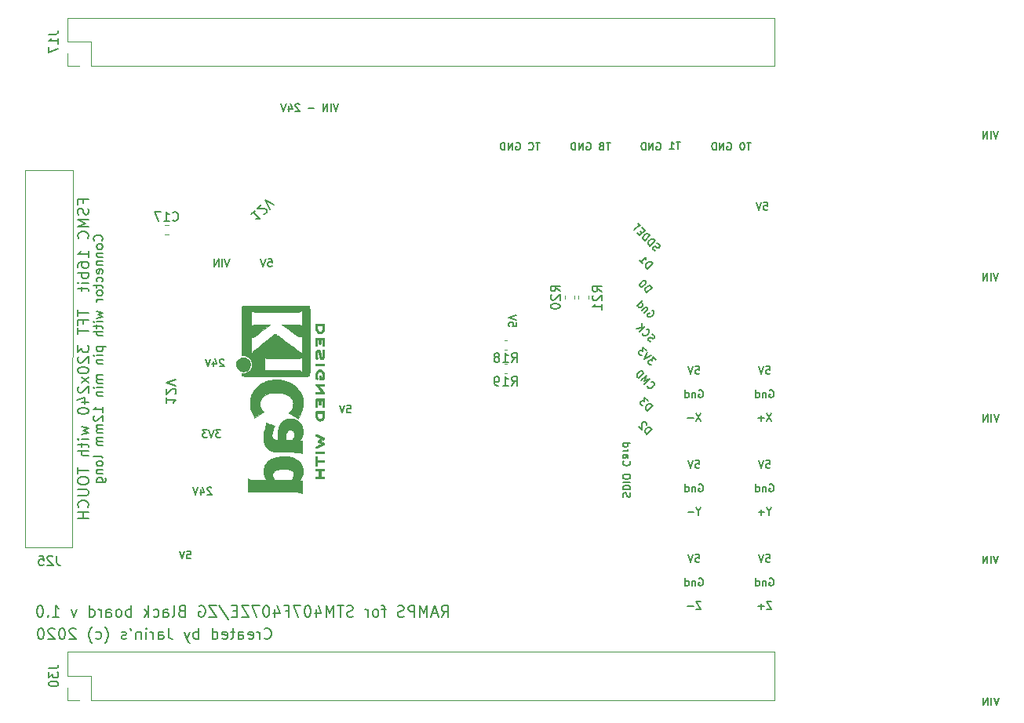
<source format=gbo>
G04 #@! TF.GenerationSoftware,KiCad,Pcbnew,(5.1.5)-3*
G04 #@! TF.CreationDate,2020-05-09T16:39:31+02:00*
G04 #@! TF.ProjectId,RAMPS_STM32F407_TFT_Touch,52414d50-535f-4535-944d-333246343037,rev?*
G04 #@! TF.SameCoordinates,Original*
G04 #@! TF.FileFunction,Legend,Bot*
G04 #@! TF.FilePolarity,Positive*
%FSLAX46Y46*%
G04 Gerber Fmt 4.6, Leading zero omitted, Abs format (unit mm)*
G04 Created by KiCad (PCBNEW (5.1.5)-3) date 2020-05-09 16:39:31*
%MOMM*%
%LPD*%
G04 APERTURE LIST*
%ADD10C,0.150000*%
%ADD11C,0.200000*%
%ADD12C,0.120000*%
%ADD13C,0.010000*%
G04 APERTURE END LIST*
D10*
X20446880Y-55772095D02*
X20408785Y-55734000D01*
X20332595Y-55695904D01*
X20142119Y-55695904D01*
X20065928Y-55734000D01*
X20027833Y-55772095D01*
X19989738Y-55848285D01*
X19989738Y-55924476D01*
X20027833Y-56038761D01*
X20484976Y-56495904D01*
X19989738Y-56495904D01*
X19304023Y-55962571D02*
X19304023Y-56495904D01*
X19494500Y-55657809D02*
X19684976Y-56229238D01*
X19189738Y-56229238D01*
X18999261Y-55695904D02*
X18732595Y-56495904D01*
X18465928Y-55695904D01*
X8612142Y-29084595D02*
X8659761Y-29036976D01*
X8707380Y-28894119D01*
X8707380Y-28798880D01*
X8659761Y-28656023D01*
X8564523Y-28560785D01*
X8469285Y-28513166D01*
X8278809Y-28465547D01*
X8135952Y-28465547D01*
X7945476Y-28513166D01*
X7850238Y-28560785D01*
X7755000Y-28656023D01*
X7707380Y-28798880D01*
X7707380Y-28894119D01*
X7755000Y-29036976D01*
X7802619Y-29084595D01*
X8707380Y-29656023D02*
X8659761Y-29560785D01*
X8612142Y-29513166D01*
X8516904Y-29465547D01*
X8231190Y-29465547D01*
X8135952Y-29513166D01*
X8088333Y-29560785D01*
X8040714Y-29656023D01*
X8040714Y-29798880D01*
X8088333Y-29894119D01*
X8135952Y-29941738D01*
X8231190Y-29989357D01*
X8516904Y-29989357D01*
X8612142Y-29941738D01*
X8659761Y-29894119D01*
X8707380Y-29798880D01*
X8707380Y-29656023D01*
X8040714Y-30417928D02*
X8707380Y-30417928D01*
X8135952Y-30417928D02*
X8088333Y-30465547D01*
X8040714Y-30560785D01*
X8040714Y-30703642D01*
X8088333Y-30798880D01*
X8183571Y-30846500D01*
X8707380Y-30846500D01*
X8040714Y-31322690D02*
X8707380Y-31322690D01*
X8135952Y-31322690D02*
X8088333Y-31370309D01*
X8040714Y-31465547D01*
X8040714Y-31608404D01*
X8088333Y-31703642D01*
X8183571Y-31751261D01*
X8707380Y-31751261D01*
X8659761Y-32608404D02*
X8707380Y-32513166D01*
X8707380Y-32322690D01*
X8659761Y-32227452D01*
X8564523Y-32179833D01*
X8183571Y-32179833D01*
X8088333Y-32227452D01*
X8040714Y-32322690D01*
X8040714Y-32513166D01*
X8088333Y-32608404D01*
X8183571Y-32656023D01*
X8278809Y-32656023D01*
X8374047Y-32179833D01*
X8659761Y-33513166D02*
X8707380Y-33417928D01*
X8707380Y-33227452D01*
X8659761Y-33132214D01*
X8612142Y-33084595D01*
X8516904Y-33036976D01*
X8231190Y-33036976D01*
X8135952Y-33084595D01*
X8088333Y-33132214D01*
X8040714Y-33227452D01*
X8040714Y-33417928D01*
X8088333Y-33513166D01*
X8040714Y-33798880D02*
X8040714Y-34179833D01*
X7707380Y-33941738D02*
X8564523Y-33941738D01*
X8659761Y-33989357D01*
X8707380Y-34084595D01*
X8707380Y-34179833D01*
X8707380Y-34656023D02*
X8659761Y-34560785D01*
X8612142Y-34513166D01*
X8516904Y-34465547D01*
X8231190Y-34465547D01*
X8135952Y-34513166D01*
X8088333Y-34560785D01*
X8040714Y-34656023D01*
X8040714Y-34798880D01*
X8088333Y-34894119D01*
X8135952Y-34941738D01*
X8231190Y-34989357D01*
X8516904Y-34989357D01*
X8612142Y-34941738D01*
X8659761Y-34894119D01*
X8707380Y-34798880D01*
X8707380Y-34656023D01*
X8707380Y-35417928D02*
X8040714Y-35417928D01*
X8231190Y-35417928D02*
X8135952Y-35465547D01*
X8088333Y-35513166D01*
X8040714Y-35608404D01*
X8040714Y-35703642D01*
X8040714Y-36703642D02*
X8707380Y-36894119D01*
X8231190Y-37084595D01*
X8707380Y-37275071D01*
X8040714Y-37465547D01*
X8707380Y-37846500D02*
X8040714Y-37846500D01*
X7707380Y-37846500D02*
X7755000Y-37798880D01*
X7802619Y-37846500D01*
X7755000Y-37894119D01*
X7707380Y-37846500D01*
X7802619Y-37846500D01*
X8040714Y-38179833D02*
X8040714Y-38560785D01*
X7707380Y-38322690D02*
X8564523Y-38322690D01*
X8659761Y-38370309D01*
X8707380Y-38465547D01*
X8707380Y-38560785D01*
X8707380Y-38894119D02*
X7707380Y-38894119D01*
X8707380Y-39322690D02*
X8183571Y-39322690D01*
X8088333Y-39275071D01*
X8040714Y-39179833D01*
X8040714Y-39036976D01*
X8088333Y-38941738D01*
X8135952Y-38894119D01*
X8040714Y-40560785D02*
X9040714Y-40560785D01*
X8088333Y-40560785D02*
X8040714Y-40656023D01*
X8040714Y-40846500D01*
X8088333Y-40941738D01*
X8135952Y-40989357D01*
X8231190Y-41036976D01*
X8516904Y-41036976D01*
X8612142Y-40989357D01*
X8659761Y-40941738D01*
X8707380Y-40846500D01*
X8707380Y-40656023D01*
X8659761Y-40560785D01*
X8707380Y-41465547D02*
X8040714Y-41465547D01*
X7707380Y-41465547D02*
X7755000Y-41417928D01*
X7802619Y-41465547D01*
X7755000Y-41513166D01*
X7707380Y-41465547D01*
X7802619Y-41465547D01*
X8040714Y-41941738D02*
X8707380Y-41941738D01*
X8135952Y-41941738D02*
X8088333Y-41989357D01*
X8040714Y-42084595D01*
X8040714Y-42227452D01*
X8088333Y-42322690D01*
X8183571Y-42370309D01*
X8707380Y-42370309D01*
X8707380Y-43608404D02*
X8040714Y-43608404D01*
X8135952Y-43608404D02*
X8088333Y-43656023D01*
X8040714Y-43751261D01*
X8040714Y-43894119D01*
X8088333Y-43989357D01*
X8183571Y-44036976D01*
X8707380Y-44036976D01*
X8183571Y-44036976D02*
X8088333Y-44084595D01*
X8040714Y-44179833D01*
X8040714Y-44322690D01*
X8088333Y-44417928D01*
X8183571Y-44465547D01*
X8707380Y-44465547D01*
X8707380Y-44941738D02*
X8040714Y-44941738D01*
X7707380Y-44941738D02*
X7755000Y-44894119D01*
X7802619Y-44941738D01*
X7755000Y-44989357D01*
X7707380Y-44941738D01*
X7802619Y-44941738D01*
X8040714Y-45417928D02*
X8707380Y-45417928D01*
X8135952Y-45417928D02*
X8088333Y-45465547D01*
X8040714Y-45560785D01*
X8040714Y-45703642D01*
X8088333Y-45798880D01*
X8183571Y-45846500D01*
X8707380Y-45846500D01*
X8707380Y-47608404D02*
X8707380Y-47036976D01*
X8707380Y-47322690D02*
X7707380Y-47322690D01*
X7850238Y-47227452D01*
X7945476Y-47132214D01*
X7993095Y-47036976D01*
X7802619Y-47989357D02*
X7755000Y-48036976D01*
X7707380Y-48132214D01*
X7707380Y-48370309D01*
X7755000Y-48465547D01*
X7802619Y-48513166D01*
X7897857Y-48560785D01*
X7993095Y-48560785D01*
X8135952Y-48513166D01*
X8707380Y-47941738D01*
X8707380Y-48560785D01*
X8707380Y-48989357D02*
X8040714Y-48989357D01*
X8135952Y-48989357D02*
X8088333Y-49036976D01*
X8040714Y-49132214D01*
X8040714Y-49275071D01*
X8088333Y-49370309D01*
X8183571Y-49417928D01*
X8707380Y-49417928D01*
X8183571Y-49417928D02*
X8088333Y-49465547D01*
X8040714Y-49560785D01*
X8040714Y-49703642D01*
X8088333Y-49798880D01*
X8183571Y-49846500D01*
X8707380Y-49846500D01*
X8707380Y-50322690D02*
X8040714Y-50322690D01*
X8135952Y-50322690D02*
X8088333Y-50370309D01*
X8040714Y-50465547D01*
X8040714Y-50608404D01*
X8088333Y-50703642D01*
X8183571Y-50751261D01*
X8707380Y-50751261D01*
X8183571Y-50751261D02*
X8088333Y-50798880D01*
X8040714Y-50894119D01*
X8040714Y-51036976D01*
X8088333Y-51132214D01*
X8183571Y-51179833D01*
X8707380Y-51179833D01*
X8707380Y-52560785D02*
X8659761Y-52465547D01*
X8564523Y-52417928D01*
X7707380Y-52417928D01*
X8707380Y-53084595D02*
X8659761Y-52989357D01*
X8612142Y-52941738D01*
X8516904Y-52894119D01*
X8231190Y-52894119D01*
X8135952Y-52941738D01*
X8088333Y-52989357D01*
X8040714Y-53084595D01*
X8040714Y-53227452D01*
X8088333Y-53322690D01*
X8135952Y-53370309D01*
X8231190Y-53417928D01*
X8516904Y-53417928D01*
X8612142Y-53370309D01*
X8659761Y-53322690D01*
X8707380Y-53227452D01*
X8707380Y-53084595D01*
X8040714Y-53846500D02*
X8707380Y-53846500D01*
X8135952Y-53846500D02*
X8088333Y-53894119D01*
X8040714Y-53989357D01*
X8040714Y-54132214D01*
X8088333Y-54227452D01*
X8183571Y-54275071D01*
X8707380Y-54275071D01*
X8040714Y-55179833D02*
X8850238Y-55179833D01*
X8945476Y-55132214D01*
X8993095Y-55084595D01*
X9040714Y-54989357D01*
X9040714Y-54846500D01*
X8993095Y-54751261D01*
X8659761Y-55179833D02*
X8707380Y-55084595D01*
X8707380Y-54894119D01*
X8659761Y-54798880D01*
X8612142Y-54751261D01*
X8516904Y-54703642D01*
X8231190Y-54703642D01*
X8135952Y-54751261D01*
X8088333Y-54798880D01*
X8040714Y-54894119D01*
X8040714Y-55084595D01*
X8088333Y-55179833D01*
D11*
X6581785Y-25017928D02*
X6581785Y-24617928D01*
X7210357Y-24617928D02*
X6010357Y-24617928D01*
X6010357Y-25189357D01*
X7153214Y-25589357D02*
X7210357Y-25760785D01*
X7210357Y-26046499D01*
X7153214Y-26160785D01*
X7096071Y-26217928D01*
X6981785Y-26275071D01*
X6867500Y-26275071D01*
X6753214Y-26217928D01*
X6696071Y-26160785D01*
X6638928Y-26046499D01*
X6581785Y-25817928D01*
X6524642Y-25703642D01*
X6467500Y-25646499D01*
X6353214Y-25589357D01*
X6238928Y-25589357D01*
X6124642Y-25646499D01*
X6067500Y-25703642D01*
X6010357Y-25817928D01*
X6010357Y-26103642D01*
X6067500Y-26275071D01*
X7210357Y-26789357D02*
X6010357Y-26789357D01*
X6867500Y-27189357D01*
X6010357Y-27589357D01*
X7210357Y-27589357D01*
X7096071Y-28846499D02*
X7153214Y-28789357D01*
X7210357Y-28617928D01*
X7210357Y-28503642D01*
X7153214Y-28332214D01*
X7038928Y-28217928D01*
X6924642Y-28160785D01*
X6696071Y-28103642D01*
X6524642Y-28103642D01*
X6296071Y-28160785D01*
X6181785Y-28217928D01*
X6067500Y-28332214D01*
X6010357Y-28503642D01*
X6010357Y-28617928D01*
X6067500Y-28789357D01*
X6124642Y-28846499D01*
X7210357Y-30903642D02*
X7210357Y-30217928D01*
X7210357Y-30560785D02*
X6010357Y-30560785D01*
X6181785Y-30446499D01*
X6296071Y-30332214D01*
X6353214Y-30217928D01*
X6010357Y-31932214D02*
X6010357Y-31703642D01*
X6067500Y-31589357D01*
X6124642Y-31532214D01*
X6296071Y-31417928D01*
X6524642Y-31360785D01*
X6981785Y-31360785D01*
X7096071Y-31417928D01*
X7153214Y-31475071D01*
X7210357Y-31589357D01*
X7210357Y-31817928D01*
X7153214Y-31932214D01*
X7096071Y-31989357D01*
X6981785Y-32046499D01*
X6696071Y-32046499D01*
X6581785Y-31989357D01*
X6524642Y-31932214D01*
X6467500Y-31817928D01*
X6467500Y-31589357D01*
X6524642Y-31475071D01*
X6581785Y-31417928D01*
X6696071Y-31360785D01*
X7210357Y-32560785D02*
X6010357Y-32560785D01*
X6467500Y-32560785D02*
X6410357Y-32675071D01*
X6410357Y-32903642D01*
X6467500Y-33017928D01*
X6524642Y-33075071D01*
X6638928Y-33132214D01*
X6981785Y-33132214D01*
X7096071Y-33075071D01*
X7153214Y-33017928D01*
X7210357Y-32903642D01*
X7210357Y-32675071D01*
X7153214Y-32560785D01*
X7210357Y-33646499D02*
X6410357Y-33646499D01*
X6010357Y-33646499D02*
X6067500Y-33589357D01*
X6124642Y-33646499D01*
X6067500Y-33703642D01*
X6010357Y-33646499D01*
X6124642Y-33646499D01*
X6410357Y-34046499D02*
X6410357Y-34503642D01*
X6010357Y-34217928D02*
X7038928Y-34217928D01*
X7153214Y-34275071D01*
X7210357Y-34389357D01*
X7210357Y-34503642D01*
X6010357Y-36560785D02*
X6010357Y-37246499D01*
X7210357Y-36903642D02*
X6010357Y-36903642D01*
X6581785Y-38046499D02*
X6581785Y-37646499D01*
X7210357Y-37646499D02*
X6010357Y-37646499D01*
X6010357Y-38217928D01*
X6010357Y-38503642D02*
X6010357Y-39189357D01*
X7210357Y-38846499D02*
X6010357Y-38846499D01*
X6010357Y-40389357D02*
X6010357Y-41132214D01*
X6467500Y-40732214D01*
X6467500Y-40903642D01*
X6524642Y-41017928D01*
X6581785Y-41075071D01*
X6696071Y-41132214D01*
X6981785Y-41132214D01*
X7096071Y-41075071D01*
X7153214Y-41017928D01*
X7210357Y-40903642D01*
X7210357Y-40560785D01*
X7153214Y-40446499D01*
X7096071Y-40389357D01*
X6124642Y-41589357D02*
X6067500Y-41646499D01*
X6010357Y-41760785D01*
X6010357Y-42046499D01*
X6067500Y-42160785D01*
X6124642Y-42217928D01*
X6238928Y-42275071D01*
X6353214Y-42275071D01*
X6524642Y-42217928D01*
X7210357Y-41532214D01*
X7210357Y-42275071D01*
X6010357Y-43017928D02*
X6010357Y-43132214D01*
X6067500Y-43246499D01*
X6124642Y-43303642D01*
X6238928Y-43360785D01*
X6467500Y-43417928D01*
X6753214Y-43417928D01*
X6981785Y-43360785D01*
X7096071Y-43303642D01*
X7153214Y-43246499D01*
X7210357Y-43132214D01*
X7210357Y-43017928D01*
X7153214Y-42903642D01*
X7096071Y-42846499D01*
X6981785Y-42789357D01*
X6753214Y-42732214D01*
X6467500Y-42732214D01*
X6238928Y-42789357D01*
X6124642Y-42846499D01*
X6067500Y-42903642D01*
X6010357Y-43017928D01*
X7210357Y-43817928D02*
X6410357Y-44446499D01*
X6410357Y-43817928D02*
X7210357Y-44446499D01*
X6124642Y-44846499D02*
X6067500Y-44903642D01*
X6010357Y-45017928D01*
X6010357Y-45303642D01*
X6067500Y-45417928D01*
X6124642Y-45475071D01*
X6238928Y-45532214D01*
X6353214Y-45532214D01*
X6524642Y-45475071D01*
X7210357Y-44789357D01*
X7210357Y-45532214D01*
X6410357Y-46560785D02*
X7210357Y-46560785D01*
X5953214Y-46275071D02*
X6810357Y-45989357D01*
X6810357Y-46732214D01*
X6010357Y-47417928D02*
X6010357Y-47532214D01*
X6067500Y-47646499D01*
X6124642Y-47703642D01*
X6238928Y-47760785D01*
X6467500Y-47817928D01*
X6753214Y-47817928D01*
X6981785Y-47760785D01*
X7096071Y-47703642D01*
X7153214Y-47646499D01*
X7210357Y-47532214D01*
X7210357Y-47417928D01*
X7153214Y-47303642D01*
X7096071Y-47246499D01*
X6981785Y-47189357D01*
X6753214Y-47132214D01*
X6467500Y-47132214D01*
X6238928Y-47189357D01*
X6124642Y-47246499D01*
X6067500Y-47303642D01*
X6010357Y-47417928D01*
X6410357Y-49132214D02*
X7210357Y-49360785D01*
X6638928Y-49589357D01*
X7210357Y-49817928D01*
X6410357Y-50046499D01*
X7210357Y-50503642D02*
X6410357Y-50503642D01*
X6010357Y-50503642D02*
X6067499Y-50446499D01*
X6124642Y-50503642D01*
X6067499Y-50560785D01*
X6010357Y-50503642D01*
X6124642Y-50503642D01*
X6410357Y-50903642D02*
X6410357Y-51360785D01*
X6010357Y-51075071D02*
X7038928Y-51075071D01*
X7153214Y-51132214D01*
X7210357Y-51246499D01*
X7210357Y-51360785D01*
X7210357Y-51760785D02*
X6010357Y-51760785D01*
X7210357Y-52275071D02*
X6581785Y-52275071D01*
X6467499Y-52217928D01*
X6410357Y-52103642D01*
X6410357Y-51932214D01*
X6467499Y-51817928D01*
X6524642Y-51760785D01*
X6010357Y-53589357D02*
X6010357Y-54275071D01*
X7210357Y-53932214D02*
X6010357Y-53932214D01*
X6010357Y-54903642D02*
X6010357Y-55132214D01*
X6067499Y-55246499D01*
X6181785Y-55360785D01*
X6410357Y-55417928D01*
X6810357Y-55417928D01*
X7038928Y-55360785D01*
X7153214Y-55246499D01*
X7210357Y-55132214D01*
X7210357Y-54903642D01*
X7153214Y-54789357D01*
X7038928Y-54675071D01*
X6810357Y-54617928D01*
X6410357Y-54617928D01*
X6181785Y-54675071D01*
X6067499Y-54789357D01*
X6010357Y-54903642D01*
X6010357Y-55932214D02*
X6981785Y-55932214D01*
X7096071Y-55989357D01*
X7153214Y-56046499D01*
X7210357Y-56160785D01*
X7210357Y-56389357D01*
X7153214Y-56503642D01*
X7096071Y-56560785D01*
X6981785Y-56617928D01*
X6010357Y-56617928D01*
X7096071Y-57875071D02*
X7153214Y-57817928D01*
X7210357Y-57646499D01*
X7210357Y-57532214D01*
X7153214Y-57360785D01*
X7038928Y-57246499D01*
X6924642Y-57189357D01*
X6696071Y-57132214D01*
X6524642Y-57132214D01*
X6296071Y-57189357D01*
X6181785Y-57246499D01*
X6067499Y-57360785D01*
X6010357Y-57532214D01*
X6010357Y-57646499D01*
X6067499Y-57817928D01*
X6124642Y-57875071D01*
X7210357Y-58389357D02*
X6010357Y-58389357D01*
X6581785Y-58389357D02*
X6581785Y-59075071D01*
X7210357Y-59075071D02*
X6010357Y-59075071D01*
D10*
X35077380Y-46869404D02*
X35458333Y-46869404D01*
X35496428Y-47250357D01*
X35458333Y-47212261D01*
X35382142Y-47174166D01*
X35191666Y-47174166D01*
X35115476Y-47212261D01*
X35077380Y-47250357D01*
X35039285Y-47326547D01*
X35039285Y-47517023D01*
X35077380Y-47593214D01*
X35115476Y-47631309D01*
X35191666Y-47669404D01*
X35382142Y-47669404D01*
X35458333Y-47631309D01*
X35496428Y-47593214D01*
X34810714Y-46869404D02*
X34544047Y-47669404D01*
X34277380Y-46869404D01*
X21780380Y-41929095D02*
X21742285Y-41891000D01*
X21666095Y-41852904D01*
X21475619Y-41852904D01*
X21399428Y-41891000D01*
X21361333Y-41929095D01*
X21323238Y-42005285D01*
X21323238Y-42081476D01*
X21361333Y-42195761D01*
X21818476Y-42652904D01*
X21323238Y-42652904D01*
X20637523Y-42119571D02*
X20637523Y-42652904D01*
X20828000Y-41814809D02*
X21018476Y-42386238D01*
X20523238Y-42386238D01*
X20332761Y-41852904D02*
X20066095Y-42652904D01*
X19799428Y-41852904D01*
X25150385Y-25835351D02*
X24746324Y-26239412D01*
X24948355Y-26037381D02*
X25655461Y-26744488D01*
X25487103Y-26710816D01*
X25352416Y-26710816D01*
X25251400Y-26744488D01*
X26059522Y-26205740D02*
X26126866Y-26205740D01*
X26227881Y-26172068D01*
X26396240Y-26003709D01*
X26429912Y-25902694D01*
X26429912Y-25835351D01*
X26396240Y-25734335D01*
X26328896Y-25666992D01*
X26194209Y-25599648D01*
X25386087Y-25599648D01*
X25823820Y-25161916D01*
X26732957Y-25666992D02*
X26261553Y-24724183D01*
X27204362Y-25195587D01*
X53333595Y-37934880D02*
X53333595Y-38315833D01*
X52952642Y-38353928D01*
X52990738Y-38315833D01*
X53028833Y-38239642D01*
X53028833Y-38049166D01*
X52990738Y-37972976D01*
X52952642Y-37934880D01*
X52876452Y-37896785D01*
X52685976Y-37896785D01*
X52609785Y-37934880D01*
X52571690Y-37972976D01*
X52533595Y-38049166D01*
X52533595Y-38239642D01*
X52571690Y-38315833D01*
X52609785Y-38353928D01*
X53333595Y-37668214D02*
X52533595Y-37401547D01*
X53333595Y-37134880D01*
X105397190Y-78428904D02*
X105130523Y-79228904D01*
X104863857Y-78428904D01*
X104597190Y-79228904D02*
X104597190Y-78428904D01*
X104216238Y-79228904D02*
X104216238Y-78428904D01*
X103759095Y-79228904D01*
X103759095Y-78428904D01*
X105333690Y-63125404D02*
X105067023Y-63925404D01*
X104800357Y-63125404D01*
X104533690Y-63925404D02*
X104533690Y-63125404D01*
X104152738Y-63925404D02*
X104152738Y-63125404D01*
X103695595Y-63925404D01*
X103695595Y-63125404D01*
X105397190Y-47821904D02*
X105130523Y-48621904D01*
X104863857Y-47821904D01*
X104597190Y-48621904D02*
X104597190Y-47821904D01*
X104216238Y-48621904D02*
X104216238Y-47821904D01*
X103759095Y-48621904D01*
X103759095Y-47821904D01*
X105333690Y-32581904D02*
X105067023Y-33381904D01*
X104800357Y-32581904D01*
X104533690Y-33381904D02*
X104533690Y-32581904D01*
X104152738Y-33381904D02*
X104152738Y-32581904D01*
X103695595Y-33381904D01*
X103695595Y-32581904D01*
X105333690Y-17278404D02*
X105067023Y-18078404D01*
X104800357Y-17278404D01*
X104533690Y-18078404D02*
X104533690Y-17278404D01*
X104152738Y-18078404D02*
X104152738Y-17278404D01*
X103695595Y-18078404D01*
X103695595Y-17278404D01*
X22402690Y-31057904D02*
X22136023Y-31857904D01*
X21869357Y-31057904D01*
X21602690Y-31857904D02*
X21602690Y-31057904D01*
X21221738Y-31857904D02*
X21221738Y-31057904D01*
X20764595Y-31857904D01*
X20764595Y-31057904D01*
X26568380Y-31057904D02*
X26949333Y-31057904D01*
X26987428Y-31438857D01*
X26949333Y-31400761D01*
X26873142Y-31362666D01*
X26682666Y-31362666D01*
X26606476Y-31400761D01*
X26568380Y-31438857D01*
X26530285Y-31515047D01*
X26530285Y-31705523D01*
X26568380Y-31781714D01*
X26606476Y-31819809D01*
X26682666Y-31857904D01*
X26873142Y-31857904D01*
X26949333Y-31819809D01*
X26987428Y-31781714D01*
X26301714Y-31057904D02*
X26035047Y-31857904D01*
X25768380Y-31057904D01*
X15613119Y-46021547D02*
X15613119Y-46592976D01*
X15613119Y-46307261D02*
X16613119Y-46307261D01*
X16470261Y-46402500D01*
X16375023Y-46497738D01*
X16327404Y-46592976D01*
X16517880Y-45640595D02*
X16565500Y-45592976D01*
X16613119Y-45497738D01*
X16613119Y-45259642D01*
X16565500Y-45164404D01*
X16517880Y-45116785D01*
X16422642Y-45069166D01*
X16327404Y-45069166D01*
X16184547Y-45116785D01*
X15613119Y-45688214D01*
X15613119Y-45069166D01*
X16613119Y-44783452D02*
X15613119Y-44450119D01*
X16613119Y-44116785D01*
X26144642Y-71993071D02*
X26201785Y-72050214D01*
X26373214Y-72107357D01*
X26487500Y-72107357D01*
X26658928Y-72050214D01*
X26773214Y-71935928D01*
X26830357Y-71821642D01*
X26887500Y-71593071D01*
X26887500Y-71421642D01*
X26830357Y-71193071D01*
X26773214Y-71078785D01*
X26658928Y-70964500D01*
X26487500Y-70907357D01*
X26373214Y-70907357D01*
X26201785Y-70964500D01*
X26144642Y-71021642D01*
X25630357Y-72107357D02*
X25630357Y-71307357D01*
X25630357Y-71535928D02*
X25573214Y-71421642D01*
X25516071Y-71364500D01*
X25401785Y-71307357D01*
X25287500Y-71307357D01*
X24430357Y-72050214D02*
X24544642Y-72107357D01*
X24773214Y-72107357D01*
X24887500Y-72050214D01*
X24944642Y-71935928D01*
X24944642Y-71478785D01*
X24887500Y-71364500D01*
X24773214Y-71307357D01*
X24544642Y-71307357D01*
X24430357Y-71364500D01*
X24373214Y-71478785D01*
X24373214Y-71593071D01*
X24944642Y-71707357D01*
X23344642Y-72107357D02*
X23344642Y-71478785D01*
X23401785Y-71364500D01*
X23516071Y-71307357D01*
X23744642Y-71307357D01*
X23858928Y-71364500D01*
X23344642Y-72050214D02*
X23458928Y-72107357D01*
X23744642Y-72107357D01*
X23858928Y-72050214D01*
X23916071Y-71935928D01*
X23916071Y-71821642D01*
X23858928Y-71707357D01*
X23744642Y-71650214D01*
X23458928Y-71650214D01*
X23344642Y-71593071D01*
X22944642Y-71307357D02*
X22487500Y-71307357D01*
X22773214Y-70907357D02*
X22773214Y-71935928D01*
X22716071Y-72050214D01*
X22601785Y-72107357D01*
X22487500Y-72107357D01*
X21630357Y-72050214D02*
X21744642Y-72107357D01*
X21973214Y-72107357D01*
X22087499Y-72050214D01*
X22144642Y-71935928D01*
X22144642Y-71478785D01*
X22087499Y-71364500D01*
X21973214Y-71307357D01*
X21744642Y-71307357D01*
X21630357Y-71364500D01*
X21573214Y-71478785D01*
X21573214Y-71593071D01*
X22144642Y-71707357D01*
X20544642Y-72107357D02*
X20544642Y-70907357D01*
X20544642Y-72050214D02*
X20658928Y-72107357D01*
X20887499Y-72107357D01*
X21001785Y-72050214D01*
X21058928Y-71993071D01*
X21116071Y-71878785D01*
X21116071Y-71535928D01*
X21058928Y-71421642D01*
X21001785Y-71364500D01*
X20887499Y-71307357D01*
X20658928Y-71307357D01*
X20544642Y-71364500D01*
X19058928Y-72107357D02*
X19058928Y-70907357D01*
X19058928Y-71364500D02*
X18944642Y-71307357D01*
X18716071Y-71307357D01*
X18601785Y-71364500D01*
X18544642Y-71421642D01*
X18487499Y-71535928D01*
X18487499Y-71878785D01*
X18544642Y-71993071D01*
X18601785Y-72050214D01*
X18716071Y-72107357D01*
X18944642Y-72107357D01*
X19058928Y-72050214D01*
X18087499Y-71307357D02*
X17801785Y-72107357D01*
X17516071Y-71307357D02*
X17801785Y-72107357D01*
X17916071Y-72393071D01*
X17973214Y-72450214D01*
X18087499Y-72507357D01*
X15801785Y-70907357D02*
X15801785Y-71764500D01*
X15858928Y-71935928D01*
X15973214Y-72050214D01*
X16144642Y-72107357D01*
X16258928Y-72107357D01*
X14716071Y-72107357D02*
X14716071Y-71478785D01*
X14773214Y-71364500D01*
X14887499Y-71307357D01*
X15116071Y-71307357D01*
X15230357Y-71364500D01*
X14716071Y-72050214D02*
X14830357Y-72107357D01*
X15116071Y-72107357D01*
X15230357Y-72050214D01*
X15287499Y-71935928D01*
X15287499Y-71821642D01*
X15230357Y-71707357D01*
X15116071Y-71650214D01*
X14830357Y-71650214D01*
X14716071Y-71593071D01*
X14144642Y-72107357D02*
X14144642Y-71307357D01*
X14144642Y-71535928D02*
X14087499Y-71421642D01*
X14030357Y-71364500D01*
X13916071Y-71307357D01*
X13801785Y-71307357D01*
X13401785Y-72107357D02*
X13401785Y-71307357D01*
X13401785Y-70907357D02*
X13458928Y-70964500D01*
X13401785Y-71021642D01*
X13344642Y-70964500D01*
X13401785Y-70907357D01*
X13401785Y-71021642D01*
X12830357Y-71307357D02*
X12830357Y-72107357D01*
X12830357Y-71421642D02*
X12773214Y-71364500D01*
X12658928Y-71307357D01*
X12487499Y-71307357D01*
X12373214Y-71364500D01*
X12316071Y-71478785D01*
X12316071Y-72107357D01*
X11687499Y-70907357D02*
X11801785Y-71135928D01*
X11230357Y-72050214D02*
X11116071Y-72107357D01*
X10887499Y-72107357D01*
X10773214Y-72050214D01*
X10716071Y-71935928D01*
X10716071Y-71878785D01*
X10773214Y-71764500D01*
X10887499Y-71707357D01*
X11058928Y-71707357D01*
X11173214Y-71650214D01*
X11230357Y-71535928D01*
X11230357Y-71478785D01*
X11173214Y-71364500D01*
X11058928Y-71307357D01*
X10887499Y-71307357D01*
X10773214Y-71364500D01*
X8944642Y-72564500D02*
X9001785Y-72507357D01*
X9116071Y-72335928D01*
X9173214Y-72221642D01*
X9230357Y-72050214D01*
X9287499Y-71764500D01*
X9287499Y-71535928D01*
X9230357Y-71250214D01*
X9173214Y-71078785D01*
X9116071Y-70964500D01*
X9001785Y-70793071D01*
X8944642Y-70735928D01*
X7973214Y-72050214D02*
X8087499Y-72107357D01*
X8316071Y-72107357D01*
X8430357Y-72050214D01*
X8487499Y-71993071D01*
X8544642Y-71878785D01*
X8544642Y-71535928D01*
X8487499Y-71421642D01*
X8430357Y-71364500D01*
X8316071Y-71307357D01*
X8087499Y-71307357D01*
X7973214Y-71364500D01*
X7573214Y-72564500D02*
X7516071Y-72507357D01*
X7401785Y-72335928D01*
X7344642Y-72221642D01*
X7287499Y-72050214D01*
X7230357Y-71764500D01*
X7230357Y-71535928D01*
X7287499Y-71250214D01*
X7344642Y-71078785D01*
X7401785Y-70964500D01*
X7516071Y-70793071D01*
X7573214Y-70735928D01*
X5801785Y-71021642D02*
X5744642Y-70964500D01*
X5630357Y-70907357D01*
X5344642Y-70907357D01*
X5230357Y-70964500D01*
X5173214Y-71021642D01*
X5116071Y-71135928D01*
X5116071Y-71250214D01*
X5173214Y-71421642D01*
X5858928Y-72107357D01*
X5116071Y-72107357D01*
X4373214Y-70907357D02*
X4258928Y-70907357D01*
X4144642Y-70964500D01*
X4087499Y-71021642D01*
X4030357Y-71135928D01*
X3973214Y-71364500D01*
X3973214Y-71650214D01*
X4030357Y-71878785D01*
X4087499Y-71993071D01*
X4144642Y-72050214D01*
X4258928Y-72107357D01*
X4373214Y-72107357D01*
X4487499Y-72050214D01*
X4544642Y-71993071D01*
X4601785Y-71878785D01*
X4658928Y-71650214D01*
X4658928Y-71364500D01*
X4601785Y-71135928D01*
X4544642Y-71021642D01*
X4487499Y-70964500D01*
X4373214Y-70907357D01*
X3516071Y-71021642D02*
X3458928Y-70964500D01*
X3344642Y-70907357D01*
X3058928Y-70907357D01*
X2944642Y-70964500D01*
X2887499Y-71021642D01*
X2830357Y-71135928D01*
X2830357Y-71250214D01*
X2887499Y-71421642D01*
X3573214Y-72107357D01*
X2830357Y-72107357D01*
X2087499Y-70907357D02*
X1973214Y-70907357D01*
X1858928Y-70964500D01*
X1801785Y-71021642D01*
X1744642Y-71135928D01*
X1687499Y-71364500D01*
X1687499Y-71650214D01*
X1744642Y-71878785D01*
X1801785Y-71993071D01*
X1858928Y-72050214D01*
X1973214Y-72107357D01*
X2087499Y-72107357D01*
X2201785Y-72050214D01*
X2258928Y-71993071D01*
X2316071Y-71878785D01*
X2373214Y-71650214D01*
X2373214Y-71364500D01*
X2316071Y-71135928D01*
X2258928Y-71021642D01*
X2201785Y-70964500D01*
X2087499Y-70907357D01*
X45269642Y-69694357D02*
X45669642Y-69122928D01*
X45955357Y-69694357D02*
X45955357Y-68494357D01*
X45498214Y-68494357D01*
X45383928Y-68551500D01*
X45326785Y-68608642D01*
X45269642Y-68722928D01*
X45269642Y-68894357D01*
X45326785Y-69008642D01*
X45383928Y-69065785D01*
X45498214Y-69122928D01*
X45955357Y-69122928D01*
X44812500Y-69351500D02*
X44241071Y-69351500D01*
X44926785Y-69694357D02*
X44526785Y-68494357D01*
X44126785Y-69694357D01*
X43726785Y-69694357D02*
X43726785Y-68494357D01*
X43326785Y-69351500D01*
X42926785Y-68494357D01*
X42926785Y-69694357D01*
X42355357Y-69694357D02*
X42355357Y-68494357D01*
X41898214Y-68494357D01*
X41783928Y-68551500D01*
X41726785Y-68608642D01*
X41669642Y-68722928D01*
X41669642Y-68894357D01*
X41726785Y-69008642D01*
X41783928Y-69065785D01*
X41898214Y-69122928D01*
X42355357Y-69122928D01*
X41212500Y-69637214D02*
X41041071Y-69694357D01*
X40755357Y-69694357D01*
X40641071Y-69637214D01*
X40583928Y-69580071D01*
X40526785Y-69465785D01*
X40526785Y-69351500D01*
X40583928Y-69237214D01*
X40641071Y-69180071D01*
X40755357Y-69122928D01*
X40983928Y-69065785D01*
X41098214Y-69008642D01*
X41155357Y-68951500D01*
X41212500Y-68837214D01*
X41212500Y-68722928D01*
X41155357Y-68608642D01*
X41098214Y-68551500D01*
X40983928Y-68494357D01*
X40698214Y-68494357D01*
X40526785Y-68551500D01*
X39269642Y-68894357D02*
X38812499Y-68894357D01*
X39098214Y-69694357D02*
X39098214Y-68665785D01*
X39041071Y-68551500D01*
X38926785Y-68494357D01*
X38812499Y-68494357D01*
X38241071Y-69694357D02*
X38355357Y-69637214D01*
X38412500Y-69580071D01*
X38469642Y-69465785D01*
X38469642Y-69122928D01*
X38412500Y-69008642D01*
X38355357Y-68951500D01*
X38241071Y-68894357D01*
X38069642Y-68894357D01*
X37955357Y-68951500D01*
X37898214Y-69008642D01*
X37841071Y-69122928D01*
X37841071Y-69465785D01*
X37898214Y-69580071D01*
X37955357Y-69637214D01*
X38069642Y-69694357D01*
X38241071Y-69694357D01*
X37326785Y-69694357D02*
X37326785Y-68894357D01*
X37326785Y-69122928D02*
X37269642Y-69008642D01*
X37212500Y-68951500D01*
X37098214Y-68894357D01*
X36983928Y-68894357D01*
X35726785Y-69637214D02*
X35555357Y-69694357D01*
X35269642Y-69694357D01*
X35155357Y-69637214D01*
X35098214Y-69580071D01*
X35041071Y-69465785D01*
X35041071Y-69351500D01*
X35098214Y-69237214D01*
X35155357Y-69180071D01*
X35269642Y-69122928D01*
X35498214Y-69065785D01*
X35612500Y-69008642D01*
X35669642Y-68951500D01*
X35726785Y-68837214D01*
X35726785Y-68722928D01*
X35669642Y-68608642D01*
X35612500Y-68551500D01*
X35498214Y-68494357D01*
X35212500Y-68494357D01*
X35041071Y-68551500D01*
X34698214Y-68494357D02*
X34012500Y-68494357D01*
X34355357Y-69694357D02*
X34355357Y-68494357D01*
X33612500Y-69694357D02*
X33612500Y-68494357D01*
X33212499Y-69351500D01*
X32812499Y-68494357D01*
X32812499Y-69694357D01*
X31726785Y-68894357D02*
X31726785Y-69694357D01*
X32012500Y-68437214D02*
X32298214Y-69294357D01*
X31555357Y-69294357D01*
X30869642Y-68494357D02*
X30755357Y-68494357D01*
X30641071Y-68551500D01*
X30583928Y-68608642D01*
X30526785Y-68722928D01*
X30469642Y-68951500D01*
X30469642Y-69237214D01*
X30526785Y-69465785D01*
X30583928Y-69580071D01*
X30641071Y-69637214D01*
X30755357Y-69694357D01*
X30869642Y-69694357D01*
X30983928Y-69637214D01*
X31041071Y-69580071D01*
X31098214Y-69465785D01*
X31155357Y-69237214D01*
X31155357Y-68951500D01*
X31098214Y-68722928D01*
X31041071Y-68608642D01*
X30983928Y-68551500D01*
X30869642Y-68494357D01*
X30069642Y-68494357D02*
X29269642Y-68494357D01*
X29783928Y-69694357D01*
X28412500Y-69065785D02*
X28812500Y-69065785D01*
X28812500Y-69694357D02*
X28812500Y-68494357D01*
X28241071Y-68494357D01*
X27269642Y-68894357D02*
X27269642Y-69694357D01*
X27555357Y-68437214D02*
X27841071Y-69294357D01*
X27098214Y-69294357D01*
X26412500Y-68494357D02*
X26298214Y-68494357D01*
X26183928Y-68551500D01*
X26126785Y-68608642D01*
X26069642Y-68722928D01*
X26012500Y-68951500D01*
X26012500Y-69237214D01*
X26069642Y-69465785D01*
X26126785Y-69580071D01*
X26183928Y-69637214D01*
X26298214Y-69694357D01*
X26412500Y-69694357D01*
X26526785Y-69637214D01*
X26583928Y-69580071D01*
X26641071Y-69465785D01*
X26698214Y-69237214D01*
X26698214Y-68951500D01*
X26641071Y-68722928D01*
X26583928Y-68608642D01*
X26526785Y-68551500D01*
X26412500Y-68494357D01*
X25612500Y-68494357D02*
X24812500Y-68494357D01*
X25326785Y-69694357D01*
X24469642Y-68494357D02*
X23669642Y-68494357D01*
X24469642Y-69694357D01*
X23669642Y-69694357D01*
X23212500Y-69065785D02*
X22812500Y-69065785D01*
X22641071Y-69694357D02*
X23212500Y-69694357D01*
X23212500Y-68494357D01*
X22641071Y-68494357D01*
X21269642Y-68437214D02*
X22298214Y-69980071D01*
X20983928Y-68494357D02*
X20183928Y-68494357D01*
X20983928Y-69694357D01*
X20183928Y-69694357D01*
X19098214Y-68551500D02*
X19212500Y-68494357D01*
X19383928Y-68494357D01*
X19555357Y-68551500D01*
X19669642Y-68665785D01*
X19726785Y-68780071D01*
X19783928Y-69008642D01*
X19783928Y-69180071D01*
X19726785Y-69408642D01*
X19669642Y-69522928D01*
X19555357Y-69637214D01*
X19383928Y-69694357D01*
X19269642Y-69694357D01*
X19098214Y-69637214D01*
X19041071Y-69580071D01*
X19041071Y-69180071D01*
X19269642Y-69180071D01*
X17212500Y-69065785D02*
X17041071Y-69122928D01*
X16983928Y-69180071D01*
X16926785Y-69294357D01*
X16926785Y-69465785D01*
X16983928Y-69580071D01*
X17041071Y-69637214D01*
X17155357Y-69694357D01*
X17612500Y-69694357D01*
X17612500Y-68494357D01*
X17212500Y-68494357D01*
X17098214Y-68551500D01*
X17041071Y-68608642D01*
X16983928Y-68722928D01*
X16983928Y-68837214D01*
X17041071Y-68951500D01*
X17098214Y-69008642D01*
X17212500Y-69065785D01*
X17612500Y-69065785D01*
X16241071Y-69694357D02*
X16355357Y-69637214D01*
X16412500Y-69522928D01*
X16412500Y-68494357D01*
X15269642Y-69694357D02*
X15269642Y-69065785D01*
X15326785Y-68951500D01*
X15441071Y-68894357D01*
X15669642Y-68894357D01*
X15783928Y-68951500D01*
X15269642Y-69637214D02*
X15383928Y-69694357D01*
X15669642Y-69694357D01*
X15783928Y-69637214D01*
X15841071Y-69522928D01*
X15841071Y-69408642D01*
X15783928Y-69294357D01*
X15669642Y-69237214D01*
X15383928Y-69237214D01*
X15269642Y-69180071D01*
X14183928Y-69637214D02*
X14298214Y-69694357D01*
X14526785Y-69694357D01*
X14641071Y-69637214D01*
X14698214Y-69580071D01*
X14755357Y-69465785D01*
X14755357Y-69122928D01*
X14698214Y-69008642D01*
X14641071Y-68951500D01*
X14526785Y-68894357D01*
X14298214Y-68894357D01*
X14183928Y-68951500D01*
X13669642Y-69694357D02*
X13669642Y-68494357D01*
X13555357Y-69237214D02*
X13212500Y-69694357D01*
X13212500Y-68894357D02*
X13669642Y-69351500D01*
X11783928Y-69694357D02*
X11783928Y-68494357D01*
X11783928Y-68951500D02*
X11669642Y-68894357D01*
X11441071Y-68894357D01*
X11326785Y-68951500D01*
X11269642Y-69008642D01*
X11212500Y-69122928D01*
X11212500Y-69465785D01*
X11269642Y-69580071D01*
X11326785Y-69637214D01*
X11441071Y-69694357D01*
X11669642Y-69694357D01*
X11783928Y-69637214D01*
X10526785Y-69694357D02*
X10641071Y-69637214D01*
X10698214Y-69580071D01*
X10755357Y-69465785D01*
X10755357Y-69122928D01*
X10698214Y-69008642D01*
X10641071Y-68951500D01*
X10526785Y-68894357D01*
X10355357Y-68894357D01*
X10241071Y-68951500D01*
X10183928Y-69008642D01*
X10126785Y-69122928D01*
X10126785Y-69465785D01*
X10183928Y-69580071D01*
X10241071Y-69637214D01*
X10355357Y-69694357D01*
X10526785Y-69694357D01*
X9098214Y-69694357D02*
X9098214Y-69065785D01*
X9155357Y-68951500D01*
X9269642Y-68894357D01*
X9498214Y-68894357D01*
X9612500Y-68951500D01*
X9098214Y-69637214D02*
X9212500Y-69694357D01*
X9498214Y-69694357D01*
X9612500Y-69637214D01*
X9669642Y-69522928D01*
X9669642Y-69408642D01*
X9612500Y-69294357D01*
X9498214Y-69237214D01*
X9212500Y-69237214D01*
X9098214Y-69180071D01*
X8526785Y-69694357D02*
X8526785Y-68894357D01*
X8526785Y-69122928D02*
X8469642Y-69008642D01*
X8412500Y-68951500D01*
X8298214Y-68894357D01*
X8183928Y-68894357D01*
X7269642Y-69694357D02*
X7269642Y-68494357D01*
X7269642Y-69637214D02*
X7383928Y-69694357D01*
X7612500Y-69694357D01*
X7726785Y-69637214D01*
X7783928Y-69580071D01*
X7841071Y-69465785D01*
X7841071Y-69122928D01*
X7783928Y-69008642D01*
X7726785Y-68951500D01*
X7612500Y-68894357D01*
X7383928Y-68894357D01*
X7269642Y-68951500D01*
X5898214Y-68894357D02*
X5612500Y-69694357D01*
X5326785Y-68894357D01*
X3326785Y-69694357D02*
X4012500Y-69694357D01*
X3669642Y-69694357D02*
X3669642Y-68494357D01*
X3783928Y-68665785D01*
X3898214Y-68780071D01*
X4012500Y-68837214D01*
X2812500Y-69580071D02*
X2755357Y-69637214D01*
X2812500Y-69694357D01*
X2869642Y-69637214D01*
X2812500Y-69580071D01*
X2812500Y-69694357D01*
X2012500Y-68494357D02*
X1898214Y-68494357D01*
X1783928Y-68551500D01*
X1726785Y-68608642D01*
X1669642Y-68722928D01*
X1612500Y-68951500D01*
X1612500Y-69237214D01*
X1669642Y-69465785D01*
X1726785Y-69580071D01*
X1783928Y-69637214D01*
X1898214Y-69694357D01*
X2012500Y-69694357D01*
X2126785Y-69637214D01*
X2183928Y-69580071D01*
X2241071Y-69465785D01*
X2298214Y-69237214D01*
X2298214Y-68951500D01*
X2241071Y-68722928D01*
X2183928Y-68608642D01*
X2126785Y-68551500D01*
X2012500Y-68494357D01*
X64890690Y-56762285D02*
X64852595Y-56648000D01*
X64852595Y-56457523D01*
X64890690Y-56381333D01*
X64928785Y-56343238D01*
X65004976Y-56305142D01*
X65081166Y-56305142D01*
X65157357Y-56343238D01*
X65195452Y-56381333D01*
X65233547Y-56457523D01*
X65271642Y-56609904D01*
X65309738Y-56686095D01*
X65347833Y-56724190D01*
X65424023Y-56762285D01*
X65500214Y-56762285D01*
X65576404Y-56724190D01*
X65614500Y-56686095D01*
X65652595Y-56609904D01*
X65652595Y-56419428D01*
X65614500Y-56305142D01*
X64852595Y-55962285D02*
X65652595Y-55962285D01*
X65652595Y-55771809D01*
X65614500Y-55657523D01*
X65538309Y-55581333D01*
X65462119Y-55543238D01*
X65309738Y-55505142D01*
X65195452Y-55505142D01*
X65043071Y-55543238D01*
X64966880Y-55581333D01*
X64890690Y-55657523D01*
X64852595Y-55771809D01*
X64852595Y-55962285D01*
X64852595Y-55162285D02*
X65652595Y-55162285D01*
X65652595Y-54628952D02*
X65652595Y-54476571D01*
X65614500Y-54400380D01*
X65538309Y-54324190D01*
X65385928Y-54286095D01*
X65119261Y-54286095D01*
X64966880Y-54324190D01*
X64890690Y-54400380D01*
X64852595Y-54476571D01*
X64852595Y-54628952D01*
X64890690Y-54705142D01*
X64966880Y-54781333D01*
X65119261Y-54819428D01*
X65385928Y-54819428D01*
X65538309Y-54781333D01*
X65614500Y-54705142D01*
X65652595Y-54628952D01*
X64928785Y-52876571D02*
X64890690Y-52914666D01*
X64852595Y-53028952D01*
X64852595Y-53105142D01*
X64890690Y-53219428D01*
X64966880Y-53295619D01*
X65043071Y-53333714D01*
X65195452Y-53371809D01*
X65309738Y-53371809D01*
X65462119Y-53333714D01*
X65538309Y-53295619D01*
X65614500Y-53219428D01*
X65652595Y-53105142D01*
X65652595Y-53028952D01*
X65614500Y-52914666D01*
X65576404Y-52876571D01*
X64852595Y-52190857D02*
X65271642Y-52190857D01*
X65347833Y-52228952D01*
X65385928Y-52305142D01*
X65385928Y-52457523D01*
X65347833Y-52533714D01*
X64890690Y-52190857D02*
X64852595Y-52267047D01*
X64852595Y-52457523D01*
X64890690Y-52533714D01*
X64966880Y-52571809D01*
X65043071Y-52571809D01*
X65119261Y-52533714D01*
X65157357Y-52457523D01*
X65157357Y-52267047D01*
X65195452Y-52190857D01*
X64852595Y-51809904D02*
X65385928Y-51809904D01*
X65233547Y-51809904D02*
X65309738Y-51771809D01*
X65347833Y-51733714D01*
X65385928Y-51657523D01*
X65385928Y-51581333D01*
X64852595Y-50971809D02*
X65652595Y-50971809D01*
X64890690Y-50971809D02*
X64852595Y-51048000D01*
X64852595Y-51200380D01*
X64890690Y-51276571D01*
X64928785Y-51314666D01*
X65004976Y-51352761D01*
X65233547Y-51352761D01*
X65309738Y-51314666D01*
X65347833Y-51276571D01*
X65385928Y-51200380D01*
X65385928Y-51048000D01*
X65347833Y-50971809D01*
X67475467Y-44765528D02*
X67475467Y-44819403D01*
X67529342Y-44927153D01*
X67583217Y-44981028D01*
X67690967Y-45034902D01*
X67798716Y-45034902D01*
X67879528Y-45007965D01*
X68014215Y-44927153D01*
X68095028Y-44846341D01*
X68175840Y-44711654D01*
X68202777Y-44630841D01*
X68202777Y-44523092D01*
X68148902Y-44415342D01*
X68095028Y-44361467D01*
X67987278Y-44307593D01*
X67933403Y-44307593D01*
X67179156Y-44576967D02*
X67744841Y-44011281D01*
X67152219Y-44226780D01*
X67367718Y-43634158D01*
X66802032Y-44199843D01*
X66532658Y-43930469D02*
X67098344Y-43364784D01*
X66963657Y-43230097D01*
X66855907Y-43176222D01*
X66748158Y-43176222D01*
X66667345Y-43203159D01*
X66532658Y-43283971D01*
X66451846Y-43364784D01*
X66371034Y-43499471D01*
X66344097Y-43580283D01*
X66344097Y-43688032D01*
X66397971Y-43795782D01*
X66532658Y-43930469D01*
X67471624Y-32105935D02*
X68037309Y-31540249D01*
X67902622Y-31405562D01*
X67794873Y-31351687D01*
X67687123Y-31351687D01*
X67606311Y-31378625D01*
X67471624Y-31459437D01*
X67390812Y-31540249D01*
X67310000Y-31674936D01*
X67283062Y-31755748D01*
X67283062Y-31863498D01*
X67336937Y-31971248D01*
X67471624Y-32105935D01*
X66609627Y-31243938D02*
X66932876Y-31567187D01*
X66771251Y-31405562D02*
X67336937Y-30839877D01*
X67310000Y-30974564D01*
X67310000Y-31082313D01*
X67336937Y-31163125D01*
X68343246Y-30193182D02*
X68235496Y-30139307D01*
X68100809Y-30004620D01*
X68073872Y-29923808D01*
X68073872Y-29869933D01*
X68100809Y-29789121D01*
X68154684Y-29735246D01*
X68235496Y-29708309D01*
X68289371Y-29708309D01*
X68370183Y-29735246D01*
X68504870Y-29816058D01*
X68585683Y-29842996D01*
X68639557Y-29842996D01*
X68720370Y-29816058D01*
X68774244Y-29762183D01*
X68801182Y-29681371D01*
X68801182Y-29627496D01*
X68774244Y-29546684D01*
X68639557Y-29411997D01*
X68531808Y-29358122D01*
X67750623Y-29654434D02*
X68316309Y-29088748D01*
X68181622Y-28954061D01*
X68073872Y-28900187D01*
X67966122Y-28900187D01*
X67885310Y-28927124D01*
X67750623Y-29007936D01*
X67669811Y-29088748D01*
X67588999Y-29223435D01*
X67562061Y-29304248D01*
X67562061Y-29411997D01*
X67615936Y-29519747D01*
X67750623Y-29654434D01*
X67184938Y-29088748D02*
X67750623Y-28523063D01*
X67615936Y-28388376D01*
X67508187Y-28334501D01*
X67400437Y-28334501D01*
X67319625Y-28361438D01*
X67184938Y-28442251D01*
X67104125Y-28523063D01*
X67023313Y-28657750D01*
X66996376Y-28738562D01*
X66996376Y-28846312D01*
X67050251Y-28954061D01*
X67184938Y-29088748D01*
X66915564Y-28226751D02*
X66727002Y-28038190D01*
X66349878Y-28253689D02*
X66619252Y-28523063D01*
X67184938Y-27957377D01*
X66915564Y-27688003D01*
X66753939Y-27526379D02*
X66430690Y-27203130D01*
X66026629Y-27930440D02*
X66592315Y-27364755D01*
X67408124Y-34709435D02*
X67973809Y-34143749D01*
X67839122Y-34009062D01*
X67731373Y-33955187D01*
X67623623Y-33955187D01*
X67542811Y-33982125D01*
X67408124Y-34062937D01*
X67327312Y-34143749D01*
X67246500Y-34278436D01*
X67219562Y-34359248D01*
X67219562Y-34466998D01*
X67273437Y-34574748D01*
X67408124Y-34709435D01*
X67300374Y-33470314D02*
X67246500Y-33416439D01*
X67165687Y-33389502D01*
X67111812Y-33389502D01*
X67031000Y-33416439D01*
X66896313Y-33497251D01*
X66761626Y-33631938D01*
X66680814Y-33766625D01*
X66653877Y-33847438D01*
X66653877Y-33901312D01*
X66680814Y-33982125D01*
X66734689Y-34036000D01*
X66815501Y-34062937D01*
X66869376Y-34062937D01*
X66950188Y-34036000D01*
X67084875Y-33955187D01*
X67219562Y-33820500D01*
X67300374Y-33685813D01*
X67327312Y-33605001D01*
X67327312Y-33551126D01*
X67300374Y-33470314D01*
X67808341Y-40008777D02*
X67700592Y-39954902D01*
X67565905Y-39820215D01*
X67538967Y-39739403D01*
X67538967Y-39685528D01*
X67565905Y-39604716D01*
X67619780Y-39550841D01*
X67700592Y-39523904D01*
X67754467Y-39523904D01*
X67835279Y-39550841D01*
X67969966Y-39631654D01*
X68050778Y-39658591D01*
X68104653Y-39658591D01*
X68185465Y-39631654D01*
X68239340Y-39577779D01*
X68266277Y-39496967D01*
X68266277Y-39443092D01*
X68239340Y-39362280D01*
X68104653Y-39227593D01*
X67996903Y-39173718D01*
X66946345Y-39092906D02*
X66946345Y-39146780D01*
X67000219Y-39254530D01*
X67054094Y-39308405D01*
X67161844Y-39362280D01*
X67269593Y-39362280D01*
X67350406Y-39335342D01*
X67485093Y-39254530D01*
X67565905Y-39173718D01*
X67646717Y-39039031D01*
X67673654Y-38958219D01*
X67673654Y-38850469D01*
X67619780Y-38742719D01*
X67565905Y-38688845D01*
X67458155Y-38634970D01*
X67404280Y-38634970D01*
X66650033Y-38904344D02*
X67215719Y-38338658D01*
X66326784Y-38581095D02*
X66892470Y-38500283D01*
X66892470Y-38015410D02*
X66892470Y-38661907D01*
X73278904Y-68078404D02*
X72745571Y-68078404D01*
X73278904Y-68878404D01*
X72745571Y-68878404D01*
X72440809Y-68573642D02*
X71831285Y-68573642D01*
X73031285Y-65576500D02*
X73107476Y-65538404D01*
X73221761Y-65538404D01*
X73336047Y-65576500D01*
X73412238Y-65652690D01*
X73450333Y-65728880D01*
X73488428Y-65881261D01*
X73488428Y-65995547D01*
X73450333Y-66147928D01*
X73412238Y-66224119D01*
X73336047Y-66300309D01*
X73221761Y-66338404D01*
X73145571Y-66338404D01*
X73031285Y-66300309D01*
X72993190Y-66262214D01*
X72993190Y-65995547D01*
X73145571Y-65995547D01*
X72650333Y-65805071D02*
X72650333Y-66338404D01*
X72650333Y-65881261D02*
X72612238Y-65843166D01*
X72536047Y-65805071D01*
X72421761Y-65805071D01*
X72345571Y-65843166D01*
X72307476Y-65919357D01*
X72307476Y-66338404D01*
X71583666Y-66338404D02*
X71583666Y-65538404D01*
X71583666Y-66300309D02*
X71659857Y-66338404D01*
X71812238Y-66338404D01*
X71888428Y-66300309D01*
X71926523Y-66262214D01*
X71964619Y-66186023D01*
X71964619Y-65957452D01*
X71926523Y-65881261D01*
X71888428Y-65843166D01*
X71812238Y-65805071D01*
X71659857Y-65805071D01*
X71583666Y-65843166D01*
X21437476Y-49536404D02*
X20942238Y-49536404D01*
X21208904Y-49841166D01*
X21094619Y-49841166D01*
X21018428Y-49879261D01*
X20980333Y-49917357D01*
X20942238Y-49993547D01*
X20942238Y-50184023D01*
X20980333Y-50260214D01*
X21018428Y-50298309D01*
X21094619Y-50336404D01*
X21323190Y-50336404D01*
X21399380Y-50298309D01*
X21437476Y-50260214D01*
X20713666Y-49536404D02*
X20447000Y-50336404D01*
X20180333Y-49536404D01*
X19989857Y-49536404D02*
X19494619Y-49536404D01*
X19761285Y-49841166D01*
X19647000Y-49841166D01*
X19570809Y-49879261D01*
X19532714Y-49917357D01*
X19494619Y-49993547D01*
X19494619Y-50184023D01*
X19532714Y-50260214D01*
X19570809Y-50298309D01*
X19647000Y-50336404D01*
X19875571Y-50336404D01*
X19951761Y-50298309D01*
X19989857Y-50260214D01*
X17805380Y-62617404D02*
X18186333Y-62617404D01*
X18224428Y-62998357D01*
X18186333Y-62960261D01*
X18110142Y-62922166D01*
X17919666Y-62922166D01*
X17843476Y-62960261D01*
X17805380Y-62998357D01*
X17767285Y-63074547D01*
X17767285Y-63265023D01*
X17805380Y-63341214D01*
X17843476Y-63379309D01*
X17919666Y-63417404D01*
X18110142Y-63417404D01*
X18186333Y-63379309D01*
X18224428Y-63341214D01*
X17538714Y-62617404D02*
X17272047Y-63417404D01*
X17005380Y-62617404D01*
X80035380Y-24961904D02*
X80416333Y-24961904D01*
X80454428Y-25342857D01*
X80416333Y-25304761D01*
X80340142Y-25266666D01*
X80149666Y-25266666D01*
X80073476Y-25304761D01*
X80035380Y-25342857D01*
X79997285Y-25419047D01*
X79997285Y-25609523D01*
X80035380Y-25685714D01*
X80073476Y-25723809D01*
X80149666Y-25761904D01*
X80340142Y-25761904D01*
X80416333Y-25723809D01*
X80454428Y-25685714D01*
X79768714Y-24961904D02*
X79502047Y-25761904D01*
X79235380Y-24961904D01*
X34137214Y-14293904D02*
X33870547Y-15093904D01*
X33603880Y-14293904D01*
X33337214Y-15093904D02*
X33337214Y-14293904D01*
X32956261Y-15093904D02*
X32956261Y-14293904D01*
X32499119Y-15093904D01*
X32499119Y-14293904D01*
X31508642Y-14789142D02*
X30899119Y-14789142D01*
X29946738Y-14370095D02*
X29908642Y-14332000D01*
X29832452Y-14293904D01*
X29641976Y-14293904D01*
X29565785Y-14332000D01*
X29527690Y-14370095D01*
X29489595Y-14446285D01*
X29489595Y-14522476D01*
X29527690Y-14636761D01*
X29984833Y-15093904D01*
X29489595Y-15093904D01*
X28803880Y-14560571D02*
X28803880Y-15093904D01*
X28994357Y-14255809D02*
X29184833Y-14827238D01*
X28689595Y-14827238D01*
X28499119Y-14293904D02*
X28232452Y-15093904D01*
X27965785Y-14293904D01*
X76111023Y-18523000D02*
X76187214Y-18484904D01*
X76301500Y-18484904D01*
X76415785Y-18523000D01*
X76491976Y-18599190D01*
X76530071Y-18675380D01*
X76568166Y-18827761D01*
X76568166Y-18942047D01*
X76530071Y-19094428D01*
X76491976Y-19170619D01*
X76415785Y-19246809D01*
X76301500Y-19284904D01*
X76225309Y-19284904D01*
X76111023Y-19246809D01*
X76072928Y-19208714D01*
X76072928Y-18942047D01*
X76225309Y-18942047D01*
X75730071Y-19284904D02*
X75730071Y-18484904D01*
X75272928Y-19284904D01*
X75272928Y-18484904D01*
X74891976Y-19284904D02*
X74891976Y-18484904D01*
X74701500Y-18484904D01*
X74587214Y-18523000D01*
X74511023Y-18599190D01*
X74472928Y-18675380D01*
X74434833Y-18827761D01*
X74434833Y-18942047D01*
X74472928Y-19094428D01*
X74511023Y-19170619D01*
X74587214Y-19246809D01*
X74701500Y-19284904D01*
X74891976Y-19284904D01*
X68491023Y-18523000D02*
X68567214Y-18484904D01*
X68681500Y-18484904D01*
X68795785Y-18523000D01*
X68871976Y-18599190D01*
X68910071Y-18675380D01*
X68948166Y-18827761D01*
X68948166Y-18942047D01*
X68910071Y-19094428D01*
X68871976Y-19170619D01*
X68795785Y-19246809D01*
X68681500Y-19284904D01*
X68605309Y-19284904D01*
X68491023Y-19246809D01*
X68452928Y-19208714D01*
X68452928Y-18942047D01*
X68605309Y-18942047D01*
X68110071Y-19284904D02*
X68110071Y-18484904D01*
X67652928Y-19284904D01*
X67652928Y-18484904D01*
X67271976Y-19284904D02*
X67271976Y-18484904D01*
X67081500Y-18484904D01*
X66967214Y-18523000D01*
X66891023Y-18599190D01*
X66852928Y-18675380D01*
X66814833Y-18827761D01*
X66814833Y-18942047D01*
X66852928Y-19094428D01*
X66891023Y-19170619D01*
X66967214Y-19246809D01*
X67081500Y-19284904D01*
X67271976Y-19284904D01*
X60934523Y-18523000D02*
X61010714Y-18484904D01*
X61125000Y-18484904D01*
X61239285Y-18523000D01*
X61315476Y-18599190D01*
X61353571Y-18675380D01*
X61391666Y-18827761D01*
X61391666Y-18942047D01*
X61353571Y-19094428D01*
X61315476Y-19170619D01*
X61239285Y-19246809D01*
X61125000Y-19284904D01*
X61048809Y-19284904D01*
X60934523Y-19246809D01*
X60896428Y-19208714D01*
X60896428Y-18942047D01*
X61048809Y-18942047D01*
X60553571Y-19284904D02*
X60553571Y-18484904D01*
X60096428Y-19284904D01*
X60096428Y-18484904D01*
X59715476Y-19284904D02*
X59715476Y-18484904D01*
X59525000Y-18484904D01*
X59410714Y-18523000D01*
X59334523Y-18599190D01*
X59296428Y-18675380D01*
X59258333Y-18827761D01*
X59258333Y-18942047D01*
X59296428Y-19094428D01*
X59334523Y-19170619D01*
X59410714Y-19246809D01*
X59525000Y-19284904D01*
X59715476Y-19284904D01*
X53314523Y-18523000D02*
X53390714Y-18484904D01*
X53505000Y-18484904D01*
X53619285Y-18523000D01*
X53695476Y-18599190D01*
X53733571Y-18675380D01*
X53771666Y-18827761D01*
X53771666Y-18942047D01*
X53733571Y-19094428D01*
X53695476Y-19170619D01*
X53619285Y-19246809D01*
X53505000Y-19284904D01*
X53428809Y-19284904D01*
X53314523Y-19246809D01*
X53276428Y-19208714D01*
X53276428Y-18942047D01*
X53428809Y-18942047D01*
X52933571Y-19284904D02*
X52933571Y-18484904D01*
X52476428Y-19284904D01*
X52476428Y-18484904D01*
X52095476Y-19284904D02*
X52095476Y-18484904D01*
X51905000Y-18484904D01*
X51790714Y-18523000D01*
X51714523Y-18599190D01*
X51676428Y-18675380D01*
X51638333Y-18827761D01*
X51638333Y-18942047D01*
X51676428Y-19094428D01*
X51714523Y-19170619D01*
X51790714Y-19246809D01*
X51905000Y-19284904D01*
X52095476Y-19284904D01*
X55873571Y-18484904D02*
X55416428Y-18484904D01*
X55645000Y-19284904D02*
X55645000Y-18484904D01*
X54692619Y-19208714D02*
X54730714Y-19246809D01*
X54845000Y-19284904D01*
X54921190Y-19284904D01*
X55035476Y-19246809D01*
X55111666Y-19170619D01*
X55149761Y-19094428D01*
X55187857Y-18942047D01*
X55187857Y-18827761D01*
X55149761Y-18675380D01*
X55111666Y-18599190D01*
X55035476Y-18523000D01*
X54921190Y-18484904D01*
X54845000Y-18484904D01*
X54730714Y-18523000D01*
X54692619Y-18561095D01*
X63493571Y-18484904D02*
X63036428Y-18484904D01*
X63265000Y-19284904D02*
X63265000Y-18484904D01*
X62503095Y-18865857D02*
X62388809Y-18903952D01*
X62350714Y-18942047D01*
X62312619Y-19018238D01*
X62312619Y-19132523D01*
X62350714Y-19208714D01*
X62388809Y-19246809D01*
X62465000Y-19284904D01*
X62769761Y-19284904D01*
X62769761Y-18484904D01*
X62503095Y-18484904D01*
X62426904Y-18523000D01*
X62388809Y-18561095D01*
X62350714Y-18637285D01*
X62350714Y-18713476D01*
X62388809Y-18789666D01*
X62426904Y-18827761D01*
X62503095Y-18865857D01*
X62769761Y-18865857D01*
X71031023Y-18421404D02*
X70573880Y-18421404D01*
X70802452Y-19221404D02*
X70802452Y-18421404D01*
X69888166Y-19221404D02*
X70345309Y-19221404D01*
X70116738Y-19221404D02*
X70116738Y-18421404D01*
X70192928Y-18535690D01*
X70269119Y-18611880D01*
X70345309Y-18649976D01*
X78651023Y-18484904D02*
X78193880Y-18484904D01*
X78422452Y-19284904D02*
X78422452Y-18484904D01*
X77774833Y-18484904D02*
X77698642Y-18484904D01*
X77622452Y-18523000D01*
X77584357Y-18561095D01*
X77546261Y-18637285D01*
X77508166Y-18789666D01*
X77508166Y-18980142D01*
X77546261Y-19132523D01*
X77584357Y-19208714D01*
X77622452Y-19246809D01*
X77698642Y-19284904D01*
X77774833Y-19284904D01*
X77851023Y-19246809D01*
X77889119Y-19208714D01*
X77927214Y-19132523D01*
X77965309Y-18980142D01*
X77965309Y-18789666D01*
X77927214Y-18637285D01*
X77889119Y-18561095D01*
X77851023Y-18523000D01*
X77774833Y-18484904D01*
X80289380Y-62998404D02*
X80670333Y-62998404D01*
X80708428Y-63379357D01*
X80670333Y-63341261D01*
X80594142Y-63303166D01*
X80403666Y-63303166D01*
X80327476Y-63341261D01*
X80289380Y-63379357D01*
X80251285Y-63455547D01*
X80251285Y-63646023D01*
X80289380Y-63722214D01*
X80327476Y-63760309D01*
X80403666Y-63798404D01*
X80594142Y-63798404D01*
X80670333Y-63760309D01*
X80708428Y-63722214D01*
X80022714Y-62998404D02*
X79756047Y-63798404D01*
X79489380Y-62998404D01*
X72669380Y-62998404D02*
X73050333Y-62998404D01*
X73088428Y-63379357D01*
X73050333Y-63341261D01*
X72974142Y-63303166D01*
X72783666Y-63303166D01*
X72707476Y-63341261D01*
X72669380Y-63379357D01*
X72631285Y-63455547D01*
X72631285Y-63646023D01*
X72669380Y-63722214D01*
X72707476Y-63760309D01*
X72783666Y-63798404D01*
X72974142Y-63798404D01*
X73050333Y-63760309D01*
X73088428Y-63722214D01*
X72402714Y-62998404D02*
X72136047Y-63798404D01*
X71869380Y-62998404D01*
X72669380Y-52838404D02*
X73050333Y-52838404D01*
X73088428Y-53219357D01*
X73050333Y-53181261D01*
X72974142Y-53143166D01*
X72783666Y-53143166D01*
X72707476Y-53181261D01*
X72669380Y-53219357D01*
X72631285Y-53295547D01*
X72631285Y-53486023D01*
X72669380Y-53562214D01*
X72707476Y-53600309D01*
X72783666Y-53638404D01*
X72974142Y-53638404D01*
X73050333Y-53600309D01*
X73088428Y-53562214D01*
X72402714Y-52838404D02*
X72136047Y-53638404D01*
X71869380Y-52838404D01*
X80289380Y-52838404D02*
X80670333Y-52838404D01*
X80708428Y-53219357D01*
X80670333Y-53181261D01*
X80594142Y-53143166D01*
X80403666Y-53143166D01*
X80327476Y-53181261D01*
X80289380Y-53219357D01*
X80251285Y-53295547D01*
X80251285Y-53486023D01*
X80289380Y-53562214D01*
X80327476Y-53600309D01*
X80403666Y-53638404D01*
X80594142Y-53638404D01*
X80670333Y-53600309D01*
X80708428Y-53562214D01*
X80022714Y-52838404D02*
X79756047Y-53638404D01*
X79489380Y-52838404D01*
X80289380Y-42678404D02*
X80670333Y-42678404D01*
X80708428Y-43059357D01*
X80670333Y-43021261D01*
X80594142Y-42983166D01*
X80403666Y-42983166D01*
X80327476Y-43021261D01*
X80289380Y-43059357D01*
X80251285Y-43135547D01*
X80251285Y-43326023D01*
X80289380Y-43402214D01*
X80327476Y-43440309D01*
X80403666Y-43478404D01*
X80594142Y-43478404D01*
X80670333Y-43440309D01*
X80708428Y-43402214D01*
X80022714Y-42678404D02*
X79756047Y-43478404D01*
X79489380Y-42678404D01*
X72669380Y-42678404D02*
X73050333Y-42678404D01*
X73088428Y-43059357D01*
X73050333Y-43021261D01*
X72974142Y-42983166D01*
X72783666Y-42983166D01*
X72707476Y-43021261D01*
X72669380Y-43059357D01*
X72631285Y-43135547D01*
X72631285Y-43326023D01*
X72669380Y-43402214D01*
X72707476Y-43440309D01*
X72783666Y-43478404D01*
X72974142Y-43478404D01*
X73050333Y-43440309D01*
X73088428Y-43402214D01*
X72402714Y-42678404D02*
X72136047Y-43478404D01*
X71869380Y-42678404D01*
X73031285Y-45256500D02*
X73107476Y-45218404D01*
X73221761Y-45218404D01*
X73336047Y-45256500D01*
X73412238Y-45332690D01*
X73450333Y-45408880D01*
X73488428Y-45561261D01*
X73488428Y-45675547D01*
X73450333Y-45827928D01*
X73412238Y-45904119D01*
X73336047Y-45980309D01*
X73221761Y-46018404D01*
X73145571Y-46018404D01*
X73031285Y-45980309D01*
X72993190Y-45942214D01*
X72993190Y-45675547D01*
X73145571Y-45675547D01*
X72650333Y-45485071D02*
X72650333Y-46018404D01*
X72650333Y-45561261D02*
X72612238Y-45523166D01*
X72536047Y-45485071D01*
X72421761Y-45485071D01*
X72345571Y-45523166D01*
X72307476Y-45599357D01*
X72307476Y-46018404D01*
X71583666Y-46018404D02*
X71583666Y-45218404D01*
X71583666Y-45980309D02*
X71659857Y-46018404D01*
X71812238Y-46018404D01*
X71888428Y-45980309D01*
X71926523Y-45942214D01*
X71964619Y-45866023D01*
X71964619Y-45637452D01*
X71926523Y-45561261D01*
X71888428Y-45523166D01*
X71812238Y-45485071D01*
X71659857Y-45485071D01*
X71583666Y-45523166D01*
X80651285Y-45256500D02*
X80727476Y-45218404D01*
X80841761Y-45218404D01*
X80956047Y-45256500D01*
X81032238Y-45332690D01*
X81070333Y-45408880D01*
X81108428Y-45561261D01*
X81108428Y-45675547D01*
X81070333Y-45827928D01*
X81032238Y-45904119D01*
X80956047Y-45980309D01*
X80841761Y-46018404D01*
X80765571Y-46018404D01*
X80651285Y-45980309D01*
X80613190Y-45942214D01*
X80613190Y-45675547D01*
X80765571Y-45675547D01*
X80270333Y-45485071D02*
X80270333Y-46018404D01*
X80270333Y-45561261D02*
X80232238Y-45523166D01*
X80156047Y-45485071D01*
X80041761Y-45485071D01*
X79965571Y-45523166D01*
X79927476Y-45599357D01*
X79927476Y-46018404D01*
X79203666Y-46018404D02*
X79203666Y-45218404D01*
X79203666Y-45980309D02*
X79279857Y-46018404D01*
X79432238Y-46018404D01*
X79508428Y-45980309D01*
X79546523Y-45942214D01*
X79584619Y-45866023D01*
X79584619Y-45637452D01*
X79546523Y-45561261D01*
X79508428Y-45523166D01*
X79432238Y-45485071D01*
X79279857Y-45485071D01*
X79203666Y-45523166D01*
X80651285Y-55416500D02*
X80727476Y-55378404D01*
X80841761Y-55378404D01*
X80956047Y-55416500D01*
X81032238Y-55492690D01*
X81070333Y-55568880D01*
X81108428Y-55721261D01*
X81108428Y-55835547D01*
X81070333Y-55987928D01*
X81032238Y-56064119D01*
X80956047Y-56140309D01*
X80841761Y-56178404D01*
X80765571Y-56178404D01*
X80651285Y-56140309D01*
X80613190Y-56102214D01*
X80613190Y-55835547D01*
X80765571Y-55835547D01*
X80270333Y-55645071D02*
X80270333Y-56178404D01*
X80270333Y-55721261D02*
X80232238Y-55683166D01*
X80156047Y-55645071D01*
X80041761Y-55645071D01*
X79965571Y-55683166D01*
X79927476Y-55759357D01*
X79927476Y-56178404D01*
X79203666Y-56178404D02*
X79203666Y-55378404D01*
X79203666Y-56140309D02*
X79279857Y-56178404D01*
X79432238Y-56178404D01*
X79508428Y-56140309D01*
X79546523Y-56102214D01*
X79584619Y-56026023D01*
X79584619Y-55797452D01*
X79546523Y-55721261D01*
X79508428Y-55683166D01*
X79432238Y-55645071D01*
X79279857Y-55645071D01*
X79203666Y-55683166D01*
X73031285Y-55416500D02*
X73107476Y-55378404D01*
X73221761Y-55378404D01*
X73336047Y-55416500D01*
X73412238Y-55492690D01*
X73450333Y-55568880D01*
X73488428Y-55721261D01*
X73488428Y-55835547D01*
X73450333Y-55987928D01*
X73412238Y-56064119D01*
X73336047Y-56140309D01*
X73221761Y-56178404D01*
X73145571Y-56178404D01*
X73031285Y-56140309D01*
X72993190Y-56102214D01*
X72993190Y-55835547D01*
X73145571Y-55835547D01*
X72650333Y-55645071D02*
X72650333Y-56178404D01*
X72650333Y-55721261D02*
X72612238Y-55683166D01*
X72536047Y-55645071D01*
X72421761Y-55645071D01*
X72345571Y-55683166D01*
X72307476Y-55759357D01*
X72307476Y-56178404D01*
X71583666Y-56178404D02*
X71583666Y-55378404D01*
X71583666Y-56140309D02*
X71659857Y-56178404D01*
X71812238Y-56178404D01*
X71888428Y-56140309D01*
X71926523Y-56102214D01*
X71964619Y-56026023D01*
X71964619Y-55797452D01*
X71926523Y-55721261D01*
X71888428Y-55683166D01*
X71812238Y-55645071D01*
X71659857Y-55645071D01*
X71583666Y-55683166D01*
X80651285Y-65576500D02*
X80727476Y-65538404D01*
X80841761Y-65538404D01*
X80956047Y-65576500D01*
X81032238Y-65652690D01*
X81070333Y-65728880D01*
X81108428Y-65881261D01*
X81108428Y-65995547D01*
X81070333Y-66147928D01*
X81032238Y-66224119D01*
X80956047Y-66300309D01*
X80841761Y-66338404D01*
X80765571Y-66338404D01*
X80651285Y-66300309D01*
X80613190Y-66262214D01*
X80613190Y-65995547D01*
X80765571Y-65995547D01*
X80270333Y-65805071D02*
X80270333Y-66338404D01*
X80270333Y-65881261D02*
X80232238Y-65843166D01*
X80156047Y-65805071D01*
X80041761Y-65805071D01*
X79965571Y-65843166D01*
X79927476Y-65919357D01*
X79927476Y-66338404D01*
X79203666Y-66338404D02*
X79203666Y-65538404D01*
X79203666Y-66300309D02*
X79279857Y-66338404D01*
X79432238Y-66338404D01*
X79508428Y-66300309D01*
X79546523Y-66262214D01*
X79584619Y-66186023D01*
X79584619Y-65957452D01*
X79546523Y-65881261D01*
X79508428Y-65843166D01*
X79432238Y-65805071D01*
X79279857Y-65805071D01*
X79203666Y-65843166D01*
X80898903Y-47758404D02*
X80365570Y-48558404D01*
X80365570Y-47758404D02*
X80898903Y-48558404D01*
X80060808Y-48253642D02*
X79451284Y-48253642D01*
X79756046Y-48558404D02*
X79756046Y-47948880D01*
X80632237Y-58337452D02*
X80632237Y-58718404D01*
X80898903Y-57918404D02*
X80632237Y-58337452D01*
X80365570Y-57918404D01*
X80098903Y-58413642D02*
X79489379Y-58413642D01*
X79794141Y-58718404D02*
X79794141Y-58108880D01*
X73278904Y-47758404D02*
X72745571Y-48558404D01*
X72745571Y-47758404D02*
X73278904Y-48558404D01*
X72440809Y-48253642D02*
X71831285Y-48253642D01*
X73012238Y-58337452D02*
X73012238Y-58718404D01*
X73278904Y-57918404D02*
X73012238Y-58337452D01*
X72745571Y-57918404D01*
X72478904Y-58413642D02*
X71869380Y-58413642D01*
X80898904Y-68078404D02*
X80365571Y-68078404D01*
X80898904Y-68878404D01*
X80365571Y-68878404D01*
X80060809Y-68573642D02*
X79451285Y-68573642D01*
X79756047Y-68878404D02*
X79756047Y-68268880D01*
X67408124Y-50012935D02*
X67973809Y-49447249D01*
X67839122Y-49312562D01*
X67731373Y-49258687D01*
X67623623Y-49258687D01*
X67542811Y-49285625D01*
X67408124Y-49366437D01*
X67327312Y-49447249D01*
X67246500Y-49581936D01*
X67219562Y-49662748D01*
X67219562Y-49770498D01*
X67273437Y-49878248D01*
X67408124Y-50012935D01*
X67381187Y-48962376D02*
X67381187Y-48908501D01*
X67354249Y-48827689D01*
X67219562Y-48693002D01*
X67138750Y-48666064D01*
X67084875Y-48666064D01*
X67004063Y-48693002D01*
X66950188Y-48746877D01*
X66896313Y-48854626D01*
X66896313Y-49501124D01*
X66546127Y-49150938D01*
X68383652Y-41983092D02*
X68033466Y-41632906D01*
X68006528Y-42036967D01*
X67925716Y-41956154D01*
X67844904Y-41929217D01*
X67791029Y-41929217D01*
X67710217Y-41956154D01*
X67575530Y-42090841D01*
X67548593Y-42171654D01*
X67548593Y-42225528D01*
X67575530Y-42306341D01*
X67737154Y-42467965D01*
X67817967Y-42494902D01*
X67871841Y-42494902D01*
X67871841Y-41471281D02*
X67117594Y-41848405D01*
X67494718Y-41094158D01*
X67360031Y-40959471D02*
X67009845Y-40609284D01*
X66982907Y-41013345D01*
X66902095Y-40932533D01*
X66821283Y-40905596D01*
X66767408Y-40905596D01*
X66686596Y-40932533D01*
X66551909Y-41067220D01*
X66524971Y-41148032D01*
X66524971Y-41201907D01*
X66551909Y-41282719D01*
X66713533Y-41444344D01*
X66794345Y-41471281D01*
X66848220Y-41471281D01*
X67471624Y-47472935D02*
X68037309Y-46907249D01*
X67902622Y-46772562D01*
X67794873Y-46718687D01*
X67687123Y-46718687D01*
X67606311Y-46745625D01*
X67471624Y-46826437D01*
X67390812Y-46907249D01*
X67310000Y-47041936D01*
X67283062Y-47122748D01*
X67283062Y-47230498D01*
X67336937Y-47338248D01*
X67471624Y-47472935D01*
X67525499Y-46395438D02*
X67175312Y-46045252D01*
X67148375Y-46449313D01*
X67067563Y-46368501D01*
X66986751Y-46341564D01*
X66932876Y-46341564D01*
X66852064Y-46368501D01*
X66717377Y-46503188D01*
X66690439Y-46584000D01*
X66690439Y-46637875D01*
X66717377Y-46718687D01*
X66879001Y-46880312D01*
X66959813Y-46907249D01*
X67013688Y-46907249D01*
X67956497Y-36593312D02*
X68037309Y-36620249D01*
X68118122Y-36701061D01*
X68171996Y-36808811D01*
X68171996Y-36916561D01*
X68145059Y-36997373D01*
X68064247Y-37132060D01*
X67983435Y-37212872D01*
X67848748Y-37293684D01*
X67767935Y-37320622D01*
X67660186Y-37320622D01*
X67552436Y-37266747D01*
X67498561Y-37212872D01*
X67444687Y-37105122D01*
X67444687Y-37051248D01*
X67633248Y-36862686D01*
X67740998Y-36970435D01*
X67525499Y-36485562D02*
X67148375Y-36862686D01*
X67471624Y-36539437D02*
X67471624Y-36485562D01*
X67444687Y-36404750D01*
X67363874Y-36323938D01*
X67283062Y-36297000D01*
X67202250Y-36323938D01*
X66905938Y-36620249D01*
X66394128Y-36108438D02*
X66959813Y-35542753D01*
X66421065Y-36081501D02*
X66448003Y-36162313D01*
X66555752Y-36270063D01*
X66636564Y-36297000D01*
X66690439Y-36297000D01*
X66771251Y-36270063D01*
X66932876Y-36108438D01*
X66959813Y-36027626D01*
X66959813Y-35973751D01*
X66932876Y-35892939D01*
X66825126Y-35785190D01*
X66744314Y-35758252D01*
D12*
X5461000Y-62217300D02*
X5521000Y-21466500D01*
X321000Y-21466500D02*
X5521000Y-21466500D01*
X321000Y-62226500D02*
X321000Y-21466500D01*
X321000Y-62226500D02*
X5461000Y-62217300D01*
D13*
G36*
X31657409Y-38253292D02*
G01*
X31657944Y-38305857D01*
X31661660Y-38459881D01*
X31672699Y-38588875D01*
X31692246Y-38697237D01*
X31721483Y-38789362D01*
X31761597Y-38869647D01*
X31813769Y-38942488D01*
X31836433Y-38968505D01*
X31889462Y-39011663D01*
X31961421Y-39050579D01*
X32041184Y-39080573D01*
X32117625Y-39096965D01*
X32145872Y-39098668D01*
X32224174Y-39087995D01*
X32309705Y-39059393D01*
X32390663Y-39017989D01*
X32455246Y-38968905D01*
X32463038Y-38960933D01*
X32517808Y-38893400D01*
X32560563Y-38819448D01*
X32592423Y-38734812D01*
X32614508Y-38635229D01*
X32627938Y-38516434D01*
X32633834Y-38374166D01*
X32634334Y-38309000D01*
X32633935Y-38226145D01*
X32632266Y-38167877D01*
X32628622Y-38128730D01*
X32622293Y-38103237D01*
X32612574Y-38085932D01*
X32604274Y-38076656D01*
X32594192Y-38067894D01*
X32581185Y-38061021D01*
X32561769Y-38055808D01*
X32532460Y-38052027D01*
X32489773Y-38049449D01*
X32430225Y-38047846D01*
X32350330Y-38046989D01*
X32246605Y-38046649D01*
X32145872Y-38046597D01*
X32011519Y-38046266D01*
X31904192Y-38046338D01*
X31852795Y-38047616D01*
X31852795Y-38241981D01*
X32438949Y-38241981D01*
X32438835Y-38365975D01*
X32436696Y-38440585D01*
X32431183Y-38518728D01*
X32423472Y-38583926D01*
X32423155Y-38585910D01*
X32397678Y-38691283D01*
X32358000Y-38773014D01*
X32301538Y-38835184D01*
X32240406Y-38874686D01*
X32172593Y-38899026D01*
X32108919Y-38897139D01*
X32040665Y-38868891D01*
X31970056Y-38813638D01*
X31917735Y-38737073D01*
X31882763Y-38637551D01*
X31870386Y-38571039D01*
X31861694Y-38495539D01*
X31855404Y-38415521D01*
X31852788Y-38347462D01*
X31852776Y-38343431D01*
X31852795Y-38241981D01*
X31852795Y-38047616D01*
X31820881Y-38048410D01*
X31758579Y-38054085D01*
X31714275Y-38064959D01*
X31684960Y-38082632D01*
X31667625Y-38108703D01*
X31659261Y-38144771D01*
X31656859Y-38192434D01*
X31657409Y-38253292D01*
G37*
X31657409Y-38253292D02*
X31657944Y-38305857D01*
X31661660Y-38459881D01*
X31672699Y-38588875D01*
X31692246Y-38697237D01*
X31721483Y-38789362D01*
X31761597Y-38869647D01*
X31813769Y-38942488D01*
X31836433Y-38968505D01*
X31889462Y-39011663D01*
X31961421Y-39050579D01*
X32041184Y-39080573D01*
X32117625Y-39096965D01*
X32145872Y-39098668D01*
X32224174Y-39087995D01*
X32309705Y-39059393D01*
X32390663Y-39017989D01*
X32455246Y-38968905D01*
X32463038Y-38960933D01*
X32517808Y-38893400D01*
X32560563Y-38819448D01*
X32592423Y-38734812D01*
X32614508Y-38635229D01*
X32627938Y-38516434D01*
X32633834Y-38374166D01*
X32634334Y-38309000D01*
X32633935Y-38226145D01*
X32632266Y-38167877D01*
X32628622Y-38128730D01*
X32622293Y-38103237D01*
X32612574Y-38085932D01*
X32604274Y-38076656D01*
X32594192Y-38067894D01*
X32581185Y-38061021D01*
X32561769Y-38055808D01*
X32532460Y-38052027D01*
X32489773Y-38049449D01*
X32430225Y-38047846D01*
X32350330Y-38046989D01*
X32246605Y-38046649D01*
X32145872Y-38046597D01*
X32011519Y-38046266D01*
X31904192Y-38046338D01*
X31852795Y-38047616D01*
X31852795Y-38241981D01*
X32438949Y-38241981D01*
X32438835Y-38365975D01*
X32436696Y-38440585D01*
X32431183Y-38518728D01*
X32423472Y-38583926D01*
X32423155Y-38585910D01*
X32397678Y-38691283D01*
X32358000Y-38773014D01*
X32301538Y-38835184D01*
X32240406Y-38874686D01*
X32172593Y-38899026D01*
X32108919Y-38897139D01*
X32040665Y-38868891D01*
X31970056Y-38813638D01*
X31917735Y-38737073D01*
X31882763Y-38637551D01*
X31870386Y-38571039D01*
X31861694Y-38495539D01*
X31855404Y-38415521D01*
X31852788Y-38347462D01*
X31852776Y-38343431D01*
X31852795Y-38241981D01*
X31852795Y-38047616D01*
X31820881Y-38048410D01*
X31758579Y-38054085D01*
X31714275Y-38064959D01*
X31684960Y-38082632D01*
X31667625Y-38108703D01*
X31659261Y-38144771D01*
X31656859Y-38192434D01*
X31657409Y-38253292D01*
G36*
X31657516Y-40128616D02*
G01*
X31658012Y-40221024D01*
X31659165Y-40290773D01*
X31661244Y-40341563D01*
X31664515Y-40377095D01*
X31669247Y-40401068D01*
X31675707Y-40417182D01*
X31684163Y-40429137D01*
X31688055Y-40433467D01*
X31729404Y-40459795D01*
X31776916Y-40464535D01*
X31819095Y-40447216D01*
X31827620Y-40439207D01*
X31835885Y-40426254D01*
X31842261Y-40405398D01*
X31847059Y-40372770D01*
X31850588Y-40324504D01*
X31853158Y-40256732D01*
X31855081Y-40165586D01*
X31856251Y-40082255D01*
X31860310Y-39752454D01*
X32033150Y-39743440D01*
X32033150Y-39967304D01*
X32033989Y-40064492D01*
X32037496Y-40135643D01*
X32045159Y-40184755D01*
X32058467Y-40215829D01*
X32078905Y-40232862D01*
X32107963Y-40239854D01*
X32134931Y-40240916D01*
X32168021Y-40237616D01*
X32192404Y-40225163D01*
X32209353Y-40199726D01*
X32220143Y-40157475D01*
X32226048Y-40094580D01*
X32228341Y-40007211D01*
X32228535Y-39959525D01*
X32228535Y-39744940D01*
X32438949Y-39744940D01*
X32438949Y-40075591D01*
X32439100Y-40183976D01*
X32439778Y-40266349D01*
X32441320Y-40326757D01*
X32444063Y-40369247D01*
X32448345Y-40397865D01*
X32454503Y-40416658D01*
X32462873Y-40429672D01*
X32469008Y-40436301D01*
X32504813Y-40459039D01*
X32536641Y-40466360D01*
X32575518Y-40455907D01*
X32604274Y-40436301D01*
X32613327Y-40425841D01*
X32620357Y-40412338D01*
X32625618Y-40392160D01*
X32629365Y-40361675D01*
X32631854Y-40317251D01*
X32633339Y-40255255D01*
X32634075Y-40172055D01*
X32634318Y-40064019D01*
X32634334Y-40007957D01*
X32634227Y-39887902D01*
X32633739Y-39794272D01*
X32632613Y-39723437D01*
X32630595Y-39671765D01*
X32627430Y-39635623D01*
X32622863Y-39611378D01*
X32616640Y-39595399D01*
X32608504Y-39584053D01*
X32604274Y-39579614D01*
X32594160Y-39570829D01*
X32581112Y-39563942D01*
X32561634Y-39558725D01*
X32532228Y-39554947D01*
X32489398Y-39552376D01*
X32429648Y-39550782D01*
X32349481Y-39549935D01*
X32245401Y-39549604D01*
X32148492Y-39549555D01*
X32024387Y-39549600D01*
X31926830Y-39549912D01*
X31852310Y-39550758D01*
X31797315Y-39552404D01*
X31758334Y-39555117D01*
X31731857Y-39559163D01*
X31714370Y-39564809D01*
X31702364Y-39572320D01*
X31692327Y-39581964D01*
X31690090Y-39584340D01*
X31680183Y-39595871D01*
X31672512Y-39609268D01*
X31666790Y-39628250D01*
X31662732Y-39656531D01*
X31660052Y-39697828D01*
X31658466Y-39755858D01*
X31657688Y-39834337D01*
X31657432Y-39936980D01*
X31657410Y-40009850D01*
X31657516Y-40128616D01*
G37*
X31657516Y-40128616D02*
X31658012Y-40221024D01*
X31659165Y-40290773D01*
X31661244Y-40341563D01*
X31664515Y-40377095D01*
X31669247Y-40401068D01*
X31675707Y-40417182D01*
X31684163Y-40429137D01*
X31688055Y-40433467D01*
X31729404Y-40459795D01*
X31776916Y-40464535D01*
X31819095Y-40447216D01*
X31827620Y-40439207D01*
X31835885Y-40426254D01*
X31842261Y-40405398D01*
X31847059Y-40372770D01*
X31850588Y-40324504D01*
X31853158Y-40256732D01*
X31855081Y-40165586D01*
X31856251Y-40082255D01*
X31860310Y-39752454D01*
X32033150Y-39743440D01*
X32033150Y-39967304D01*
X32033989Y-40064492D01*
X32037496Y-40135643D01*
X32045159Y-40184755D01*
X32058467Y-40215829D01*
X32078905Y-40232862D01*
X32107963Y-40239854D01*
X32134931Y-40240916D01*
X32168021Y-40237616D01*
X32192404Y-40225163D01*
X32209353Y-40199726D01*
X32220143Y-40157475D01*
X32226048Y-40094580D01*
X32228341Y-40007211D01*
X32228535Y-39959525D01*
X32228535Y-39744940D01*
X32438949Y-39744940D01*
X32438949Y-40075591D01*
X32439100Y-40183976D01*
X32439778Y-40266349D01*
X32441320Y-40326757D01*
X32444063Y-40369247D01*
X32448345Y-40397865D01*
X32454503Y-40416658D01*
X32462873Y-40429672D01*
X32469008Y-40436301D01*
X32504813Y-40459039D01*
X32536641Y-40466360D01*
X32575518Y-40455907D01*
X32604274Y-40436301D01*
X32613327Y-40425841D01*
X32620357Y-40412338D01*
X32625618Y-40392160D01*
X32629365Y-40361675D01*
X32631854Y-40317251D01*
X32633339Y-40255255D01*
X32634075Y-40172055D01*
X32634318Y-40064019D01*
X32634334Y-40007957D01*
X32634227Y-39887902D01*
X32633739Y-39794272D01*
X32632613Y-39723437D01*
X32630595Y-39671765D01*
X32627430Y-39635623D01*
X32622863Y-39611378D01*
X32616640Y-39595399D01*
X32608504Y-39584053D01*
X32604274Y-39579614D01*
X32594160Y-39570829D01*
X32581112Y-39563942D01*
X32561634Y-39558725D01*
X32532228Y-39554947D01*
X32489398Y-39552376D01*
X32429648Y-39550782D01*
X32349481Y-39549935D01*
X32245401Y-39549604D01*
X32148492Y-39549555D01*
X32024387Y-39549600D01*
X31926830Y-39549912D01*
X31852310Y-39550758D01*
X31797315Y-39552404D01*
X31758334Y-39555117D01*
X31731857Y-39559163D01*
X31714370Y-39564809D01*
X31702364Y-39572320D01*
X31692327Y-39581964D01*
X31690090Y-39584340D01*
X31680183Y-39595871D01*
X31672512Y-39609268D01*
X31666790Y-39628250D01*
X31662732Y-39656531D01*
X31660052Y-39697828D01*
X31658466Y-39755858D01*
X31657688Y-39834337D01*
X31657432Y-39936980D01*
X31657410Y-40009850D01*
X31657516Y-40128616D01*
G36*
X31659121Y-41488058D02*
G01*
X31666084Y-41587663D01*
X31676959Y-41680302D01*
X31691338Y-41760588D01*
X31708810Y-41823138D01*
X31728966Y-41862565D01*
X31734899Y-41868617D01*
X31780939Y-41889662D01*
X31828204Y-41883280D01*
X31868642Y-41850639D01*
X31869801Y-41849082D01*
X31882261Y-41829883D01*
X31888813Y-41809841D01*
X31889608Y-41781886D01*
X31884800Y-41738947D01*
X31874539Y-41673955D01*
X31873675Y-41668727D01*
X31861778Y-41571885D01*
X31855909Y-41467402D01*
X31855852Y-41362611D01*
X31861391Y-41264844D01*
X31872309Y-41181434D01*
X31888389Y-41119713D01*
X31890005Y-41115658D01*
X31915093Y-41070882D01*
X31940482Y-41055150D01*
X31965451Y-41067466D01*
X31989280Y-41106831D01*
X32011246Y-41172248D01*
X32030630Y-41262720D01*
X32039962Y-41323046D01*
X32057913Y-41448446D01*
X32074323Y-41548181D01*
X32090612Y-41626500D01*
X32108202Y-41687653D01*
X32128513Y-41735887D01*
X32152967Y-41775451D01*
X32182984Y-41810594D01*
X32212460Y-41838835D01*
X32253531Y-41872338D01*
X32288846Y-41888827D01*
X32332357Y-41893983D01*
X32348292Y-41894170D01*
X32401169Y-41890298D01*
X32440507Y-41874819D01*
X32475424Y-41848031D01*
X32528798Y-41793587D01*
X32569502Y-41732876D01*
X32598864Y-41661388D01*
X32618211Y-41574610D01*
X32628870Y-41468032D01*
X32632169Y-41337143D01*
X32632113Y-41315531D01*
X32630304Y-41228248D01*
X32626193Y-41141687D01*
X32620370Y-41065284D01*
X32613425Y-41008476D01*
X32612628Y-41003882D01*
X32599248Y-40947401D01*
X32582346Y-40899494D01*
X32566895Y-40872373D01*
X32526130Y-40847135D01*
X32478662Y-40845377D01*
X32436359Y-40867134D01*
X32431576Y-40872002D01*
X32417363Y-40892124D01*
X32411240Y-40917288D01*
X32412282Y-40956233D01*
X32417698Y-41003511D01*
X32422537Y-41056341D01*
X32426619Y-41130398D01*
X32429582Y-41216855D01*
X32431061Y-41306883D01*
X32431158Y-41330561D01*
X32430794Y-41420924D01*
X32429040Y-41487057D01*
X32425287Y-41534779D01*
X32418927Y-41569908D01*
X32409351Y-41598264D01*
X32401375Y-41615305D01*
X32379229Y-41652750D01*
X32359172Y-41676625D01*
X32353487Y-41680114D01*
X32330009Y-41672753D01*
X32307281Y-41637759D01*
X32286334Y-41577558D01*
X32268200Y-41494575D01*
X32264161Y-41470126D01*
X32244103Y-41342424D01*
X32227338Y-41240506D01*
X32212647Y-41160440D01*
X32198812Y-41098292D01*
X32184615Y-41050128D01*
X32168837Y-41012014D01*
X32150260Y-40980016D01*
X32127666Y-40950202D01*
X32099837Y-40918636D01*
X32090080Y-40908014D01*
X32053666Y-40870773D01*
X32024816Y-40851059D01*
X31991802Y-40843347D01*
X31950199Y-40842099D01*
X31868615Y-40855831D01*
X31799298Y-40896868D01*
X31742472Y-40964976D01*
X31698361Y-41059919D01*
X31678576Y-41127662D01*
X31665797Y-41201287D01*
X31658568Y-41289485D01*
X31656479Y-41386870D01*
X31659121Y-41488058D01*
G37*
X31659121Y-41488058D02*
X31666084Y-41587663D01*
X31676959Y-41680302D01*
X31691338Y-41760588D01*
X31708810Y-41823138D01*
X31728966Y-41862565D01*
X31734899Y-41868617D01*
X31780939Y-41889662D01*
X31828204Y-41883280D01*
X31868642Y-41850639D01*
X31869801Y-41849082D01*
X31882261Y-41829883D01*
X31888813Y-41809841D01*
X31889608Y-41781886D01*
X31884800Y-41738947D01*
X31874539Y-41673955D01*
X31873675Y-41668727D01*
X31861778Y-41571885D01*
X31855909Y-41467402D01*
X31855852Y-41362611D01*
X31861391Y-41264844D01*
X31872309Y-41181434D01*
X31888389Y-41119713D01*
X31890005Y-41115658D01*
X31915093Y-41070882D01*
X31940482Y-41055150D01*
X31965451Y-41067466D01*
X31989280Y-41106831D01*
X32011246Y-41172248D01*
X32030630Y-41262720D01*
X32039962Y-41323046D01*
X32057913Y-41448446D01*
X32074323Y-41548181D01*
X32090612Y-41626500D01*
X32108202Y-41687653D01*
X32128513Y-41735887D01*
X32152967Y-41775451D01*
X32182984Y-41810594D01*
X32212460Y-41838835D01*
X32253531Y-41872338D01*
X32288846Y-41888827D01*
X32332357Y-41893983D01*
X32348292Y-41894170D01*
X32401169Y-41890298D01*
X32440507Y-41874819D01*
X32475424Y-41848031D01*
X32528798Y-41793587D01*
X32569502Y-41732876D01*
X32598864Y-41661388D01*
X32618211Y-41574610D01*
X32628870Y-41468032D01*
X32632169Y-41337143D01*
X32632113Y-41315531D01*
X32630304Y-41228248D01*
X32626193Y-41141687D01*
X32620370Y-41065284D01*
X32613425Y-41008476D01*
X32612628Y-41003882D01*
X32599248Y-40947401D01*
X32582346Y-40899494D01*
X32566895Y-40872373D01*
X32526130Y-40847135D01*
X32478662Y-40845377D01*
X32436359Y-40867134D01*
X32431576Y-40872002D01*
X32417363Y-40892124D01*
X32411240Y-40917288D01*
X32412282Y-40956233D01*
X32417698Y-41003511D01*
X32422537Y-41056341D01*
X32426619Y-41130398D01*
X32429582Y-41216855D01*
X32431061Y-41306883D01*
X32431158Y-41330561D01*
X32430794Y-41420924D01*
X32429040Y-41487057D01*
X32425287Y-41534779D01*
X32418927Y-41569908D01*
X32409351Y-41598264D01*
X32401375Y-41615305D01*
X32379229Y-41652750D01*
X32359172Y-41676625D01*
X32353487Y-41680114D01*
X32330009Y-41672753D01*
X32307281Y-41637759D01*
X32286334Y-41577558D01*
X32268200Y-41494575D01*
X32264161Y-41470126D01*
X32244103Y-41342424D01*
X32227338Y-41240506D01*
X32212647Y-41160440D01*
X32198812Y-41098292D01*
X32184615Y-41050128D01*
X32168837Y-41012014D01*
X32150260Y-40980016D01*
X32127666Y-40950202D01*
X32099837Y-40918636D01*
X32090080Y-40908014D01*
X32053666Y-40870773D01*
X32024816Y-40851059D01*
X31991802Y-40843347D01*
X31950199Y-40842099D01*
X31868615Y-40855831D01*
X31799298Y-40896868D01*
X31742472Y-40964976D01*
X31698361Y-41059919D01*
X31678576Y-41127662D01*
X31665797Y-41201287D01*
X31658568Y-41289485D01*
X31656479Y-41386870D01*
X31659121Y-41488058D01*
G36*
X31687470Y-42510383D02*
G01*
X31697552Y-42519145D01*
X31710559Y-42526018D01*
X31729975Y-42531231D01*
X31759284Y-42535012D01*
X31801971Y-42537590D01*
X31861519Y-42539193D01*
X31941414Y-42540051D01*
X32045140Y-42540390D01*
X32145872Y-42540443D01*
X32270816Y-42540350D01*
X32369185Y-42539919D01*
X32444465Y-42538923D01*
X32500138Y-42537131D01*
X32539690Y-42534317D01*
X32566605Y-42530250D01*
X32584367Y-42524704D01*
X32596461Y-42517449D01*
X32604274Y-42510383D01*
X32630476Y-42466444D01*
X32628125Y-42419626D01*
X32599548Y-42377737D01*
X32588391Y-42368112D01*
X32575447Y-42360591D01*
X32557136Y-42354912D01*
X32529882Y-42350819D01*
X32490104Y-42348051D01*
X32434226Y-42346350D01*
X32358668Y-42345457D01*
X32259852Y-42345113D01*
X32147978Y-42345058D01*
X31731192Y-42345058D01*
X31694301Y-42381949D01*
X31663264Y-42427421D01*
X31662145Y-42471530D01*
X31687470Y-42510383D01*
G37*
X31687470Y-42510383D02*
X31697552Y-42519145D01*
X31710559Y-42526018D01*
X31729975Y-42531231D01*
X31759284Y-42535012D01*
X31801971Y-42537590D01*
X31861519Y-42539193D01*
X31941414Y-42540051D01*
X32045140Y-42540390D01*
X32145872Y-42540443D01*
X32270816Y-42540350D01*
X32369185Y-42539919D01*
X32444465Y-42538923D01*
X32500138Y-42537131D01*
X32539690Y-42534317D01*
X32566605Y-42530250D01*
X32584367Y-42524704D01*
X32596461Y-42517449D01*
X32604274Y-42510383D01*
X32630476Y-42466444D01*
X32628125Y-42419626D01*
X32599548Y-42377737D01*
X32588391Y-42368112D01*
X32575447Y-42360591D01*
X32557136Y-42354912D01*
X32529882Y-42350819D01*
X32490104Y-42348051D01*
X32434226Y-42346350D01*
X32358668Y-42345457D01*
X32259852Y-42345113D01*
X32147978Y-42345058D01*
X31731192Y-42345058D01*
X31694301Y-42381949D01*
X31663264Y-42427421D01*
X31662145Y-42471530D01*
X31687470Y-42510383D01*
G36*
X31664776Y-43806784D02*
G01*
X31680082Y-43898005D01*
X31703875Y-43968064D01*
X31735204Y-44013642D01*
X31753078Y-44026062D01*
X31794649Y-44038692D01*
X31832256Y-44030193D01*
X31867919Y-44003361D01*
X31884603Y-43961670D01*
X31883248Y-43901176D01*
X31874209Y-43854387D01*
X31856987Y-43750418D01*
X31855351Y-43644166D01*
X31869329Y-43525237D01*
X31875252Y-43492386D01*
X31906431Y-43381801D01*
X31952810Y-43295287D01*
X32013599Y-43233793D01*
X32088008Y-43198268D01*
X32126478Y-43190921D01*
X32204527Y-43195730D01*
X32273581Y-43226780D01*
X32332293Y-43281240D01*
X32379317Y-43356282D01*
X32413307Y-43449076D01*
X32432918Y-43556794D01*
X32436805Y-43676605D01*
X32423620Y-43805681D01*
X32422376Y-43812969D01*
X32412814Y-43864308D01*
X32403578Y-43892774D01*
X32389873Y-43905112D01*
X32366906Y-43908068D01*
X32354743Y-43908135D01*
X32303683Y-43908135D01*
X32303683Y-43816969D01*
X32298168Y-43736464D01*
X32280594Y-43681525D01*
X32249417Y-43649560D01*
X32203094Y-43637974D01*
X32197048Y-43637833D01*
X32157453Y-43644611D01*
X32129181Y-43667855D01*
X32110471Y-43711116D01*
X32099564Y-43777945D01*
X32095554Y-43842676D01*
X32093253Y-43936759D01*
X32096764Y-44005002D01*
X32109719Y-44051545D01*
X32135750Y-44080528D01*
X32178491Y-44096091D01*
X32241574Y-44102375D01*
X32324428Y-44103520D01*
X32416910Y-44101644D01*
X32479818Y-44096000D01*
X32513403Y-44086564D01*
X32516033Y-44084733D01*
X32557998Y-44032921D01*
X32591232Y-43956956D01*
X32615023Y-43861654D01*
X32628663Y-43751830D01*
X32631442Y-43632300D01*
X32622649Y-43507880D01*
X32611849Y-43434703D01*
X32579362Y-43319926D01*
X32526250Y-43213250D01*
X32457319Y-43123935D01*
X32443542Y-43110360D01*
X32385622Y-43066254D01*
X32313840Y-43026457D01*
X32238583Y-42995619D01*
X32170241Y-42978389D01*
X32143993Y-42976312D01*
X32089241Y-42985153D01*
X32021119Y-43008651D01*
X31949414Y-43042297D01*
X31883913Y-43081582D01*
X31840162Y-43116291D01*
X31775083Y-43197443D01*
X31723285Y-43302348D01*
X31685938Y-43427246D01*
X31664217Y-43568379D01*
X31658909Y-43697721D01*
X31664776Y-43806784D01*
G37*
X31664776Y-43806784D02*
X31680082Y-43898005D01*
X31703875Y-43968064D01*
X31735204Y-44013642D01*
X31753078Y-44026062D01*
X31794649Y-44038692D01*
X31832256Y-44030193D01*
X31867919Y-44003361D01*
X31884603Y-43961670D01*
X31883248Y-43901176D01*
X31874209Y-43854387D01*
X31856987Y-43750418D01*
X31855351Y-43644166D01*
X31869329Y-43525237D01*
X31875252Y-43492386D01*
X31906431Y-43381801D01*
X31952810Y-43295287D01*
X32013599Y-43233793D01*
X32088008Y-43198268D01*
X32126478Y-43190921D01*
X32204527Y-43195730D01*
X32273581Y-43226780D01*
X32332293Y-43281240D01*
X32379317Y-43356282D01*
X32413307Y-43449076D01*
X32432918Y-43556794D01*
X32436805Y-43676605D01*
X32423620Y-43805681D01*
X32422376Y-43812969D01*
X32412814Y-43864308D01*
X32403578Y-43892774D01*
X32389873Y-43905112D01*
X32366906Y-43908068D01*
X32354743Y-43908135D01*
X32303683Y-43908135D01*
X32303683Y-43816969D01*
X32298168Y-43736464D01*
X32280594Y-43681525D01*
X32249417Y-43649560D01*
X32203094Y-43637974D01*
X32197048Y-43637833D01*
X32157453Y-43644611D01*
X32129181Y-43667855D01*
X32110471Y-43711116D01*
X32099564Y-43777945D01*
X32095554Y-43842676D01*
X32093253Y-43936759D01*
X32096764Y-44005002D01*
X32109719Y-44051545D01*
X32135750Y-44080528D01*
X32178491Y-44096091D01*
X32241574Y-44102375D01*
X32324428Y-44103520D01*
X32416910Y-44101644D01*
X32479818Y-44096000D01*
X32513403Y-44086564D01*
X32516033Y-44084733D01*
X32557998Y-44032921D01*
X32591232Y-43956956D01*
X32615023Y-43861654D01*
X32628663Y-43751830D01*
X32631442Y-43632300D01*
X32622649Y-43507880D01*
X32611849Y-43434703D01*
X32579362Y-43319926D01*
X32526250Y-43213250D01*
X32457319Y-43123935D01*
X32443542Y-43110360D01*
X32385622Y-43066254D01*
X32313840Y-43026457D01*
X32238583Y-42995619D01*
X32170241Y-42978389D01*
X32143993Y-42976312D01*
X32089241Y-42985153D01*
X32021119Y-43008651D01*
X31949414Y-43042297D01*
X31883913Y-43081582D01*
X31840162Y-43116291D01*
X31775083Y-43197443D01*
X31723285Y-43302348D01*
X31685938Y-43427246D01*
X31664217Y-43568379D01*
X31658909Y-43697721D01*
X31664776Y-43806784D01*
G36*
X31663244Y-44672126D02*
G01*
X31681649Y-44703501D01*
X31711749Y-44744524D01*
X31754960Y-44797322D01*
X31812702Y-44864021D01*
X31886392Y-44946747D01*
X31977448Y-45047626D01*
X32082138Y-45163105D01*
X32300207Y-45403579D01*
X32007508Y-45411094D01*
X31906754Y-45413807D01*
X31831722Y-45416424D01*
X31778084Y-45419526D01*
X31741510Y-45423690D01*
X31717671Y-45429495D01*
X31702238Y-45437522D01*
X31690882Y-45448349D01*
X31686110Y-45454090D01*
X31660877Y-45500063D01*
X31664566Y-45543809D01*
X31686123Y-45578511D01*
X31714835Y-45613993D01*
X32134150Y-45618406D01*
X32257471Y-45619627D01*
X32354348Y-45620249D01*
X32428394Y-45620056D01*
X32483221Y-45618832D01*
X32522443Y-45616362D01*
X32549673Y-45612432D01*
X32568523Y-45606826D01*
X32582605Y-45599328D01*
X32593899Y-45591013D01*
X32614846Y-45573024D01*
X32628731Y-45555125D01*
X32634060Y-45534834D01*
X32629340Y-45509668D01*
X32613077Y-45477146D01*
X32583777Y-45434783D01*
X32539946Y-45380098D01*
X32480091Y-45310609D01*
X32402718Y-45223831D01*
X32313814Y-45125531D01*
X31993435Y-44772336D01*
X32285177Y-44764821D01*
X32385747Y-44762103D01*
X32460604Y-44759479D01*
X32514084Y-44756367D01*
X32550526Y-44752184D01*
X32574268Y-44746349D01*
X32589646Y-44738280D01*
X32601000Y-44727395D01*
X32605626Y-44721825D01*
X32631042Y-44672590D01*
X32627209Y-44626069D01*
X32594733Y-44585557D01*
X32581667Y-44576290D01*
X32566409Y-44569067D01*
X32545296Y-44563634D01*
X32514669Y-44559738D01*
X32470866Y-44557125D01*
X32410227Y-44555539D01*
X32329091Y-44554728D01*
X32223797Y-44554438D01*
X32145872Y-44554407D01*
X32023988Y-44554505D01*
X31928503Y-44554967D01*
X31855755Y-44556049D01*
X31802083Y-44558003D01*
X31763827Y-44561084D01*
X31737327Y-44565546D01*
X31718920Y-44571643D01*
X31704948Y-44579629D01*
X31697011Y-44585557D01*
X31678212Y-44600584D01*
X31664017Y-44614628D01*
X31655846Y-44629816D01*
X31655116Y-44648273D01*
X31663244Y-44672126D01*
G37*
X31663244Y-44672126D02*
X31681649Y-44703501D01*
X31711749Y-44744524D01*
X31754960Y-44797322D01*
X31812702Y-44864021D01*
X31886392Y-44946747D01*
X31977448Y-45047626D01*
X32082138Y-45163105D01*
X32300207Y-45403579D01*
X32007508Y-45411094D01*
X31906754Y-45413807D01*
X31831722Y-45416424D01*
X31778084Y-45419526D01*
X31741510Y-45423690D01*
X31717671Y-45429495D01*
X31702238Y-45437522D01*
X31690882Y-45448349D01*
X31686110Y-45454090D01*
X31660877Y-45500063D01*
X31664566Y-45543809D01*
X31686123Y-45578511D01*
X31714835Y-45613993D01*
X32134150Y-45618406D01*
X32257471Y-45619627D01*
X32354348Y-45620249D01*
X32428394Y-45620056D01*
X32483221Y-45618832D01*
X32522443Y-45616362D01*
X32549673Y-45612432D01*
X32568523Y-45606826D01*
X32582605Y-45599328D01*
X32593899Y-45591013D01*
X32614846Y-45573024D01*
X32628731Y-45555125D01*
X32634060Y-45534834D01*
X32629340Y-45509668D01*
X32613077Y-45477146D01*
X32583777Y-45434783D01*
X32539946Y-45380098D01*
X32480091Y-45310609D01*
X32402718Y-45223831D01*
X32313814Y-45125531D01*
X31993435Y-44772336D01*
X32285177Y-44764821D01*
X32385747Y-44762103D01*
X32460604Y-44759479D01*
X32514084Y-44756367D01*
X32550526Y-44752184D01*
X32574268Y-44746349D01*
X32589646Y-44738280D01*
X32601000Y-44727395D01*
X32605626Y-44721825D01*
X32631042Y-44672590D01*
X32627209Y-44626069D01*
X32594733Y-44585557D01*
X32581667Y-44576290D01*
X32566409Y-44569067D01*
X32545296Y-44563634D01*
X32514669Y-44559738D01*
X32470866Y-44557125D01*
X32410227Y-44555539D01*
X32329091Y-44554728D01*
X32223797Y-44554438D01*
X32145872Y-44554407D01*
X32023988Y-44554505D01*
X31928503Y-44554967D01*
X31855755Y-44556049D01*
X31802083Y-44558003D01*
X31763827Y-44561084D01*
X31737327Y-44565546D01*
X31718920Y-44571643D01*
X31704948Y-44579629D01*
X31697011Y-44585557D01*
X31678212Y-44600584D01*
X31664017Y-44614628D01*
X31655846Y-44629816D01*
X31655116Y-44648273D01*
X31663244Y-44672126D01*
G36*
X31657667Y-46709716D02*
G01*
X31658884Y-46811377D01*
X31661730Y-46889282D01*
X31666874Y-46946581D01*
X31674984Y-46986427D01*
X31686731Y-47011968D01*
X31702782Y-47026357D01*
X31723808Y-47032745D01*
X31750476Y-47034281D01*
X31753626Y-47034289D01*
X31783790Y-47032955D01*
X31807103Y-47026651D01*
X31824506Y-47011922D01*
X31836940Y-46985315D01*
X31845345Y-46943374D01*
X31850665Y-46882646D01*
X31853839Y-46799676D01*
X31855809Y-46691011D01*
X31856245Y-46657705D01*
X31860310Y-46335413D01*
X31946730Y-46330906D01*
X32033150Y-46326398D01*
X32033150Y-46550263D01*
X32033473Y-46637721D01*
X32034837Y-46700169D01*
X32037839Y-46742654D01*
X32043073Y-46770223D01*
X32051135Y-46787922D01*
X32062620Y-46800797D01*
X32062711Y-46800880D01*
X32107471Y-46824230D01*
X32155847Y-46823386D01*
X32197086Y-46798879D01*
X32201325Y-46794029D01*
X32212249Y-46776815D01*
X32219849Y-46753226D01*
X32224697Y-46718007D01*
X32227366Y-46665900D01*
X32228428Y-46591650D01*
X32228535Y-46544162D01*
X32228535Y-46327898D01*
X32438949Y-46327898D01*
X32438949Y-46656220D01*
X32439139Y-46764618D01*
X32439914Y-46846935D01*
X32441584Y-46907149D01*
X32444458Y-46949235D01*
X32448847Y-46977171D01*
X32455059Y-46994934D01*
X32463404Y-47006500D01*
X32466434Y-47009415D01*
X32508434Y-47030936D01*
X32556214Y-47032510D01*
X32597642Y-47014855D01*
X32610937Y-47000885D01*
X32618256Y-46986354D01*
X32623919Y-46963838D01*
X32628123Y-46929776D01*
X32631068Y-46880607D01*
X32632951Y-46812768D01*
X32633970Y-46722698D01*
X32634325Y-46606837D01*
X32634334Y-46580643D01*
X32634256Y-46462839D01*
X32633831Y-46371396D01*
X32632766Y-46302614D01*
X32630769Y-46252796D01*
X32627550Y-46218240D01*
X32622816Y-46195250D01*
X32616277Y-46180126D01*
X32607641Y-46169169D01*
X32601440Y-46163158D01*
X32590457Y-46154110D01*
X32576852Y-46147042D01*
X32557056Y-46141709D01*
X32527502Y-46137868D01*
X32484621Y-46135275D01*
X32424845Y-46133687D01*
X32344607Y-46132861D01*
X32240339Y-46132552D01*
X32152580Y-46132514D01*
X32029608Y-46132608D01*
X31933069Y-46133057D01*
X31859339Y-46134108D01*
X31804790Y-46136010D01*
X31765799Y-46139009D01*
X31738739Y-46143355D01*
X31719984Y-46149294D01*
X31705910Y-46157075D01*
X31697011Y-46163664D01*
X31657410Y-46194814D01*
X31657410Y-46581148D01*
X31657667Y-46709716D01*
G37*
X31657667Y-46709716D02*
X31658884Y-46811377D01*
X31661730Y-46889282D01*
X31666874Y-46946581D01*
X31674984Y-46986427D01*
X31686731Y-47011968D01*
X31702782Y-47026357D01*
X31723808Y-47032745D01*
X31750476Y-47034281D01*
X31753626Y-47034289D01*
X31783790Y-47032955D01*
X31807103Y-47026651D01*
X31824506Y-47011922D01*
X31836940Y-46985315D01*
X31845345Y-46943374D01*
X31850665Y-46882646D01*
X31853839Y-46799676D01*
X31855809Y-46691011D01*
X31856245Y-46657705D01*
X31860310Y-46335413D01*
X31946730Y-46330906D01*
X32033150Y-46326398D01*
X32033150Y-46550263D01*
X32033473Y-46637721D01*
X32034837Y-46700169D01*
X32037839Y-46742654D01*
X32043073Y-46770223D01*
X32051135Y-46787922D01*
X32062620Y-46800797D01*
X32062711Y-46800880D01*
X32107471Y-46824230D01*
X32155847Y-46823386D01*
X32197086Y-46798879D01*
X32201325Y-46794029D01*
X32212249Y-46776815D01*
X32219849Y-46753226D01*
X32224697Y-46718007D01*
X32227366Y-46665900D01*
X32228428Y-46591650D01*
X32228535Y-46544162D01*
X32228535Y-46327898D01*
X32438949Y-46327898D01*
X32438949Y-46656220D01*
X32439139Y-46764618D01*
X32439914Y-46846935D01*
X32441584Y-46907149D01*
X32444458Y-46949235D01*
X32448847Y-46977171D01*
X32455059Y-46994934D01*
X32463404Y-47006500D01*
X32466434Y-47009415D01*
X32508434Y-47030936D01*
X32556214Y-47032510D01*
X32597642Y-47014855D01*
X32610937Y-47000885D01*
X32618256Y-46986354D01*
X32623919Y-46963838D01*
X32628123Y-46929776D01*
X32631068Y-46880607D01*
X32632951Y-46812768D01*
X32633970Y-46722698D01*
X32634325Y-46606837D01*
X32634334Y-46580643D01*
X32634256Y-46462839D01*
X32633831Y-46371396D01*
X32632766Y-46302614D01*
X32630769Y-46252796D01*
X32627550Y-46218240D01*
X32622816Y-46195250D01*
X32616277Y-46180126D01*
X32607641Y-46169169D01*
X32601440Y-46163158D01*
X32590457Y-46154110D01*
X32576852Y-46147042D01*
X32557056Y-46141709D01*
X32527502Y-46137868D01*
X32484621Y-46135275D01*
X32424845Y-46133687D01*
X32344607Y-46132861D01*
X32240339Y-46132552D01*
X32152580Y-46132514D01*
X32029608Y-46132608D01*
X31933069Y-46133057D01*
X31859339Y-46134108D01*
X31804790Y-46136010D01*
X31765799Y-46139009D01*
X31738739Y-46143355D01*
X31719984Y-46149294D01*
X31705910Y-46157075D01*
X31697011Y-46163664D01*
X31657410Y-46194814D01*
X31657410Y-46581148D01*
X31657667Y-46709716D01*
G36*
X31657687Y-47758783D02*
G01*
X31663493Y-47930501D01*
X31681101Y-48076555D01*
X31711563Y-48199353D01*
X31755935Y-48301303D01*
X31815271Y-48384814D01*
X31890624Y-48452293D01*
X31983050Y-48506149D01*
X31985304Y-48507208D01*
X32068024Y-48539349D01*
X32141284Y-48550801D01*
X32215012Y-48541520D01*
X32299135Y-48511461D01*
X32311937Y-48505761D01*
X32386862Y-48466885D01*
X32444757Y-48423195D01*
X32493972Y-48366806D01*
X32542857Y-48289838D01*
X32545409Y-48285366D01*
X32577595Y-48218363D01*
X32601632Y-48142631D01*
X32618351Y-48053304D01*
X32628579Y-47945515D01*
X32633146Y-47814398D01*
X32633543Y-47768072D01*
X32634334Y-47547476D01*
X32594733Y-47516326D01*
X32581711Y-47507086D01*
X32566504Y-47499878D01*
X32545466Y-47494450D01*
X32514950Y-47490551D01*
X32471311Y-47487929D01*
X32438949Y-47487074D01*
X32438949Y-47695591D01*
X32438949Y-47820582D01*
X32436810Y-47893723D01*
X32431181Y-47968807D01*
X32423243Y-48030430D01*
X32422575Y-48034149D01*
X32393212Y-48143599D01*
X32349097Y-48228494D01*
X32288183Y-48291518D01*
X32208424Y-48335360D01*
X32187284Y-48342983D01*
X32154362Y-48350456D01*
X32121836Y-48347221D01*
X32078564Y-48331479D01*
X32057307Y-48321990D01*
X32000820Y-48290917D01*
X31961191Y-48253479D01*
X31933594Y-48212287D01*
X31897682Y-48129776D01*
X31871668Y-48024179D01*
X31856688Y-47901164D01*
X31853392Y-47812070D01*
X31852795Y-47695591D01*
X32438949Y-47695591D01*
X32438949Y-47487074D01*
X32410900Y-47486332D01*
X32330072Y-47485510D01*
X32225181Y-47485210D01*
X32143162Y-47485176D01*
X31731192Y-47485176D01*
X31694301Y-47522067D01*
X31679348Y-47538440D01*
X31669108Y-47556143D01*
X31662701Y-47580865D01*
X31659247Y-47618294D01*
X31657867Y-47674119D01*
X31657681Y-47754028D01*
X31657687Y-47758783D01*
G37*
X31657687Y-47758783D02*
X31663493Y-47930501D01*
X31681101Y-48076555D01*
X31711563Y-48199353D01*
X31755935Y-48301303D01*
X31815271Y-48384814D01*
X31890624Y-48452293D01*
X31983050Y-48506149D01*
X31985304Y-48507208D01*
X32068024Y-48539349D01*
X32141284Y-48550801D01*
X32215012Y-48541520D01*
X32299135Y-48511461D01*
X32311937Y-48505761D01*
X32386862Y-48466885D01*
X32444757Y-48423195D01*
X32493972Y-48366806D01*
X32542857Y-48289838D01*
X32545409Y-48285366D01*
X32577595Y-48218363D01*
X32601632Y-48142631D01*
X32618351Y-48053304D01*
X32628579Y-47945515D01*
X32633146Y-47814398D01*
X32633543Y-47768072D01*
X32634334Y-47547476D01*
X32594733Y-47516326D01*
X32581711Y-47507086D01*
X32566504Y-47499878D01*
X32545466Y-47494450D01*
X32514950Y-47490551D01*
X32471311Y-47487929D01*
X32438949Y-47487074D01*
X32438949Y-47695591D01*
X32438949Y-47820582D01*
X32436810Y-47893723D01*
X32431181Y-47968807D01*
X32423243Y-48030430D01*
X32422575Y-48034149D01*
X32393212Y-48143599D01*
X32349097Y-48228494D01*
X32288183Y-48291518D01*
X32208424Y-48335360D01*
X32187284Y-48342983D01*
X32154362Y-48350456D01*
X32121836Y-48347221D01*
X32078564Y-48331479D01*
X32057307Y-48321990D01*
X32000820Y-48290917D01*
X31961191Y-48253479D01*
X31933594Y-48212287D01*
X31897682Y-48129776D01*
X31871668Y-48024179D01*
X31856688Y-47901164D01*
X31853392Y-47812070D01*
X31852795Y-47695591D01*
X32438949Y-47695591D01*
X32438949Y-47487074D01*
X32410900Y-47486332D01*
X32330072Y-47485510D01*
X32225181Y-47485210D01*
X32143162Y-47485176D01*
X31731192Y-47485176D01*
X31694301Y-47522067D01*
X31679348Y-47538440D01*
X31669108Y-47556143D01*
X31662701Y-47580865D01*
X31659247Y-47618294D01*
X31657867Y-47674119D01*
X31657681Y-47754028D01*
X31657687Y-47758783D01*
G36*
X31660030Y-51388547D02*
G01*
X31669350Y-51414628D01*
X31669806Y-51415634D01*
X31696834Y-51451052D01*
X31724636Y-51470566D01*
X31737672Y-51474384D01*
X31754992Y-51474195D01*
X31779667Y-51468822D01*
X31814764Y-51457088D01*
X31863353Y-51437813D01*
X31928502Y-51409822D01*
X32013281Y-51371936D01*
X32120759Y-51322978D01*
X32179503Y-51296031D01*
X32284373Y-51247370D01*
X32380814Y-51201690D01*
X32465298Y-51160734D01*
X32534300Y-51126246D01*
X32584294Y-51099969D01*
X32611754Y-51083646D01*
X32615547Y-51080416D01*
X32632280Y-51039089D01*
X32630039Y-50992409D01*
X32609687Y-50954970D01*
X32608032Y-50953444D01*
X32585486Y-50938551D01*
X32541571Y-50913569D01*
X32481940Y-50881579D01*
X32412246Y-50845660D01*
X32386563Y-50832752D01*
X32191397Y-50735314D01*
X32403407Y-50629106D01*
X32476661Y-50591197D01*
X32540190Y-50556027D01*
X32589131Y-50526468D01*
X32618622Y-50505394D01*
X32624876Y-50498252D01*
X32633345Y-50442738D01*
X32615547Y-50396929D01*
X32596525Y-50383454D01*
X32554249Y-50360136D01*
X32492880Y-50328877D01*
X32416576Y-50291580D01*
X32329499Y-50250146D01*
X32235807Y-50206478D01*
X32139661Y-50162478D01*
X32045221Y-50120048D01*
X31956645Y-50081090D01*
X31878096Y-50047507D01*
X31813731Y-50021201D01*
X31767711Y-50004074D01*
X31744197Y-49998029D01*
X31743345Y-49998091D01*
X31713756Y-50012800D01*
X31683620Y-50042202D01*
X31682308Y-50043933D01*
X31661882Y-50080070D01*
X31662080Y-50113494D01*
X31665931Y-50126022D01*
X31674253Y-50141287D01*
X31690625Y-50157498D01*
X31718442Y-50176599D01*
X31761100Y-50200535D01*
X31821995Y-50231251D01*
X31904525Y-50270691D01*
X31980707Y-50306258D01*
X32069014Y-50347177D01*
X32148426Y-50383844D01*
X32214796Y-50414354D01*
X32263975Y-50436802D01*
X32291813Y-50449283D01*
X32296168Y-50451103D01*
X32289049Y-50459290D01*
X32259241Y-50478105D01*
X32211096Y-50505046D01*
X32148963Y-50537608D01*
X32123328Y-50550566D01*
X32036765Y-50594460D01*
X31973725Y-50628311D01*
X31930542Y-50654897D01*
X31903552Y-50676995D01*
X31889088Y-50697384D01*
X31883487Y-50718840D01*
X31882854Y-50732823D01*
X31885040Y-50757488D01*
X31894079Y-50779102D01*
X31913697Y-50800578D01*
X31947617Y-50824830D01*
X31999562Y-50854770D01*
X32073258Y-50893313D01*
X32115180Y-50914578D01*
X32181994Y-50949072D01*
X32237401Y-50979156D01*
X32276727Y-51002177D01*
X32295296Y-51015480D01*
X32296069Y-51017289D01*
X32281455Y-51025880D01*
X32243507Y-51045114D01*
X32186196Y-51073065D01*
X32113496Y-51107807D01*
X32029376Y-51147413D01*
X31987594Y-51166896D01*
X31879763Y-51217580D01*
X31796790Y-51258393D01*
X31735966Y-51291454D01*
X31694585Y-51318881D01*
X31669940Y-51342792D01*
X31659324Y-51365308D01*
X31660030Y-51388547D01*
G37*
X31660030Y-51388547D02*
X31669350Y-51414628D01*
X31669806Y-51415634D01*
X31696834Y-51451052D01*
X31724636Y-51470566D01*
X31737672Y-51474384D01*
X31754992Y-51474195D01*
X31779667Y-51468822D01*
X31814764Y-51457088D01*
X31863353Y-51437813D01*
X31928502Y-51409822D01*
X32013281Y-51371936D01*
X32120759Y-51322978D01*
X32179503Y-51296031D01*
X32284373Y-51247370D01*
X32380814Y-51201690D01*
X32465298Y-51160734D01*
X32534300Y-51126246D01*
X32584294Y-51099969D01*
X32611754Y-51083646D01*
X32615547Y-51080416D01*
X32632280Y-51039089D01*
X32630039Y-50992409D01*
X32609687Y-50954970D01*
X32608032Y-50953444D01*
X32585486Y-50938551D01*
X32541571Y-50913569D01*
X32481940Y-50881579D01*
X32412246Y-50845660D01*
X32386563Y-50832752D01*
X32191397Y-50735314D01*
X32403407Y-50629106D01*
X32476661Y-50591197D01*
X32540190Y-50556027D01*
X32589131Y-50526468D01*
X32618622Y-50505394D01*
X32624876Y-50498252D01*
X32633345Y-50442738D01*
X32615547Y-50396929D01*
X32596525Y-50383454D01*
X32554249Y-50360136D01*
X32492880Y-50328877D01*
X32416576Y-50291580D01*
X32329499Y-50250146D01*
X32235807Y-50206478D01*
X32139661Y-50162478D01*
X32045221Y-50120048D01*
X31956645Y-50081090D01*
X31878096Y-50047507D01*
X31813731Y-50021201D01*
X31767711Y-50004074D01*
X31744197Y-49998029D01*
X31743345Y-49998091D01*
X31713756Y-50012800D01*
X31683620Y-50042202D01*
X31682308Y-50043933D01*
X31661882Y-50080070D01*
X31662080Y-50113494D01*
X31665931Y-50126022D01*
X31674253Y-50141287D01*
X31690625Y-50157498D01*
X31718442Y-50176599D01*
X31761100Y-50200535D01*
X31821995Y-50231251D01*
X31904525Y-50270691D01*
X31980707Y-50306258D01*
X32069014Y-50347177D01*
X32148426Y-50383844D01*
X32214796Y-50414354D01*
X32263975Y-50436802D01*
X32291813Y-50449283D01*
X32296168Y-50451103D01*
X32289049Y-50459290D01*
X32259241Y-50478105D01*
X32211096Y-50505046D01*
X32148963Y-50537608D01*
X32123328Y-50550566D01*
X32036765Y-50594460D01*
X31973725Y-50628311D01*
X31930542Y-50654897D01*
X31903552Y-50676995D01*
X31889088Y-50697384D01*
X31883487Y-50718840D01*
X31882854Y-50732823D01*
X31885040Y-50757488D01*
X31894079Y-50779102D01*
X31913697Y-50800578D01*
X31947617Y-50824830D01*
X31999562Y-50854770D01*
X32073258Y-50893313D01*
X32115180Y-50914578D01*
X32181994Y-50949072D01*
X32237401Y-50979156D01*
X32276727Y-51002177D01*
X32295296Y-51015480D01*
X32296069Y-51017289D01*
X32281455Y-51025880D01*
X32243507Y-51045114D01*
X32186196Y-51073065D01*
X32113496Y-51107807D01*
X32029376Y-51147413D01*
X31987594Y-51166896D01*
X31879763Y-51217580D01*
X31796790Y-51258393D01*
X31735966Y-51291454D01*
X31694585Y-51318881D01*
X31669940Y-51342792D01*
X31659324Y-51365308D01*
X31660030Y-51388547D01*
G36*
X31666477Y-51979604D02*
G01*
X31686142Y-52011174D01*
X31714873Y-52046656D01*
X32142966Y-52046656D01*
X32268190Y-52046543D01*
X32366847Y-52046059D01*
X32442430Y-52044986D01*
X32498433Y-52043108D01*
X32538347Y-52040206D01*
X32565666Y-52036063D01*
X32583881Y-52030462D01*
X32596486Y-52023185D01*
X32602696Y-52018024D01*
X32629980Y-51976168D01*
X32628867Y-51928505D01*
X32605602Y-51886753D01*
X32576871Y-51851271D01*
X31714873Y-51851271D01*
X31686142Y-51886753D01*
X31665242Y-51920998D01*
X31657410Y-51948963D01*
X31666477Y-51979604D01*
G37*
X31666477Y-51979604D02*
X31686142Y-52011174D01*
X31714873Y-52046656D01*
X32142966Y-52046656D01*
X32268190Y-52046543D01*
X32366847Y-52046059D01*
X32442430Y-52044986D01*
X32498433Y-52043108D01*
X32538347Y-52040206D01*
X32565666Y-52036063D01*
X32583881Y-52030462D01*
X32596486Y-52023185D01*
X32602696Y-52018024D01*
X32629980Y-51976168D01*
X32628867Y-51928505D01*
X32605602Y-51886753D01*
X32576871Y-51851271D01*
X31714873Y-51851271D01*
X31686142Y-51886753D01*
X31665242Y-51920998D01*
X31657410Y-51948963D01*
X31666477Y-51979604D01*
G36*
X31657539Y-53010677D02*
G01*
X31658043Y-53115465D01*
X31659096Y-53196799D01*
X31660876Y-53257980D01*
X31663557Y-53302311D01*
X31667314Y-53333094D01*
X31672325Y-53353631D01*
X31678763Y-53367225D01*
X31683712Y-53373803D01*
X31727029Y-53407944D01*
X31772003Y-53412074D01*
X31812860Y-53390976D01*
X31829186Y-53377179D01*
X31840318Y-53362332D01*
X31847250Y-53340815D01*
X31850977Y-53307008D01*
X31852494Y-53255292D01*
X31852794Y-53180047D01*
X31852795Y-53165269D01*
X31852795Y-52970975D01*
X32213505Y-52970975D01*
X32327201Y-52970847D01*
X32414685Y-52970266D01*
X32479802Y-52968936D01*
X32526398Y-52966560D01*
X32558319Y-52962844D01*
X32579412Y-52957492D01*
X32593523Y-52950207D01*
X32604274Y-52940916D01*
X32630696Y-52897071D01*
X32628614Y-52851300D01*
X32598469Y-52809790D01*
X32594733Y-52806741D01*
X32580610Y-52796812D01*
X32564086Y-52789248D01*
X32541146Y-52783729D01*
X32507773Y-52779933D01*
X32459955Y-52777542D01*
X32393674Y-52776234D01*
X32304918Y-52775691D01*
X32203963Y-52775591D01*
X31852795Y-52775591D01*
X31852795Y-52590050D01*
X31852256Y-52510427D01*
X31850157Y-52455304D01*
X31845771Y-52419132D01*
X31838376Y-52396362D01*
X31827245Y-52381447D01*
X31825310Y-52379636D01*
X31781057Y-52357858D01*
X31731029Y-52359784D01*
X31687470Y-52384821D01*
X31679020Y-52394504D01*
X31672321Y-52406988D01*
X31667169Y-52425603D01*
X31663361Y-52453677D01*
X31660697Y-52494541D01*
X31658972Y-52551522D01*
X31657984Y-52627952D01*
X31657532Y-52727157D01*
X31657412Y-52852469D01*
X31657410Y-52879133D01*
X31657539Y-53010677D01*
G37*
X31657539Y-53010677D02*
X31658043Y-53115465D01*
X31659096Y-53196799D01*
X31660876Y-53257980D01*
X31663557Y-53302311D01*
X31667314Y-53333094D01*
X31672325Y-53353631D01*
X31678763Y-53367225D01*
X31683712Y-53373803D01*
X31727029Y-53407944D01*
X31772003Y-53412074D01*
X31812860Y-53390976D01*
X31829186Y-53377179D01*
X31840318Y-53362332D01*
X31847250Y-53340815D01*
X31850977Y-53307008D01*
X31852494Y-53255292D01*
X31852794Y-53180047D01*
X31852795Y-53165269D01*
X31852795Y-52970975D01*
X32213505Y-52970975D01*
X32327201Y-52970847D01*
X32414685Y-52970266D01*
X32479802Y-52968936D01*
X32526398Y-52966560D01*
X32558319Y-52962844D01*
X32579412Y-52957492D01*
X32593523Y-52950207D01*
X32604274Y-52940916D01*
X32630696Y-52897071D01*
X32628614Y-52851300D01*
X32598469Y-52809790D01*
X32594733Y-52806741D01*
X32580610Y-52796812D01*
X32564086Y-52789248D01*
X32541146Y-52783729D01*
X32507773Y-52779933D01*
X32459955Y-52777542D01*
X32393674Y-52776234D01*
X32304918Y-52775691D01*
X32203963Y-52775591D01*
X31852795Y-52775591D01*
X31852795Y-52590050D01*
X31852256Y-52510427D01*
X31850157Y-52455304D01*
X31845771Y-52419132D01*
X31838376Y-52396362D01*
X31827245Y-52381447D01*
X31825310Y-52379636D01*
X31781057Y-52357858D01*
X31731029Y-52359784D01*
X31687470Y-52384821D01*
X31679020Y-52394504D01*
X31672321Y-52406988D01*
X31667169Y-52425603D01*
X31663361Y-52453677D01*
X31660697Y-52494541D01*
X31658972Y-52551522D01*
X31657984Y-52627952D01*
X31657532Y-52727157D01*
X31657412Y-52852469D01*
X31657410Y-52879133D01*
X31657539Y-53010677D01*
G36*
X31664688Y-54695859D02*
G01*
X31694301Y-54737635D01*
X31731192Y-54774525D01*
X32143162Y-54774525D01*
X32265486Y-54774429D01*
X32361398Y-54773972D01*
X32434544Y-54772903D01*
X32488570Y-54770971D01*
X32527123Y-54767923D01*
X32553848Y-54763509D01*
X32572394Y-54757476D01*
X32586405Y-54749574D01*
X32594733Y-54743375D01*
X32627449Y-54702461D01*
X32631000Y-54655482D01*
X32610937Y-54612544D01*
X32599092Y-54598356D01*
X32583358Y-54588872D01*
X32558022Y-54583151D01*
X32517370Y-54580253D01*
X32455688Y-54579238D01*
X32408038Y-54579141D01*
X32228535Y-54579141D01*
X32228535Y-53917839D01*
X32391833Y-53917839D01*
X32466505Y-53917155D01*
X32517824Y-53914419D01*
X32552477Y-53908604D01*
X32577155Y-53898684D01*
X32594733Y-53886689D01*
X32627357Y-53845546D01*
X32631220Y-53799017D01*
X32608032Y-53754473D01*
X32595876Y-53742312D01*
X32579761Y-53733723D01*
X32554660Y-53728058D01*
X32515544Y-53724669D01*
X32457386Y-53722908D01*
X32375158Y-53722128D01*
X32356286Y-53722036D01*
X32201357Y-53721392D01*
X32073674Y-53721060D01*
X31970427Y-53721168D01*
X31888803Y-53721845D01*
X31825992Y-53723218D01*
X31779181Y-53725416D01*
X31745559Y-53728566D01*
X31722315Y-53732798D01*
X31706636Y-53738238D01*
X31695711Y-53745015D01*
X31687470Y-53752514D01*
X31661107Y-53794933D01*
X31664688Y-53839172D01*
X31694301Y-53880948D01*
X31713407Y-53897853D01*
X31734511Y-53908629D01*
X31764568Y-53914641D01*
X31810533Y-53917256D01*
X31879360Y-53917839D01*
X32033150Y-53917839D01*
X32033150Y-54579141D01*
X31875339Y-54579141D01*
X31802636Y-54579816D01*
X31753545Y-54582526D01*
X31721636Y-54588301D01*
X31700478Y-54598169D01*
X31687470Y-54609200D01*
X31661107Y-54651619D01*
X31664688Y-54695859D01*
G37*
X31664688Y-54695859D02*
X31694301Y-54737635D01*
X31731192Y-54774525D01*
X32143162Y-54774525D01*
X32265486Y-54774429D01*
X32361398Y-54773972D01*
X32434544Y-54772903D01*
X32488570Y-54770971D01*
X32527123Y-54767923D01*
X32553848Y-54763509D01*
X32572394Y-54757476D01*
X32586405Y-54749574D01*
X32594733Y-54743375D01*
X32627449Y-54702461D01*
X32631000Y-54655482D01*
X32610937Y-54612544D01*
X32599092Y-54598356D01*
X32583358Y-54588872D01*
X32558022Y-54583151D01*
X32517370Y-54580253D01*
X32455688Y-54579238D01*
X32408038Y-54579141D01*
X32228535Y-54579141D01*
X32228535Y-53917839D01*
X32391833Y-53917839D01*
X32466505Y-53917155D01*
X32517824Y-53914419D01*
X32552477Y-53908604D01*
X32577155Y-53898684D01*
X32594733Y-53886689D01*
X32627357Y-53845546D01*
X32631220Y-53799017D01*
X32608032Y-53754473D01*
X32595876Y-53742312D01*
X32579761Y-53733723D01*
X32554660Y-53728058D01*
X32515544Y-53724669D01*
X32457386Y-53722908D01*
X32375158Y-53722128D01*
X32356286Y-53722036D01*
X32201357Y-53721392D01*
X32073674Y-53721060D01*
X31970427Y-53721168D01*
X31888803Y-53721845D01*
X31825992Y-53723218D01*
X31779181Y-53725416D01*
X31745559Y-53728566D01*
X31722315Y-53732798D01*
X31706636Y-53738238D01*
X31695711Y-53745015D01*
X31687470Y-53752514D01*
X31661107Y-53794933D01*
X31664688Y-53839172D01*
X31694301Y-53880948D01*
X31713407Y-53897853D01*
X31734511Y-53908629D01*
X31764568Y-53914641D01*
X31810533Y-53917256D01*
X31879360Y-53917839D01*
X32033150Y-53917839D01*
X32033150Y-54579141D01*
X31875339Y-54579141D01*
X31802636Y-54579816D01*
X31753545Y-54582526D01*
X31721636Y-54588301D01*
X31700478Y-54598169D01*
X31687470Y-54609200D01*
X31661107Y-54651619D01*
X31664688Y-54695859D01*
G36*
X23134933Y-42625682D02*
G01*
X23182172Y-42761929D01*
X23256527Y-42888779D01*
X23357987Y-43002067D01*
X23486543Y-43097628D01*
X23567572Y-43140554D01*
X23680908Y-43177705D01*
X23811751Y-43195712D01*
X23946265Y-43193717D01*
X24068158Y-43171577D01*
X24217107Y-43111064D01*
X24346309Y-43023314D01*
X24453223Y-42912788D01*
X24535306Y-42783946D01*
X24590016Y-42641247D01*
X24614810Y-42489151D01*
X24607147Y-42332119D01*
X24590772Y-42254714D01*
X24532089Y-42103859D01*
X24442543Y-41969875D01*
X24324893Y-41855994D01*
X24181902Y-41765448D01*
X24166286Y-41757788D01*
X24107686Y-41731306D01*
X24058334Y-41714678D01*
X24006270Y-41705650D01*
X23939539Y-41701968D01*
X23866929Y-41701357D01*
X23779691Y-41702367D01*
X23716624Y-41706928D01*
X23665636Y-41717334D01*
X23614633Y-41735879D01*
X23564313Y-41758770D01*
X23421470Y-41844154D01*
X23305810Y-41949301D01*
X23217325Y-42070045D01*
X23156005Y-42202221D01*
X23121839Y-42341663D01*
X23114818Y-42484205D01*
X23134933Y-42625682D01*
G37*
X23134933Y-42625682D02*
X23182172Y-42761929D01*
X23256527Y-42888779D01*
X23357987Y-43002067D01*
X23486543Y-43097628D01*
X23567572Y-43140554D01*
X23680908Y-43177705D01*
X23811751Y-43195712D01*
X23946265Y-43193717D01*
X24068158Y-43171577D01*
X24217107Y-43111064D01*
X24346309Y-43023314D01*
X24453223Y-42912788D01*
X24535306Y-42783946D01*
X24590016Y-42641247D01*
X24614810Y-42489151D01*
X24607147Y-42332119D01*
X24590772Y-42254714D01*
X24532089Y-42103859D01*
X24442543Y-41969875D01*
X24324893Y-41855994D01*
X24181902Y-41765448D01*
X24166286Y-41757788D01*
X24107686Y-41731306D01*
X24058334Y-41714678D01*
X24006270Y-41705650D01*
X23939539Y-41701968D01*
X23866929Y-41701357D01*
X23779691Y-41702367D01*
X23716624Y-41706928D01*
X23665636Y-41717334D01*
X23614633Y-41735879D01*
X23564313Y-41758770D01*
X23421470Y-41844154D01*
X23305810Y-41949301D01*
X23217325Y-42070045D01*
X23156005Y-42202221D01*
X23121839Y-42341663D01*
X23114818Y-42484205D01*
X23134933Y-42625682D01*
G36*
X24351089Y-55269571D02*
G01*
X24351723Y-55423876D01*
X24352042Y-55476321D01*
X24356786Y-56197500D01*
X27123572Y-56206571D01*
X27498756Y-56207769D01*
X27839417Y-56208832D01*
X28147318Y-56209827D01*
X28424221Y-56210823D01*
X28671888Y-56211888D01*
X28892081Y-56213091D01*
X29086562Y-56214499D01*
X29257094Y-56216182D01*
X29405440Y-56218206D01*
X29533361Y-56220641D01*
X29642620Y-56223554D01*
X29734979Y-56227015D01*
X29812200Y-56231090D01*
X29876046Y-56235849D01*
X29928278Y-56241360D01*
X29970660Y-56247691D01*
X30004953Y-56254910D01*
X30032920Y-56263085D01*
X30056324Y-56272285D01*
X30076925Y-56282577D01*
X30096487Y-56294031D01*
X30116772Y-56306715D01*
X30139543Y-56320695D01*
X30144393Y-56323561D01*
X30226433Y-56371640D01*
X30216929Y-54981928D01*
X30064295Y-54972857D01*
X29991045Y-54967918D01*
X29948696Y-54962771D01*
X29931892Y-54955786D01*
X29935277Y-54945337D01*
X29944960Y-54936571D01*
X29980229Y-54898388D01*
X30025563Y-54836155D01*
X30075546Y-54758641D01*
X30124761Y-54674613D01*
X30167791Y-54592839D01*
X30196101Y-54530052D01*
X30242624Y-54382954D01*
X30275579Y-54214180D01*
X30293707Y-54036191D01*
X30295750Y-53861447D01*
X30280447Y-53702407D01*
X30280009Y-53699788D01*
X30225402Y-53482168D01*
X30138401Y-53278455D01*
X30020876Y-53090613D01*
X29874697Y-52920607D01*
X29701734Y-52770402D01*
X29503857Y-52641964D01*
X29282936Y-52537257D01*
X29119286Y-52480246D01*
X28982375Y-52442651D01*
X28849798Y-52414771D01*
X28713502Y-52395753D01*
X28565433Y-52384745D01*
X28397537Y-52380895D01*
X28260440Y-52382600D01*
X28260440Y-53721359D01*
X28490329Y-53727694D01*
X28688111Y-53747679D01*
X28855539Y-53781927D01*
X28994369Y-53831055D01*
X29106358Y-53895676D01*
X29193259Y-53976405D01*
X29254692Y-54069591D01*
X29277626Y-54118080D01*
X29291375Y-54160134D01*
X29297666Y-54207020D01*
X29298222Y-54270004D01*
X29295773Y-54337857D01*
X29284004Y-54471295D01*
X29260955Y-54576832D01*
X29249410Y-54610000D01*
X29215311Y-54685735D01*
X29172491Y-54765614D01*
X29151057Y-54800500D01*
X29091556Y-54891214D01*
X27205584Y-54891214D01*
X27145771Y-54791428D01*
X27078185Y-54652267D01*
X27038214Y-54510087D01*
X27025622Y-54370090D01*
X27040173Y-54237474D01*
X27081632Y-54117440D01*
X27149763Y-54015188D01*
X27182466Y-53982195D01*
X27289619Y-53902667D01*
X27419327Y-53838299D01*
X27573814Y-53788553D01*
X27755302Y-53752891D01*
X27966015Y-53730775D01*
X28208175Y-53721667D01*
X28260440Y-53721359D01*
X28260440Y-52382600D01*
X28203374Y-52383310D01*
X27904713Y-52398605D01*
X27635325Y-52429358D01*
X27391285Y-52476381D01*
X27168670Y-52540482D01*
X26963556Y-52622472D01*
X26902746Y-52651730D01*
X26704440Y-52769581D01*
X26528212Y-52911996D01*
X26376908Y-53075629D01*
X26253371Y-53257131D01*
X26160447Y-53453153D01*
X26122115Y-53570655D01*
X26099359Y-53686054D01*
X26085820Y-53824907D01*
X26081492Y-53975574D01*
X26086368Y-54126413D01*
X26100444Y-54265785D01*
X26122525Y-54377691D01*
X26165828Y-54510884D01*
X26221511Y-54639979D01*
X26283936Y-54752928D01*
X26326303Y-54813043D01*
X26357807Y-54854510D01*
X26376990Y-54883545D01*
X26379714Y-54890150D01*
X26362163Y-54892198D01*
X26311875Y-54894107D01*
X26232400Y-54895836D01*
X26127286Y-54897341D01*
X26000083Y-54898581D01*
X25854339Y-54899513D01*
X25693603Y-54900095D01*
X25529884Y-54900286D01*
X25320188Y-54900179D01*
X25143396Y-54899658D01*
X24996126Y-54898416D01*
X24874997Y-54896148D01*
X24776627Y-54892550D01*
X24697634Y-54887317D01*
X24634638Y-54880144D01*
X24584255Y-54870726D01*
X24543105Y-54858758D01*
X24507806Y-54843935D01*
X24474977Y-54825952D01*
X24441235Y-54804505D01*
X24437057Y-54801745D01*
X24393356Y-54774083D01*
X24363305Y-54757382D01*
X24356967Y-54755143D01*
X24354967Y-54772643D01*
X24353340Y-54822574D01*
X24352112Y-54901085D01*
X24351311Y-55004323D01*
X24350961Y-55128436D01*
X24351089Y-55269571D01*
G37*
X24351089Y-55269571D02*
X24351723Y-55423876D01*
X24352042Y-55476321D01*
X24356786Y-56197500D01*
X27123572Y-56206571D01*
X27498756Y-56207769D01*
X27839417Y-56208832D01*
X28147318Y-56209827D01*
X28424221Y-56210823D01*
X28671888Y-56211888D01*
X28892081Y-56213091D01*
X29086562Y-56214499D01*
X29257094Y-56216182D01*
X29405440Y-56218206D01*
X29533361Y-56220641D01*
X29642620Y-56223554D01*
X29734979Y-56227015D01*
X29812200Y-56231090D01*
X29876046Y-56235849D01*
X29928278Y-56241360D01*
X29970660Y-56247691D01*
X30004953Y-56254910D01*
X30032920Y-56263085D01*
X30056324Y-56272285D01*
X30076925Y-56282577D01*
X30096487Y-56294031D01*
X30116772Y-56306715D01*
X30139543Y-56320695D01*
X30144393Y-56323561D01*
X30226433Y-56371640D01*
X30216929Y-54981928D01*
X30064295Y-54972857D01*
X29991045Y-54967918D01*
X29948696Y-54962771D01*
X29931892Y-54955786D01*
X29935277Y-54945337D01*
X29944960Y-54936571D01*
X29980229Y-54898388D01*
X30025563Y-54836155D01*
X30075546Y-54758641D01*
X30124761Y-54674613D01*
X30167791Y-54592839D01*
X30196101Y-54530052D01*
X30242624Y-54382954D01*
X30275579Y-54214180D01*
X30293707Y-54036191D01*
X30295750Y-53861447D01*
X30280447Y-53702407D01*
X30280009Y-53699788D01*
X30225402Y-53482168D01*
X30138401Y-53278455D01*
X30020876Y-53090613D01*
X29874697Y-52920607D01*
X29701734Y-52770402D01*
X29503857Y-52641964D01*
X29282936Y-52537257D01*
X29119286Y-52480246D01*
X28982375Y-52442651D01*
X28849798Y-52414771D01*
X28713502Y-52395753D01*
X28565433Y-52384745D01*
X28397537Y-52380895D01*
X28260440Y-52382600D01*
X28260440Y-53721359D01*
X28490329Y-53727694D01*
X28688111Y-53747679D01*
X28855539Y-53781927D01*
X28994369Y-53831055D01*
X29106358Y-53895676D01*
X29193259Y-53976405D01*
X29254692Y-54069591D01*
X29277626Y-54118080D01*
X29291375Y-54160134D01*
X29297666Y-54207020D01*
X29298222Y-54270004D01*
X29295773Y-54337857D01*
X29284004Y-54471295D01*
X29260955Y-54576832D01*
X29249410Y-54610000D01*
X29215311Y-54685735D01*
X29172491Y-54765614D01*
X29151057Y-54800500D01*
X29091556Y-54891214D01*
X27205584Y-54891214D01*
X27145771Y-54791428D01*
X27078185Y-54652267D01*
X27038214Y-54510087D01*
X27025622Y-54370090D01*
X27040173Y-54237474D01*
X27081632Y-54117440D01*
X27149763Y-54015188D01*
X27182466Y-53982195D01*
X27289619Y-53902667D01*
X27419327Y-53838299D01*
X27573814Y-53788553D01*
X27755302Y-53752891D01*
X27966015Y-53730775D01*
X28208175Y-53721667D01*
X28260440Y-53721359D01*
X28260440Y-52382600D01*
X28203374Y-52383310D01*
X27904713Y-52398605D01*
X27635325Y-52429358D01*
X27391285Y-52476381D01*
X27168670Y-52540482D01*
X26963556Y-52622472D01*
X26902746Y-52651730D01*
X26704440Y-52769581D01*
X26528212Y-52911996D01*
X26376908Y-53075629D01*
X26253371Y-53257131D01*
X26160447Y-53453153D01*
X26122115Y-53570655D01*
X26099359Y-53686054D01*
X26085820Y-53824907D01*
X26081492Y-53975574D01*
X26086368Y-54126413D01*
X26100444Y-54265785D01*
X26122525Y-54377691D01*
X26165828Y-54510884D01*
X26221511Y-54639979D01*
X26283936Y-54752928D01*
X26326303Y-54813043D01*
X26357807Y-54854510D01*
X26376990Y-54883545D01*
X26379714Y-54890150D01*
X26362163Y-54892198D01*
X26311875Y-54894107D01*
X26232400Y-54895836D01*
X26127286Y-54897341D01*
X26000083Y-54898581D01*
X25854339Y-54899513D01*
X25693603Y-54900095D01*
X25529884Y-54900286D01*
X25320188Y-54900179D01*
X25143396Y-54899658D01*
X24996126Y-54898416D01*
X24874997Y-54896148D01*
X24776627Y-54892550D01*
X24697634Y-54887317D01*
X24634638Y-54880144D01*
X24584255Y-54870726D01*
X24543105Y-54858758D01*
X24507806Y-54843935D01*
X24474977Y-54825952D01*
X24441235Y-54804505D01*
X24437057Y-54801745D01*
X24393356Y-54774083D01*
X24363305Y-54757382D01*
X24356967Y-54755143D01*
X24354967Y-54772643D01*
X24353340Y-54822574D01*
X24352112Y-54901085D01*
X24351311Y-55004323D01*
X24350961Y-55128436D01*
X24351089Y-55269571D01*
G36*
X26078730Y-50413632D02*
G01*
X26085535Y-50503523D01*
X26119753Y-50760715D01*
X26174331Y-50988485D01*
X26250020Y-51187943D01*
X26347570Y-51360197D01*
X26467732Y-51506359D01*
X26611258Y-51627536D01*
X26778898Y-51724839D01*
X26960286Y-51795891D01*
X27018146Y-51813927D01*
X27072329Y-51829632D01*
X27125752Y-51843192D01*
X27181333Y-51854792D01*
X27241988Y-51864617D01*
X27310635Y-51872853D01*
X27390190Y-51879684D01*
X27483572Y-51885295D01*
X27593696Y-51889872D01*
X27723481Y-51893600D01*
X27875842Y-51896665D01*
X28053698Y-51899250D01*
X28259965Y-51901542D01*
X28497561Y-51903725D01*
X28683857Y-51905286D01*
X29962929Y-51915785D01*
X30086018Y-51983821D01*
X30145317Y-52016038D01*
X30191377Y-52040012D01*
X30215893Y-52051450D01*
X30217553Y-52051857D01*
X30219454Y-52034375D01*
X30221205Y-51984574D01*
X30222758Y-51906421D01*
X30224062Y-51803882D01*
X30225070Y-51680922D01*
X30225731Y-51541510D01*
X30225997Y-51389611D01*
X30226000Y-51371500D01*
X30226000Y-50691143D01*
X30071786Y-50691143D01*
X30002094Y-50689982D01*
X29948794Y-50686887D01*
X29920217Y-50682432D01*
X29917572Y-50680463D01*
X29928653Y-50662455D01*
X29957736Y-50625393D01*
X29998579Y-50577222D01*
X29999524Y-50576141D01*
X30064971Y-50488235D01*
X30130688Y-50377217D01*
X30190219Y-50255631D01*
X30237109Y-50136021D01*
X30253133Y-50083357D01*
X30273485Y-49978551D01*
X30286472Y-49849950D01*
X30291909Y-49709325D01*
X30289611Y-49568448D01*
X30279392Y-49439093D01*
X30264689Y-49348571D01*
X30199499Y-49126580D01*
X30106594Y-48926729D01*
X29987126Y-48750319D01*
X29842247Y-48598650D01*
X29673110Y-48473024D01*
X29480867Y-48374741D01*
X29364214Y-48332341D01*
X29250833Y-48305768D01*
X29114722Y-48288158D01*
X28968437Y-48280010D01*
X28947151Y-48280278D01*
X28947151Y-49507321D01*
X29055850Y-49517496D01*
X29146185Y-49551378D01*
X29229995Y-49614000D01*
X29254571Y-49638052D01*
X29321011Y-49723551D01*
X29363574Y-49822373D01*
X29384177Y-49940768D01*
X29385694Y-50065445D01*
X29375677Y-50183698D01*
X29356085Y-50274239D01*
X29341370Y-50313560D01*
X29301265Y-50384432D01*
X29244863Y-50459525D01*
X29181561Y-50528038D01*
X29120755Y-50579172D01*
X29098449Y-50592750D01*
X29067212Y-50603305D01*
X29017507Y-50610810D01*
X28944587Y-50615613D01*
X28843703Y-50618065D01*
X28747689Y-50618571D01*
X28635750Y-50618228D01*
X28554809Y-50616843D01*
X28499585Y-50613881D01*
X28464794Y-50608808D01*
X28445154Y-50601090D01*
X28435380Y-50590192D01*
X28433824Y-50586821D01*
X28429029Y-50557529D01*
X28425108Y-50499756D01*
X28422414Y-50421304D01*
X28421299Y-50329974D01*
X28421298Y-50310143D01*
X28423246Y-50188063D01*
X28429041Y-50093749D01*
X28439475Y-50018807D01*
X28454714Y-49956903D01*
X28512784Y-49803349D01*
X28584179Y-49682932D01*
X28670039Y-49594610D01*
X28771507Y-49537339D01*
X28889725Y-49510078D01*
X28947151Y-49507321D01*
X28947151Y-48280278D01*
X28824533Y-48281823D01*
X28695565Y-48294096D01*
X28643460Y-48303670D01*
X28449997Y-48364801D01*
X28271993Y-48457757D01*
X28111155Y-48580783D01*
X27969190Y-48732124D01*
X27847806Y-48910025D01*
X27748709Y-49112732D01*
X27688533Y-49285071D01*
X27656919Y-49400253D01*
X27632354Y-49510423D01*
X27614039Y-49622719D01*
X27601178Y-49744275D01*
X27592972Y-49882229D01*
X27588624Y-50043715D01*
X27587400Y-50189715D01*
X27586215Y-50622645D01*
X27456080Y-50614351D01*
X27314883Y-50590801D01*
X27193518Y-50540703D01*
X27095017Y-50466191D01*
X27022409Y-50369399D01*
X26986979Y-50284171D01*
X26964650Y-50162056D01*
X26961443Y-50016683D01*
X26976177Y-49854867D01*
X27007670Y-49683422D01*
X27054740Y-49509163D01*
X27116203Y-49338904D01*
X27172417Y-49215176D01*
X27201283Y-49155647D01*
X27221443Y-49110242D01*
X27229310Y-49087150D01*
X27229058Y-49085897D01*
X27211437Y-49077929D01*
X27164733Y-49058031D01*
X27093418Y-49028077D01*
X27001969Y-48989939D01*
X26894859Y-48945488D01*
X26785549Y-48900305D01*
X26347740Y-48719667D01*
X26326636Y-48848155D01*
X26316047Y-48903846D01*
X26298263Y-48987564D01*
X26274898Y-49092139D01*
X26247565Y-49210399D01*
X26217881Y-49335172D01*
X26205818Y-49384857D01*
X26155962Y-49599807D01*
X26118584Y-49787995D01*
X26092927Y-49956446D01*
X26078235Y-50112186D01*
X26073755Y-50262240D01*
X26078730Y-50413632D01*
G37*
X26078730Y-50413632D02*
X26085535Y-50503523D01*
X26119753Y-50760715D01*
X26174331Y-50988485D01*
X26250020Y-51187943D01*
X26347570Y-51360197D01*
X26467732Y-51506359D01*
X26611258Y-51627536D01*
X26778898Y-51724839D01*
X26960286Y-51795891D01*
X27018146Y-51813927D01*
X27072329Y-51829632D01*
X27125752Y-51843192D01*
X27181333Y-51854792D01*
X27241988Y-51864617D01*
X27310635Y-51872853D01*
X27390190Y-51879684D01*
X27483572Y-51885295D01*
X27593696Y-51889872D01*
X27723481Y-51893600D01*
X27875842Y-51896665D01*
X28053698Y-51899250D01*
X28259965Y-51901542D01*
X28497561Y-51903725D01*
X28683857Y-51905286D01*
X29962929Y-51915785D01*
X30086018Y-51983821D01*
X30145317Y-52016038D01*
X30191377Y-52040012D01*
X30215893Y-52051450D01*
X30217553Y-52051857D01*
X30219454Y-52034375D01*
X30221205Y-51984574D01*
X30222758Y-51906421D01*
X30224062Y-51803882D01*
X30225070Y-51680922D01*
X30225731Y-51541510D01*
X30225997Y-51389611D01*
X30226000Y-51371500D01*
X30226000Y-50691143D01*
X30071786Y-50691143D01*
X30002094Y-50689982D01*
X29948794Y-50686887D01*
X29920217Y-50682432D01*
X29917572Y-50680463D01*
X29928653Y-50662455D01*
X29957736Y-50625393D01*
X29998579Y-50577222D01*
X29999524Y-50576141D01*
X30064971Y-50488235D01*
X30130688Y-50377217D01*
X30190219Y-50255631D01*
X30237109Y-50136021D01*
X30253133Y-50083357D01*
X30273485Y-49978551D01*
X30286472Y-49849950D01*
X30291909Y-49709325D01*
X30289611Y-49568448D01*
X30279392Y-49439093D01*
X30264689Y-49348571D01*
X30199499Y-49126580D01*
X30106594Y-48926729D01*
X29987126Y-48750319D01*
X29842247Y-48598650D01*
X29673110Y-48473024D01*
X29480867Y-48374741D01*
X29364214Y-48332341D01*
X29250833Y-48305768D01*
X29114722Y-48288158D01*
X28968437Y-48280010D01*
X28947151Y-48280278D01*
X28947151Y-49507321D01*
X29055850Y-49517496D01*
X29146185Y-49551378D01*
X29229995Y-49614000D01*
X29254571Y-49638052D01*
X29321011Y-49723551D01*
X29363574Y-49822373D01*
X29384177Y-49940768D01*
X29385694Y-50065445D01*
X29375677Y-50183698D01*
X29356085Y-50274239D01*
X29341370Y-50313560D01*
X29301265Y-50384432D01*
X29244863Y-50459525D01*
X29181561Y-50528038D01*
X29120755Y-50579172D01*
X29098449Y-50592750D01*
X29067212Y-50603305D01*
X29017507Y-50610810D01*
X28944587Y-50615613D01*
X28843703Y-50618065D01*
X28747689Y-50618571D01*
X28635750Y-50618228D01*
X28554809Y-50616843D01*
X28499585Y-50613881D01*
X28464794Y-50608808D01*
X28445154Y-50601090D01*
X28435380Y-50590192D01*
X28433824Y-50586821D01*
X28429029Y-50557529D01*
X28425108Y-50499756D01*
X28422414Y-50421304D01*
X28421299Y-50329974D01*
X28421298Y-50310143D01*
X28423246Y-50188063D01*
X28429041Y-50093749D01*
X28439475Y-50018807D01*
X28454714Y-49956903D01*
X28512784Y-49803349D01*
X28584179Y-49682932D01*
X28670039Y-49594610D01*
X28771507Y-49537339D01*
X28889725Y-49510078D01*
X28947151Y-49507321D01*
X28947151Y-48280278D01*
X28824533Y-48281823D01*
X28695565Y-48294096D01*
X28643460Y-48303670D01*
X28449997Y-48364801D01*
X28271993Y-48457757D01*
X28111155Y-48580783D01*
X27969190Y-48732124D01*
X27847806Y-48910025D01*
X27748709Y-49112732D01*
X27688533Y-49285071D01*
X27656919Y-49400253D01*
X27632354Y-49510423D01*
X27614039Y-49622719D01*
X27601178Y-49744275D01*
X27592972Y-49882229D01*
X27588624Y-50043715D01*
X27587400Y-50189715D01*
X27586215Y-50622645D01*
X27456080Y-50614351D01*
X27314883Y-50590801D01*
X27193518Y-50540703D01*
X27095017Y-50466191D01*
X27022409Y-50369399D01*
X26986979Y-50284171D01*
X26964650Y-50162056D01*
X26961443Y-50016683D01*
X26976177Y-49854867D01*
X27007670Y-49683422D01*
X27054740Y-49509163D01*
X27116203Y-49338904D01*
X27172417Y-49215176D01*
X27201283Y-49155647D01*
X27221443Y-49110242D01*
X27229310Y-49087150D01*
X27229058Y-49085897D01*
X27211437Y-49077929D01*
X27164733Y-49058031D01*
X27093418Y-49028077D01*
X27001969Y-48989939D01*
X26894859Y-48945488D01*
X26785549Y-48900305D01*
X26347740Y-48719667D01*
X26326636Y-48848155D01*
X26316047Y-48903846D01*
X26298263Y-48987564D01*
X26274898Y-49092139D01*
X26247565Y-49210399D01*
X26217881Y-49335172D01*
X26205818Y-49384857D01*
X26155962Y-49599807D01*
X26118584Y-49787995D01*
X26092927Y-49956446D01*
X26078235Y-50112186D01*
X26073755Y-50262240D01*
X26078730Y-50413632D01*
G36*
X24620231Y-46809378D02*
G01*
X24641649Y-47005019D01*
X24679985Y-47194562D01*
X24737238Y-47385717D01*
X24815409Y-47586196D01*
X24916496Y-47803708D01*
X24936076Y-47842880D01*
X24980362Y-47932772D01*
X25020239Y-48017553D01*
X25051898Y-48088855D01*
X25071532Y-48138310D01*
X25074004Y-48145908D01*
X25095817Y-48218714D01*
X25569944Y-47892803D01*
X25685823Y-47813123D01*
X25791694Y-47740272D01*
X25883962Y-47676730D01*
X25959033Y-47624972D01*
X26013313Y-47587477D01*
X26043207Y-47566723D01*
X26047941Y-47563351D01*
X26038042Y-47549655D01*
X26008285Y-47515943D01*
X25964073Y-47468244D01*
X25939084Y-47441920D01*
X25820456Y-47292772D01*
X25730313Y-47125268D01*
X25680936Y-46980928D01*
X25665429Y-46894283D01*
X25655979Y-46785796D01*
X25652761Y-46668227D01*
X25655951Y-46554334D01*
X25665724Y-46456879D01*
X25673209Y-46417990D01*
X25733512Y-46242712D01*
X25825590Y-46084765D01*
X25949273Y-45944268D01*
X26104393Y-45821335D01*
X26290781Y-45716085D01*
X26508270Y-45628635D01*
X26756692Y-45559100D01*
X26969357Y-45517775D01*
X27063241Y-45506994D01*
X27184524Y-45499648D01*
X27324493Y-45495667D01*
X27474431Y-45494979D01*
X27625622Y-45497514D01*
X27769351Y-45503200D01*
X27896903Y-45511967D01*
X27999562Y-45523744D01*
X28015401Y-45526293D01*
X28270536Y-45582481D01*
X28496342Y-45659036D01*
X28693831Y-45756426D01*
X28864014Y-45875114D01*
X28956022Y-45959363D01*
X29080943Y-46110770D01*
X29173540Y-46276817D01*
X29233309Y-46454701D01*
X29259746Y-46641622D01*
X29252348Y-46834778D01*
X29210611Y-47031369D01*
X29169771Y-47147597D01*
X29087990Y-47308438D01*
X28970678Y-47474213D01*
X28891345Y-47567073D01*
X28845429Y-47619214D01*
X28811742Y-47660180D01*
X28795510Y-47683498D01*
X28795015Y-47686393D01*
X28811601Y-47696800D01*
X28855432Y-47723767D01*
X28922748Y-47764996D01*
X29009794Y-47818189D01*
X29112810Y-47881050D01*
X29228041Y-47951281D01*
X29292231Y-47990372D01*
X29782677Y-48288964D01*
X29966915Y-47916161D01*
X30033093Y-47781369D01*
X30085278Y-47672175D01*
X30126060Y-47581907D01*
X30158033Y-47503888D01*
X30183787Y-47431444D01*
X30205914Y-47357901D01*
X30227007Y-47276584D01*
X30245530Y-47198643D01*
X30259863Y-47129366D01*
X30270694Y-47056917D01*
X30278626Y-46974042D01*
X30284258Y-46873488D01*
X30288192Y-46748003D01*
X30289891Y-46663428D01*
X30291050Y-46542754D01*
X30290465Y-46427042D01*
X30288304Y-46323951D01*
X30284732Y-46241138D01*
X30279917Y-46186260D01*
X30279437Y-46183008D01*
X30217786Y-45898043D01*
X30124285Y-45630442D01*
X29998993Y-45380297D01*
X29841974Y-45147704D01*
X29653289Y-44932757D01*
X29433000Y-44735550D01*
X29237214Y-44592727D01*
X28980949Y-44440680D01*
X28710317Y-44317773D01*
X28423149Y-44223410D01*
X28117276Y-44156999D01*
X27790528Y-44117944D01*
X27458739Y-44105640D01*
X27137779Y-44115759D01*
X26841646Y-44147561D01*
X26565345Y-44202054D01*
X26303881Y-44280250D01*
X26052258Y-44383159D01*
X26026190Y-44395447D01*
X25782507Y-44530820D01*
X25550618Y-44697089D01*
X25335323Y-44889541D01*
X25141422Y-45103466D01*
X24973715Y-45334155D01*
X24850696Y-45549109D01*
X24754345Y-45766258D01*
X24684551Y-45983868D01*
X24639413Y-46210362D01*
X24617031Y-46454166D01*
X24613731Y-46599928D01*
X24620231Y-46809378D01*
G37*
X24620231Y-46809378D02*
X24641649Y-47005019D01*
X24679985Y-47194562D01*
X24737238Y-47385717D01*
X24815409Y-47586196D01*
X24916496Y-47803708D01*
X24936076Y-47842880D01*
X24980362Y-47932772D01*
X25020239Y-48017553D01*
X25051898Y-48088855D01*
X25071532Y-48138310D01*
X25074004Y-48145908D01*
X25095817Y-48218714D01*
X25569944Y-47892803D01*
X25685823Y-47813123D01*
X25791694Y-47740272D01*
X25883962Y-47676730D01*
X25959033Y-47624972D01*
X26013313Y-47587477D01*
X26043207Y-47566723D01*
X26047941Y-47563351D01*
X26038042Y-47549655D01*
X26008285Y-47515943D01*
X25964073Y-47468244D01*
X25939084Y-47441920D01*
X25820456Y-47292772D01*
X25730313Y-47125268D01*
X25680936Y-46980928D01*
X25665429Y-46894283D01*
X25655979Y-46785796D01*
X25652761Y-46668227D01*
X25655951Y-46554334D01*
X25665724Y-46456879D01*
X25673209Y-46417990D01*
X25733512Y-46242712D01*
X25825590Y-46084765D01*
X25949273Y-45944268D01*
X26104393Y-45821335D01*
X26290781Y-45716085D01*
X26508270Y-45628635D01*
X26756692Y-45559100D01*
X26969357Y-45517775D01*
X27063241Y-45506994D01*
X27184524Y-45499648D01*
X27324493Y-45495667D01*
X27474431Y-45494979D01*
X27625622Y-45497514D01*
X27769351Y-45503200D01*
X27896903Y-45511967D01*
X27999562Y-45523744D01*
X28015401Y-45526293D01*
X28270536Y-45582481D01*
X28496342Y-45659036D01*
X28693831Y-45756426D01*
X28864014Y-45875114D01*
X28956022Y-45959363D01*
X29080943Y-46110770D01*
X29173540Y-46276817D01*
X29233309Y-46454701D01*
X29259746Y-46641622D01*
X29252348Y-46834778D01*
X29210611Y-47031369D01*
X29169771Y-47147597D01*
X29087990Y-47308438D01*
X28970678Y-47474213D01*
X28891345Y-47567073D01*
X28845429Y-47619214D01*
X28811742Y-47660180D01*
X28795510Y-47683498D01*
X28795015Y-47686393D01*
X28811601Y-47696800D01*
X28855432Y-47723767D01*
X28922748Y-47764996D01*
X29009794Y-47818189D01*
X29112810Y-47881050D01*
X29228041Y-47951281D01*
X29292231Y-47990372D01*
X29782677Y-48288964D01*
X29966915Y-47916161D01*
X30033093Y-47781369D01*
X30085278Y-47672175D01*
X30126060Y-47581907D01*
X30158033Y-47503888D01*
X30183787Y-47431444D01*
X30205914Y-47357901D01*
X30227007Y-47276584D01*
X30245530Y-47198643D01*
X30259863Y-47129366D01*
X30270694Y-47056917D01*
X30278626Y-46974042D01*
X30284258Y-46873488D01*
X30288192Y-46748003D01*
X30289891Y-46663428D01*
X30291050Y-46542754D01*
X30290465Y-46427042D01*
X30288304Y-46323951D01*
X30284732Y-46241138D01*
X30279917Y-46186260D01*
X30279437Y-46183008D01*
X30217786Y-45898043D01*
X30124285Y-45630442D01*
X29998993Y-45380297D01*
X29841974Y-45147704D01*
X29653289Y-44932757D01*
X29433000Y-44735550D01*
X29237214Y-44592727D01*
X28980949Y-44440680D01*
X28710317Y-44317773D01*
X28423149Y-44223410D01*
X28117276Y-44156999D01*
X27790528Y-44117944D01*
X27458739Y-44105640D01*
X27137779Y-44115759D01*
X26841646Y-44147561D01*
X26565345Y-44202054D01*
X26303881Y-44280250D01*
X26052258Y-44383159D01*
X26026190Y-44395447D01*
X25782507Y-44530820D01*
X25550618Y-44697089D01*
X25335323Y-44889541D01*
X25141422Y-45103466D01*
X24973715Y-45334155D01*
X24850696Y-45549109D01*
X24754345Y-45766258D01*
X24684551Y-45983868D01*
X24639413Y-46210362D01*
X24617031Y-46454166D01*
X24613731Y-46599928D01*
X24620231Y-46809378D01*
G36*
X23712660Y-38357911D02*
G01*
X23712707Y-38707460D01*
X23712714Y-38870170D01*
X23712715Y-41474571D01*
X23866238Y-41474571D01*
X24053063Y-41490957D01*
X24225367Y-41540412D01*
X24384175Y-41623380D01*
X24530510Y-41740305D01*
X24570032Y-41779864D01*
X24682138Y-41922170D01*
X24763899Y-42079078D01*
X24815353Y-42245928D01*
X24836537Y-42418061D01*
X24827487Y-42590815D01*
X24788242Y-42759530D01*
X24718838Y-42919546D01*
X24619311Y-43066202D01*
X24559265Y-43132068D01*
X24412043Y-43254808D01*
X24250147Y-43344812D01*
X24075427Y-43401294D01*
X23889735Y-43423471D01*
X23871467Y-43423766D01*
X23712720Y-43424928D01*
X23712717Y-43494700D01*
X23721118Y-43556595D01*
X23741556Y-43613135D01*
X23743667Y-43616872D01*
X23750293Y-43629642D01*
X23755454Y-43641368D01*
X23760651Y-43652094D01*
X23767390Y-43661861D01*
X23777171Y-43670712D01*
X23791500Y-43678689D01*
X23811878Y-43685835D01*
X23839808Y-43692192D01*
X23876795Y-43697802D01*
X23924340Y-43702707D01*
X23983947Y-43706951D01*
X24057119Y-43710576D01*
X24145359Y-43713623D01*
X24250170Y-43716136D01*
X24373055Y-43718156D01*
X24515517Y-43719726D01*
X24679060Y-43720888D01*
X24865186Y-43721686D01*
X25075398Y-43722160D01*
X25311200Y-43722354D01*
X25574094Y-43722310D01*
X25865584Y-43722070D01*
X26187172Y-43721677D01*
X26540362Y-43721173D01*
X26926657Y-43720600D01*
X27347560Y-43720001D01*
X27398840Y-43719932D01*
X27822426Y-43719395D01*
X28211230Y-43718939D01*
X28566753Y-43718516D01*
X28890498Y-43718079D01*
X29183966Y-43717578D01*
X29448661Y-43716965D01*
X29686085Y-43716192D01*
X29897740Y-43715211D01*
X30085129Y-43713974D01*
X30249754Y-43712432D01*
X30393117Y-43710537D01*
X30516720Y-43708241D01*
X30622067Y-43705496D01*
X30710659Y-43702253D01*
X30784000Y-43698464D01*
X30843590Y-43694081D01*
X30890933Y-43689055D01*
X30927531Y-43683339D01*
X30954886Y-43676884D01*
X30974502Y-43669641D01*
X30987879Y-43661563D01*
X30996521Y-43652602D01*
X31001930Y-43642708D01*
X31005608Y-43631835D01*
X31009058Y-43619933D01*
X31013782Y-43606954D01*
X31015220Y-43603783D01*
X31018451Y-43593819D01*
X31021420Y-43577141D01*
X31024137Y-43552293D01*
X31026613Y-43517820D01*
X31028858Y-43472264D01*
X31030883Y-43414170D01*
X31032698Y-43342081D01*
X31034315Y-43254542D01*
X31035743Y-43150095D01*
X31036993Y-43027285D01*
X31038076Y-42884655D01*
X31039002Y-42720749D01*
X31039782Y-42534110D01*
X31040426Y-42323284D01*
X31040946Y-42086812D01*
X31041351Y-41823239D01*
X31041652Y-41531110D01*
X31041860Y-41208966D01*
X31041985Y-40855353D01*
X31042038Y-40468814D01*
X31042029Y-40047892D01*
X31042016Y-39911544D01*
X31041947Y-39481284D01*
X31041834Y-39085836D01*
X31041665Y-38723727D01*
X31041430Y-38393483D01*
X31041116Y-38093629D01*
X31040713Y-37822692D01*
X31040207Y-37579200D01*
X31039589Y-37361677D01*
X31038846Y-37168650D01*
X31037968Y-36998646D01*
X31036941Y-36850190D01*
X31035756Y-36721810D01*
X31034400Y-36612031D01*
X31032862Y-36519380D01*
X31031130Y-36442383D01*
X31029194Y-36379566D01*
X31027040Y-36329456D01*
X31024659Y-36290579D01*
X31022037Y-36261462D01*
X31019165Y-36240629D01*
X31016030Y-36226609D01*
X31013159Y-36218966D01*
X31007430Y-36205382D01*
X31003206Y-36192910D01*
X30998985Y-36181502D01*
X30993268Y-36171111D01*
X30984555Y-36161691D01*
X30971345Y-36153192D01*
X30952137Y-36145570D01*
X30925433Y-36138775D01*
X30889730Y-36132762D01*
X30843530Y-36127483D01*
X30785332Y-36122890D01*
X30713635Y-36118936D01*
X30626940Y-36115575D01*
X30523746Y-36112759D01*
X30402553Y-36110440D01*
X30261860Y-36108572D01*
X30207857Y-36108084D01*
X30207857Y-36592296D01*
X30207857Y-38303744D01*
X30157964Y-38270813D01*
X30106693Y-38238053D01*
X30057869Y-38210311D01*
X30008076Y-38187193D01*
X29953898Y-38168303D01*
X29891916Y-38153249D01*
X29818715Y-38141633D01*
X29730878Y-38133064D01*
X29624988Y-38127144D01*
X29497628Y-38123481D01*
X29345381Y-38121679D01*
X29164832Y-38121344D01*
X28952562Y-38122081D01*
X28873755Y-38122499D01*
X28028911Y-38127214D01*
X28757557Y-38662428D01*
X28964265Y-38814054D01*
X29144260Y-38945419D01*
X29299925Y-39057943D01*
X29433647Y-39153043D01*
X29547809Y-39232138D01*
X29644797Y-39296647D01*
X29726994Y-39347988D01*
X29796786Y-39387580D01*
X29856558Y-39416840D01*
X29908693Y-39437188D01*
X29955576Y-39450042D01*
X29999593Y-39456819D01*
X30043127Y-39458940D01*
X30088564Y-39457821D01*
X30094275Y-39457536D01*
X30207933Y-39451643D01*
X30207857Y-41327229D01*
X30067189Y-41187722D01*
X30028715Y-41149865D01*
X29991279Y-41113953D01*
X29952814Y-41078407D01*
X29911258Y-41041653D01*
X29864545Y-41002114D01*
X29810610Y-40958214D01*
X29747390Y-40908377D01*
X29672818Y-40851028D01*
X29584832Y-40784589D01*
X29481365Y-40707485D01*
X29360354Y-40618139D01*
X29219734Y-40514976D01*
X29057440Y-40396420D01*
X28871407Y-40260895D01*
X28659571Y-40106823D01*
X28485804Y-39980538D01*
X28267501Y-39822046D01*
X28076629Y-39683784D01*
X27911374Y-39564501D01*
X27769926Y-39462943D01*
X27650471Y-39377859D01*
X27551198Y-39307995D01*
X27470295Y-39252100D01*
X27405949Y-39208920D01*
X27356347Y-39177203D01*
X27319679Y-39155698D01*
X27294132Y-39143150D01*
X27277893Y-39138308D01*
X27269355Y-39139763D01*
X27246635Y-39157401D01*
X27198543Y-39195534D01*
X27127938Y-39251862D01*
X27037678Y-39324084D01*
X26930621Y-39409899D01*
X26809627Y-39507006D01*
X26677554Y-39613104D01*
X26537260Y-39725891D01*
X26391603Y-39843068D01*
X26243444Y-39962333D01*
X26162000Y-40027933D01*
X26162000Y-41656686D01*
X26284465Y-41724379D01*
X26406929Y-41792071D01*
X29962929Y-41792071D01*
X30085393Y-41724379D01*
X30207857Y-41656686D01*
X30207857Y-42457441D01*
X30207802Y-42648602D01*
X30207551Y-42806499D01*
X30206979Y-42934152D01*
X30205959Y-43034581D01*
X30204365Y-43110807D01*
X30202070Y-43165852D01*
X30198950Y-43202736D01*
X30194877Y-43224479D01*
X30189725Y-43234102D01*
X30183367Y-43234627D01*
X30175679Y-43229074D01*
X30175615Y-43229016D01*
X30142524Y-43206140D01*
X30088719Y-43175849D01*
X30035008Y-43149097D01*
X29926643Y-43098357D01*
X28044322Y-43093182D01*
X26162000Y-43088007D01*
X26162000Y-41656686D01*
X26162000Y-40027933D01*
X26095639Y-40081385D01*
X25951047Y-40197923D01*
X25812528Y-40309646D01*
X25682939Y-40414254D01*
X25565140Y-40509444D01*
X25461988Y-40592917D01*
X25376343Y-40662371D01*
X25311062Y-40715506D01*
X25273000Y-40746715D01*
X25130670Y-40867903D01*
X25002230Y-40984493D01*
X24891886Y-41092397D01*
X24803841Y-41187530D01*
X24749862Y-41255043D01*
X24692429Y-41334873D01*
X24692429Y-39498892D01*
X24800165Y-39499408D01*
X24879372Y-39494276D01*
X24952805Y-39474985D01*
X25022415Y-39445123D01*
X25061741Y-39425712D01*
X25100707Y-39404841D01*
X25141901Y-39380604D01*
X25187908Y-39351094D01*
X25241317Y-39314406D01*
X25304714Y-39268632D01*
X25380685Y-39211865D01*
X25471817Y-39142200D01*
X25580698Y-39057730D01*
X25709914Y-38956547D01*
X25862052Y-38836747D01*
X26039698Y-38696421D01*
X26059742Y-38680571D01*
X26759508Y-38127214D01*
X25984504Y-38121857D01*
X25752368Y-38120779D01*
X25555846Y-38121008D01*
X25394292Y-38122557D01*
X25267056Y-38125437D01*
X25173492Y-38129659D01*
X25112952Y-38135234D01*
X25101468Y-38137107D01*
X24980499Y-38166505D01*
X24871446Y-38205022D01*
X24783763Y-38248974D01*
X24746574Y-38275379D01*
X24692429Y-38320940D01*
X24692429Y-37456470D01*
X24692605Y-37250255D01*
X24693179Y-37077812D01*
X24694217Y-36936627D01*
X24695787Y-36824188D01*
X24697954Y-36737983D01*
X24700788Y-36675498D01*
X24704353Y-36634221D01*
X24708718Y-36611640D01*
X24713949Y-36605241D01*
X24715107Y-36605683D01*
X24742769Y-36624009D01*
X24786615Y-36654604D01*
X24808791Y-36670433D01*
X24830920Y-36686798D01*
X24850709Y-36701508D01*
X24870106Y-36714656D01*
X24891058Y-36726333D01*
X24915512Y-36736632D01*
X24945416Y-36745646D01*
X24982717Y-36753468D01*
X25029363Y-36760191D01*
X25087301Y-36765906D01*
X25158479Y-36770707D01*
X25244844Y-36774685D01*
X25348344Y-36777935D01*
X25470925Y-36780548D01*
X25614537Y-36782617D01*
X25781125Y-36784234D01*
X25972637Y-36785493D01*
X26191022Y-36786485D01*
X26438226Y-36787304D01*
X26716196Y-36788042D01*
X27026881Y-36788791D01*
X27312300Y-36789492D01*
X27630492Y-36790153D01*
X27934077Y-36790497D01*
X28221115Y-36790532D01*
X28489669Y-36790268D01*
X28737798Y-36789715D01*
X28963563Y-36788880D01*
X29165026Y-36787773D01*
X29340246Y-36786404D01*
X29487286Y-36784781D01*
X29604206Y-36782913D01*
X29689067Y-36780811D01*
X29739929Y-36778482D01*
X29745304Y-36778041D01*
X29868613Y-36761992D01*
X29967644Y-36736936D01*
X30054070Y-36698779D01*
X30139565Y-36643428D01*
X30148893Y-36636504D01*
X30207857Y-36592296D01*
X30207857Y-36108084D01*
X30100168Y-36107108D01*
X29915976Y-36105999D01*
X29707784Y-36105199D01*
X29474091Y-36104661D01*
X29213398Y-36104338D01*
X28924204Y-36104183D01*
X28605009Y-36104146D01*
X28254313Y-36104183D01*
X27870614Y-36104245D01*
X27452414Y-36104285D01*
X27369393Y-36104286D01*
X26946789Y-36104309D01*
X26558981Y-36104388D01*
X26204480Y-36104533D01*
X25881797Y-36104756D01*
X25589442Y-36105069D01*
X25325927Y-36105483D01*
X25089762Y-36106009D01*
X24879458Y-36106660D01*
X24693526Y-36107447D01*
X24530475Y-36108381D01*
X24388818Y-36109474D01*
X24267064Y-36110737D01*
X24163725Y-36112183D01*
X24077311Y-36113821D01*
X24006333Y-36115666D01*
X23949301Y-36117726D01*
X23904727Y-36120015D01*
X23871121Y-36122544D01*
X23846993Y-36125324D01*
X23830856Y-36128367D01*
X23821218Y-36131684D01*
X23820978Y-36131807D01*
X23806255Y-36138640D01*
X23792926Y-36144330D01*
X23780922Y-36150626D01*
X23770173Y-36159272D01*
X23760611Y-36172014D01*
X23752167Y-36190600D01*
X23744771Y-36216774D01*
X23738354Y-36252284D01*
X23732848Y-36298875D01*
X23728183Y-36358293D01*
X23724291Y-36432285D01*
X23721102Y-36522597D01*
X23718547Y-36630975D01*
X23716558Y-36759165D01*
X23715065Y-36908913D01*
X23713998Y-37081966D01*
X23713291Y-37280069D01*
X23712872Y-37504969D01*
X23712673Y-37758412D01*
X23712626Y-38042144D01*
X23712660Y-38357911D01*
G37*
X23712660Y-38357911D02*
X23712707Y-38707460D01*
X23712714Y-38870170D01*
X23712715Y-41474571D01*
X23866238Y-41474571D01*
X24053063Y-41490957D01*
X24225367Y-41540412D01*
X24384175Y-41623380D01*
X24530510Y-41740305D01*
X24570032Y-41779864D01*
X24682138Y-41922170D01*
X24763899Y-42079078D01*
X24815353Y-42245928D01*
X24836537Y-42418061D01*
X24827487Y-42590815D01*
X24788242Y-42759530D01*
X24718838Y-42919546D01*
X24619311Y-43066202D01*
X24559265Y-43132068D01*
X24412043Y-43254808D01*
X24250147Y-43344812D01*
X24075427Y-43401294D01*
X23889735Y-43423471D01*
X23871467Y-43423766D01*
X23712720Y-43424928D01*
X23712717Y-43494700D01*
X23721118Y-43556595D01*
X23741556Y-43613135D01*
X23743667Y-43616872D01*
X23750293Y-43629642D01*
X23755454Y-43641368D01*
X23760651Y-43652094D01*
X23767390Y-43661861D01*
X23777171Y-43670712D01*
X23791500Y-43678689D01*
X23811878Y-43685835D01*
X23839808Y-43692192D01*
X23876795Y-43697802D01*
X23924340Y-43702707D01*
X23983947Y-43706951D01*
X24057119Y-43710576D01*
X24145359Y-43713623D01*
X24250170Y-43716136D01*
X24373055Y-43718156D01*
X24515517Y-43719726D01*
X24679060Y-43720888D01*
X24865186Y-43721686D01*
X25075398Y-43722160D01*
X25311200Y-43722354D01*
X25574094Y-43722310D01*
X25865584Y-43722070D01*
X26187172Y-43721677D01*
X26540362Y-43721173D01*
X26926657Y-43720600D01*
X27347560Y-43720001D01*
X27398840Y-43719932D01*
X27822426Y-43719395D01*
X28211230Y-43718939D01*
X28566753Y-43718516D01*
X28890498Y-43718079D01*
X29183966Y-43717578D01*
X29448661Y-43716965D01*
X29686085Y-43716192D01*
X29897740Y-43715211D01*
X30085129Y-43713974D01*
X30249754Y-43712432D01*
X30393117Y-43710537D01*
X30516720Y-43708241D01*
X30622067Y-43705496D01*
X30710659Y-43702253D01*
X30784000Y-43698464D01*
X30843590Y-43694081D01*
X30890933Y-43689055D01*
X30927531Y-43683339D01*
X30954886Y-43676884D01*
X30974502Y-43669641D01*
X30987879Y-43661563D01*
X30996521Y-43652602D01*
X31001930Y-43642708D01*
X31005608Y-43631835D01*
X31009058Y-43619933D01*
X31013782Y-43606954D01*
X31015220Y-43603783D01*
X31018451Y-43593819D01*
X31021420Y-43577141D01*
X31024137Y-43552293D01*
X31026613Y-43517820D01*
X31028858Y-43472264D01*
X31030883Y-43414170D01*
X31032698Y-43342081D01*
X31034315Y-43254542D01*
X31035743Y-43150095D01*
X31036993Y-43027285D01*
X31038076Y-42884655D01*
X31039002Y-42720749D01*
X31039782Y-42534110D01*
X31040426Y-42323284D01*
X31040946Y-42086812D01*
X31041351Y-41823239D01*
X31041652Y-41531110D01*
X31041860Y-41208966D01*
X31041985Y-40855353D01*
X31042038Y-40468814D01*
X31042029Y-40047892D01*
X31042016Y-39911544D01*
X31041947Y-39481284D01*
X31041834Y-39085836D01*
X31041665Y-38723727D01*
X31041430Y-38393483D01*
X31041116Y-38093629D01*
X31040713Y-37822692D01*
X31040207Y-37579200D01*
X31039589Y-37361677D01*
X31038846Y-37168650D01*
X31037968Y-36998646D01*
X31036941Y-36850190D01*
X31035756Y-36721810D01*
X31034400Y-36612031D01*
X31032862Y-36519380D01*
X31031130Y-36442383D01*
X31029194Y-36379566D01*
X31027040Y-36329456D01*
X31024659Y-36290579D01*
X31022037Y-36261462D01*
X31019165Y-36240629D01*
X31016030Y-36226609D01*
X31013159Y-36218966D01*
X31007430Y-36205382D01*
X31003206Y-36192910D01*
X30998985Y-36181502D01*
X30993268Y-36171111D01*
X30984555Y-36161691D01*
X30971345Y-36153192D01*
X30952137Y-36145570D01*
X30925433Y-36138775D01*
X30889730Y-36132762D01*
X30843530Y-36127483D01*
X30785332Y-36122890D01*
X30713635Y-36118936D01*
X30626940Y-36115575D01*
X30523746Y-36112759D01*
X30402553Y-36110440D01*
X30261860Y-36108572D01*
X30207857Y-36108084D01*
X30207857Y-36592296D01*
X30207857Y-38303744D01*
X30157964Y-38270813D01*
X30106693Y-38238053D01*
X30057869Y-38210311D01*
X30008076Y-38187193D01*
X29953898Y-38168303D01*
X29891916Y-38153249D01*
X29818715Y-38141633D01*
X29730878Y-38133064D01*
X29624988Y-38127144D01*
X29497628Y-38123481D01*
X29345381Y-38121679D01*
X29164832Y-38121344D01*
X28952562Y-38122081D01*
X28873755Y-38122499D01*
X28028911Y-38127214D01*
X28757557Y-38662428D01*
X28964265Y-38814054D01*
X29144260Y-38945419D01*
X29299925Y-39057943D01*
X29433647Y-39153043D01*
X29547809Y-39232138D01*
X29644797Y-39296647D01*
X29726994Y-39347988D01*
X29796786Y-39387580D01*
X29856558Y-39416840D01*
X29908693Y-39437188D01*
X29955576Y-39450042D01*
X29999593Y-39456819D01*
X30043127Y-39458940D01*
X30088564Y-39457821D01*
X30094275Y-39457536D01*
X30207933Y-39451643D01*
X30207857Y-41327229D01*
X30067189Y-41187722D01*
X30028715Y-41149865D01*
X29991279Y-41113953D01*
X29952814Y-41078407D01*
X29911258Y-41041653D01*
X29864545Y-41002114D01*
X29810610Y-40958214D01*
X29747390Y-40908377D01*
X29672818Y-40851028D01*
X29584832Y-40784589D01*
X29481365Y-40707485D01*
X29360354Y-40618139D01*
X29219734Y-40514976D01*
X29057440Y-40396420D01*
X28871407Y-40260895D01*
X28659571Y-40106823D01*
X28485804Y-39980538D01*
X28267501Y-39822046D01*
X28076629Y-39683784D01*
X27911374Y-39564501D01*
X27769926Y-39462943D01*
X27650471Y-39377859D01*
X27551198Y-39307995D01*
X27470295Y-39252100D01*
X27405949Y-39208920D01*
X27356347Y-39177203D01*
X27319679Y-39155698D01*
X27294132Y-39143150D01*
X27277893Y-39138308D01*
X27269355Y-39139763D01*
X27246635Y-39157401D01*
X27198543Y-39195534D01*
X27127938Y-39251862D01*
X27037678Y-39324084D01*
X26930621Y-39409899D01*
X26809627Y-39507006D01*
X26677554Y-39613104D01*
X26537260Y-39725891D01*
X26391603Y-39843068D01*
X26243444Y-39962333D01*
X26162000Y-40027933D01*
X26162000Y-41656686D01*
X26284465Y-41724379D01*
X26406929Y-41792071D01*
X29962929Y-41792071D01*
X30085393Y-41724379D01*
X30207857Y-41656686D01*
X30207857Y-42457441D01*
X30207802Y-42648602D01*
X30207551Y-42806499D01*
X30206979Y-42934152D01*
X30205959Y-43034581D01*
X30204365Y-43110807D01*
X30202070Y-43165852D01*
X30198950Y-43202736D01*
X30194877Y-43224479D01*
X30189725Y-43234102D01*
X30183367Y-43234627D01*
X30175679Y-43229074D01*
X30175615Y-43229016D01*
X30142524Y-43206140D01*
X30088719Y-43175849D01*
X30035008Y-43149097D01*
X29926643Y-43098357D01*
X28044322Y-43093182D01*
X26162000Y-43088007D01*
X26162000Y-41656686D01*
X26162000Y-40027933D01*
X26095639Y-40081385D01*
X25951047Y-40197923D01*
X25812528Y-40309646D01*
X25682939Y-40414254D01*
X25565140Y-40509444D01*
X25461988Y-40592917D01*
X25376343Y-40662371D01*
X25311062Y-40715506D01*
X25273000Y-40746715D01*
X25130670Y-40867903D01*
X25002230Y-40984493D01*
X24891886Y-41092397D01*
X24803841Y-41187530D01*
X24749862Y-41255043D01*
X24692429Y-41334873D01*
X24692429Y-39498892D01*
X24800165Y-39499408D01*
X24879372Y-39494276D01*
X24952805Y-39474985D01*
X25022415Y-39445123D01*
X25061741Y-39425712D01*
X25100707Y-39404841D01*
X25141901Y-39380604D01*
X25187908Y-39351094D01*
X25241317Y-39314406D01*
X25304714Y-39268632D01*
X25380685Y-39211865D01*
X25471817Y-39142200D01*
X25580698Y-39057730D01*
X25709914Y-38956547D01*
X25862052Y-38836747D01*
X26039698Y-38696421D01*
X26059742Y-38680571D01*
X26759508Y-38127214D01*
X25984504Y-38121857D01*
X25752368Y-38120779D01*
X25555846Y-38121008D01*
X25394292Y-38122557D01*
X25267056Y-38125437D01*
X25173492Y-38129659D01*
X25112952Y-38135234D01*
X25101468Y-38137107D01*
X24980499Y-38166505D01*
X24871446Y-38205022D01*
X24783763Y-38248974D01*
X24746574Y-38275379D01*
X24692429Y-38320940D01*
X24692429Y-37456470D01*
X24692605Y-37250255D01*
X24693179Y-37077812D01*
X24694217Y-36936627D01*
X24695787Y-36824188D01*
X24697954Y-36737983D01*
X24700788Y-36675498D01*
X24704353Y-36634221D01*
X24708718Y-36611640D01*
X24713949Y-36605241D01*
X24715107Y-36605683D01*
X24742769Y-36624009D01*
X24786615Y-36654604D01*
X24808791Y-36670433D01*
X24830920Y-36686798D01*
X24850709Y-36701508D01*
X24870106Y-36714656D01*
X24891058Y-36726333D01*
X24915512Y-36736632D01*
X24945416Y-36745646D01*
X24982717Y-36753468D01*
X25029363Y-36760191D01*
X25087301Y-36765906D01*
X25158479Y-36770707D01*
X25244844Y-36774685D01*
X25348344Y-36777935D01*
X25470925Y-36780548D01*
X25614537Y-36782617D01*
X25781125Y-36784234D01*
X25972637Y-36785493D01*
X26191022Y-36786485D01*
X26438226Y-36787304D01*
X26716196Y-36788042D01*
X27026881Y-36788791D01*
X27312300Y-36789492D01*
X27630492Y-36790153D01*
X27934077Y-36790497D01*
X28221115Y-36790532D01*
X28489669Y-36790268D01*
X28737798Y-36789715D01*
X28963563Y-36788880D01*
X29165026Y-36787773D01*
X29340246Y-36786404D01*
X29487286Y-36784781D01*
X29604206Y-36782913D01*
X29689067Y-36780811D01*
X29739929Y-36778482D01*
X29745304Y-36778041D01*
X29868613Y-36761992D01*
X29967644Y-36736936D01*
X30054070Y-36698779D01*
X30139565Y-36643428D01*
X30148893Y-36636504D01*
X30207857Y-36592296D01*
X30207857Y-36108084D01*
X30100168Y-36107108D01*
X29915976Y-36105999D01*
X29707784Y-36105199D01*
X29474091Y-36104661D01*
X29213398Y-36104338D01*
X28924204Y-36104183D01*
X28605009Y-36104146D01*
X28254313Y-36104183D01*
X27870614Y-36104245D01*
X27452414Y-36104285D01*
X27369393Y-36104286D01*
X26946789Y-36104309D01*
X26558981Y-36104388D01*
X26204480Y-36104533D01*
X25881797Y-36104756D01*
X25589442Y-36105069D01*
X25325927Y-36105483D01*
X25089762Y-36106009D01*
X24879458Y-36106660D01*
X24693526Y-36107447D01*
X24530475Y-36108381D01*
X24388818Y-36109474D01*
X24267064Y-36110737D01*
X24163725Y-36112183D01*
X24077311Y-36113821D01*
X24006333Y-36115666D01*
X23949301Y-36117726D01*
X23904727Y-36120015D01*
X23871121Y-36122544D01*
X23846993Y-36125324D01*
X23830856Y-36128367D01*
X23821218Y-36131684D01*
X23820978Y-36131807D01*
X23806255Y-36138640D01*
X23792926Y-36144330D01*
X23780922Y-36150626D01*
X23770173Y-36159272D01*
X23760611Y-36172014D01*
X23752167Y-36190600D01*
X23744771Y-36216774D01*
X23738354Y-36252284D01*
X23732848Y-36298875D01*
X23728183Y-36358293D01*
X23724291Y-36432285D01*
X23721102Y-36522597D01*
X23718547Y-36630975D01*
X23716558Y-36759165D01*
X23715065Y-36908913D01*
X23713998Y-37081966D01*
X23713291Y-37280069D01*
X23712872Y-37504969D01*
X23712673Y-37758412D01*
X23712626Y-38042144D01*
X23712660Y-38357911D01*
D12*
X61089000Y-35016221D02*
X61089000Y-35341779D01*
X60069000Y-35016221D02*
X60069000Y-35341779D01*
X58608500Y-35341779D02*
X58608500Y-35016221D01*
X59628500Y-35341779D02*
X59628500Y-35016221D01*
X52034221Y-42352500D02*
X52359779Y-42352500D01*
X52034221Y-43372500D02*
X52359779Y-43372500D01*
X52034221Y-39812500D02*
X52359779Y-39812500D01*
X52034221Y-40832500D02*
X52359779Y-40832500D01*
X4893000Y-77343000D02*
X4893000Y-78673000D01*
X4893000Y-78673000D02*
X6223000Y-78673000D01*
X4893000Y-76073000D02*
X7493000Y-76073000D01*
X7493000Y-76073000D02*
X7493000Y-78673000D01*
X7493000Y-78673000D02*
X81213000Y-78673000D01*
X81213000Y-73473000D02*
X81213000Y-78673000D01*
X4893000Y-73473000D02*
X81213000Y-73473000D01*
X4893000Y-73473000D02*
X4893000Y-76073000D01*
X4893000Y-8890000D02*
X4893000Y-10220000D01*
X4893000Y-10220000D02*
X6223000Y-10220000D01*
X4893000Y-7620000D02*
X7493000Y-7620000D01*
X7493000Y-7620000D02*
X7493000Y-10220000D01*
X7493000Y-10220000D02*
X81213000Y-10220000D01*
X81213000Y-5020000D02*
X81213000Y-10220000D01*
X4893000Y-5020000D02*
X81213000Y-5020000D01*
X4893000Y-5020000D02*
X4893000Y-7620000D01*
X15792267Y-28450000D02*
X15449733Y-28450000D01*
X15792267Y-27430000D02*
X15449733Y-27430000D01*
D10*
X3730523Y-63118880D02*
X3730523Y-63833166D01*
X3778142Y-63976023D01*
X3873380Y-64071261D01*
X4016238Y-64118880D01*
X4111476Y-64118880D01*
X3301952Y-63214119D02*
X3254333Y-63166500D01*
X3159095Y-63118880D01*
X2921000Y-63118880D01*
X2825761Y-63166500D01*
X2778142Y-63214119D01*
X2730523Y-63309357D01*
X2730523Y-63404595D01*
X2778142Y-63547452D01*
X3349571Y-64118880D01*
X2730523Y-64118880D01*
X1825761Y-63118880D02*
X2301952Y-63118880D01*
X2349571Y-63595071D01*
X2301952Y-63547452D01*
X2206714Y-63499833D01*
X1968619Y-63499833D01*
X1873380Y-63547452D01*
X1825761Y-63595071D01*
X1778142Y-63690309D01*
X1778142Y-63928404D01*
X1825761Y-64023642D01*
X1873380Y-64071261D01*
X1968619Y-64118880D01*
X2206714Y-64118880D01*
X2301952Y-64071261D01*
X2349571Y-64023642D01*
X62555380Y-34599642D02*
X62079190Y-34266309D01*
X62555380Y-34028214D02*
X61555380Y-34028214D01*
X61555380Y-34409166D01*
X61603000Y-34504404D01*
X61650619Y-34552023D01*
X61745857Y-34599642D01*
X61888714Y-34599642D01*
X61983952Y-34552023D01*
X62031571Y-34504404D01*
X62079190Y-34409166D01*
X62079190Y-34028214D01*
X61650619Y-34980595D02*
X61603000Y-35028214D01*
X61555380Y-35123452D01*
X61555380Y-35361547D01*
X61603000Y-35456785D01*
X61650619Y-35504404D01*
X61745857Y-35552023D01*
X61841095Y-35552023D01*
X61983952Y-35504404D01*
X62555380Y-34932976D01*
X62555380Y-35552023D01*
X62555380Y-36504404D02*
X62555380Y-35932976D01*
X62555380Y-36218690D02*
X61555380Y-36218690D01*
X61698238Y-36123452D01*
X61793476Y-36028214D01*
X61841095Y-35932976D01*
X58046880Y-34536142D02*
X57570690Y-34202809D01*
X58046880Y-33964714D02*
X57046880Y-33964714D01*
X57046880Y-34345666D01*
X57094500Y-34440904D01*
X57142119Y-34488523D01*
X57237357Y-34536142D01*
X57380214Y-34536142D01*
X57475452Y-34488523D01*
X57523071Y-34440904D01*
X57570690Y-34345666D01*
X57570690Y-33964714D01*
X57142119Y-34917095D02*
X57094500Y-34964714D01*
X57046880Y-35059952D01*
X57046880Y-35298047D01*
X57094500Y-35393285D01*
X57142119Y-35440904D01*
X57237357Y-35488523D01*
X57332595Y-35488523D01*
X57475452Y-35440904D01*
X58046880Y-34869476D01*
X58046880Y-35488523D01*
X57046880Y-36107571D02*
X57046880Y-36202809D01*
X57094500Y-36298047D01*
X57142119Y-36345666D01*
X57237357Y-36393285D01*
X57427833Y-36440904D01*
X57665928Y-36440904D01*
X57856404Y-36393285D01*
X57951642Y-36345666D01*
X57999261Y-36298047D01*
X58046880Y-36202809D01*
X58046880Y-36107571D01*
X57999261Y-36012333D01*
X57951642Y-35964714D01*
X57856404Y-35917095D01*
X57665928Y-35869476D01*
X57427833Y-35869476D01*
X57237357Y-35917095D01*
X57142119Y-35964714D01*
X57094500Y-36012333D01*
X57046880Y-36107571D01*
X52839857Y-44744880D02*
X53173190Y-44268690D01*
X53411285Y-44744880D02*
X53411285Y-43744880D01*
X53030333Y-43744880D01*
X52935095Y-43792500D01*
X52887476Y-43840119D01*
X52839857Y-43935357D01*
X52839857Y-44078214D01*
X52887476Y-44173452D01*
X52935095Y-44221071D01*
X53030333Y-44268690D01*
X53411285Y-44268690D01*
X51887476Y-44744880D02*
X52458904Y-44744880D01*
X52173190Y-44744880D02*
X52173190Y-43744880D01*
X52268428Y-43887738D01*
X52363666Y-43982976D01*
X52458904Y-44030595D01*
X51411285Y-44744880D02*
X51220809Y-44744880D01*
X51125571Y-44697261D01*
X51077952Y-44649642D01*
X50982714Y-44506785D01*
X50935095Y-44316309D01*
X50935095Y-43935357D01*
X50982714Y-43840119D01*
X51030333Y-43792500D01*
X51125571Y-43744880D01*
X51316047Y-43744880D01*
X51411285Y-43792500D01*
X51458904Y-43840119D01*
X51506523Y-43935357D01*
X51506523Y-44173452D01*
X51458904Y-44268690D01*
X51411285Y-44316309D01*
X51316047Y-44363928D01*
X51125571Y-44363928D01*
X51030333Y-44316309D01*
X50982714Y-44268690D01*
X50935095Y-44173452D01*
X52839857Y-42204880D02*
X53173190Y-41728690D01*
X53411285Y-42204880D02*
X53411285Y-41204880D01*
X53030333Y-41204880D01*
X52935095Y-41252500D01*
X52887476Y-41300119D01*
X52839857Y-41395357D01*
X52839857Y-41538214D01*
X52887476Y-41633452D01*
X52935095Y-41681071D01*
X53030333Y-41728690D01*
X53411285Y-41728690D01*
X51887476Y-42204880D02*
X52458904Y-42204880D01*
X52173190Y-42204880D02*
X52173190Y-41204880D01*
X52268428Y-41347738D01*
X52363666Y-41442976D01*
X52458904Y-41490595D01*
X51316047Y-41633452D02*
X51411285Y-41585833D01*
X51458904Y-41538214D01*
X51506523Y-41442976D01*
X51506523Y-41395357D01*
X51458904Y-41300119D01*
X51411285Y-41252500D01*
X51316047Y-41204880D01*
X51125571Y-41204880D01*
X51030333Y-41252500D01*
X50982714Y-41300119D01*
X50935095Y-41395357D01*
X50935095Y-41442976D01*
X50982714Y-41538214D01*
X51030333Y-41585833D01*
X51125571Y-41633452D01*
X51316047Y-41633452D01*
X51411285Y-41681071D01*
X51458904Y-41728690D01*
X51506523Y-41823928D01*
X51506523Y-42014404D01*
X51458904Y-42109642D01*
X51411285Y-42157261D01*
X51316047Y-42204880D01*
X51125571Y-42204880D01*
X51030333Y-42157261D01*
X50982714Y-42109642D01*
X50935095Y-42014404D01*
X50935095Y-41823928D01*
X50982714Y-41728690D01*
X51030333Y-41681071D01*
X51125571Y-41633452D01*
X2905380Y-75263476D02*
X3619666Y-75263476D01*
X3762523Y-75215857D01*
X3857761Y-75120619D01*
X3905380Y-74977761D01*
X3905380Y-74882523D01*
X2905380Y-75644428D02*
X2905380Y-76263476D01*
X3286333Y-75930142D01*
X3286333Y-76073000D01*
X3333952Y-76168238D01*
X3381571Y-76215857D01*
X3476809Y-76263476D01*
X3714904Y-76263476D01*
X3810142Y-76215857D01*
X3857761Y-76168238D01*
X3905380Y-76073000D01*
X3905380Y-75787285D01*
X3857761Y-75692047D01*
X3810142Y-75644428D01*
X2905380Y-76882523D02*
X2905380Y-76977761D01*
X2953000Y-77073000D01*
X3000619Y-77120619D01*
X3095857Y-77168238D01*
X3286333Y-77215857D01*
X3524428Y-77215857D01*
X3714904Y-77168238D01*
X3810142Y-77120619D01*
X3857761Y-77073000D01*
X3905380Y-76977761D01*
X3905380Y-76882523D01*
X3857761Y-76787285D01*
X3810142Y-76739666D01*
X3714904Y-76692047D01*
X3524428Y-76644428D01*
X3286333Y-76644428D01*
X3095857Y-76692047D01*
X3000619Y-76739666D01*
X2953000Y-76787285D01*
X2905380Y-76882523D01*
X2905380Y-6810476D02*
X3619666Y-6810476D01*
X3762523Y-6762857D01*
X3857761Y-6667619D01*
X3905380Y-6524761D01*
X3905380Y-6429523D01*
X3905380Y-7810476D02*
X3905380Y-7239047D01*
X3905380Y-7524761D02*
X2905380Y-7524761D01*
X3048238Y-7429523D01*
X3143476Y-7334285D01*
X3191095Y-7239047D01*
X2905380Y-8143809D02*
X2905380Y-8810476D01*
X3905380Y-8381904D01*
X16263857Y-26867142D02*
X16311476Y-26914761D01*
X16454333Y-26962380D01*
X16549571Y-26962380D01*
X16692428Y-26914761D01*
X16787666Y-26819523D01*
X16835285Y-26724285D01*
X16882904Y-26533809D01*
X16882904Y-26390952D01*
X16835285Y-26200476D01*
X16787666Y-26105238D01*
X16692428Y-26010000D01*
X16549571Y-25962380D01*
X16454333Y-25962380D01*
X16311476Y-26010000D01*
X16263857Y-26057619D01*
X15311476Y-26962380D02*
X15882904Y-26962380D01*
X15597190Y-26962380D02*
X15597190Y-25962380D01*
X15692428Y-26105238D01*
X15787666Y-26200476D01*
X15882904Y-26248095D01*
X14978142Y-25962380D02*
X14311476Y-25962380D01*
X14740047Y-26962380D01*
M02*

</source>
